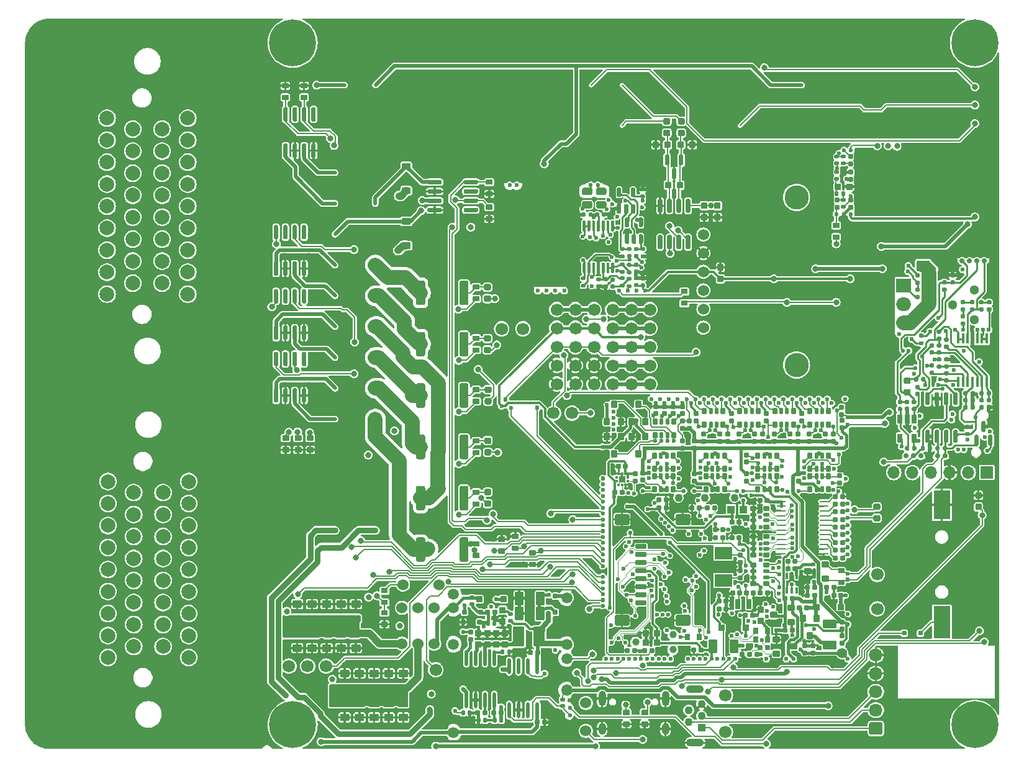
<source format=gbl>
G75*
G70*
%OFA0B0*%
%FSLAX25Y25*%
%IPPOS*%
%LPD*%
%AMOC8*
5,1,8,0,0,1.08239X$1,22.5*
%
%AMM11*
21,1,0.023620,0.018900,0.000000,0.000000,90.000000*
21,1,0.018900,0.023620,0.000000,0.000000,90.000000*
1,1,0.004720,0.009450,0.009450*
1,1,0.004720,0.009450,-0.009450*
1,1,0.004720,-0.009450,-0.009450*
1,1,0.004720,-0.009450,0.009450*
%
%AMM119*
21,1,0.023620,0.018900,0.000000,-0.000000,90.000000*
21,1,0.018900,0.023620,0.000000,-0.000000,90.000000*
1,1,0.004720,0.009450,0.009450*
1,1,0.004720,0.009450,-0.009450*
1,1,0.004720,-0.009450,-0.009450*
1,1,0.004720,-0.009450,0.009450*
%
%AMM12*
21,1,0.019680,0.019680,0.000000,0.000000,0.000000*
21,1,0.015750,0.023620,0.000000,0.000000,0.000000*
1,1,0.003940,0.007870,-0.009840*
1,1,0.003940,-0.007870,-0.009840*
1,1,0.003940,-0.007870,0.009840*
1,1,0.003940,0.007870,0.009840*
%
%AMM120*
21,1,0.019680,0.019680,0.000000,-0.000000,180.000000*
21,1,0.015750,0.023620,0.000000,-0.000000,180.000000*
1,1,0.003940,-0.007870,0.009840*
1,1,0.003940,0.007870,0.009840*
1,1,0.003940,0.007870,-0.009840*
1,1,0.003940,-0.007870,-0.009840*
%
%AMM121*
21,1,0.033470,0.026770,0.000000,-0.000000,180.000000*
21,1,0.026770,0.033470,0.000000,-0.000000,180.000000*
1,1,0.006690,-0.013390,0.013390*
1,1,0.006690,0.013390,0.013390*
1,1,0.006690,0.013390,-0.013390*
1,1,0.006690,-0.013390,-0.013390*
%
%AMM122*
21,1,0.019680,0.019680,0.000000,-0.000000,270.000000*
21,1,0.015750,0.023620,0.000000,-0.000000,270.000000*
1,1,0.003940,-0.009840,-0.007870*
1,1,0.003940,-0.009840,0.007870*
1,1,0.003940,0.009840,0.007870*
1,1,0.003940,0.009840,-0.007870*
%
%AMM13*
21,1,0.019680,0.019680,0.000000,0.000000,270.000000*
21,1,0.015750,0.023620,0.000000,0.000000,270.000000*
1,1,0.003940,-0.009840,-0.007870*
1,1,0.003940,-0.009840,0.007870*
1,1,0.003940,0.009840,0.007870*
1,1,0.003940,0.009840,-0.007870*
%
%AMM185*
21,1,0.025590,0.026380,-0.000000,-0.000000,90.000000*
21,1,0.020470,0.031500,-0.000000,-0.000000,90.000000*
1,1,0.005120,0.013190,0.010240*
1,1,0.005120,0.013190,-0.010240*
1,1,0.005120,-0.013190,-0.010240*
1,1,0.005120,-0.013190,0.010240*
%
%AMM186*
21,1,0.017720,0.027950,-0.000000,-0.000000,90.000000*
21,1,0.014170,0.031500,-0.000000,-0.000000,90.000000*
1,1,0.003540,0.013980,0.007090*
1,1,0.003540,0.013980,-0.007090*
1,1,0.003540,-0.013980,-0.007090*
1,1,0.003540,-0.013980,0.007090*
%
%AMM189*
21,1,0.027560,0.018900,-0.000000,-0.000000,270.000000*
21,1,0.022840,0.023620,-0.000000,-0.000000,270.000000*
1,1,0.004720,-0.009450,-0.011420*
1,1,0.004720,-0.009450,0.011420*
1,1,0.004720,0.009450,0.011420*
1,1,0.004720,0.009450,-0.011420*
%
%AMM191*
21,1,0.027560,0.018900,-0.000000,-0.000000,0.000000*
21,1,0.022840,0.023620,-0.000000,-0.000000,0.000000*
1,1,0.004720,0.011420,-0.009450*
1,1,0.004720,-0.011420,-0.009450*
1,1,0.004720,-0.011420,0.009450*
1,1,0.004720,0.011420,0.009450*
%
%AMM193*
21,1,0.035430,0.030320,-0.000000,-0.000000,90.000000*
21,1,0.028350,0.037400,-0.000000,-0.000000,90.000000*
1,1,0.007090,0.015160,0.014170*
1,1,0.007090,0.015160,-0.014170*
1,1,0.007090,-0.015160,-0.014170*
1,1,0.007090,-0.015160,0.014170*
%
%AMM196*
21,1,0.027560,0.030710,-0.000000,-0.000000,180.000000*
21,1,0.022050,0.036220,-0.000000,-0.000000,180.000000*
1,1,0.005510,-0.011020,0.015350*
1,1,0.005510,0.011020,0.015350*
1,1,0.005510,0.011020,-0.015350*
1,1,0.005510,-0.011020,-0.015350*
%
%AMM217*
21,1,0.033470,0.026770,-0.000000,-0.000000,270.000000*
21,1,0.026770,0.033470,-0.000000,-0.000000,270.000000*
1,1,0.006690,-0.013390,-0.013390*
1,1,0.006690,-0.013390,0.013390*
1,1,0.006690,0.013390,0.013390*
1,1,0.006690,0.013390,-0.013390*
%
%AMM218*
21,1,0.025590,0.026380,-0.000000,-0.000000,180.000000*
21,1,0.020470,0.031500,-0.000000,-0.000000,180.000000*
1,1,0.005120,-0.010240,0.013190*
1,1,0.005120,0.010240,0.013190*
1,1,0.005120,0.010240,-0.013190*
1,1,0.005120,-0.010240,-0.013190*
%
%AMM219*
21,1,0.017720,0.027950,-0.000000,-0.000000,180.000000*
21,1,0.014170,0.031500,-0.000000,-0.000000,180.000000*
1,1,0.003540,-0.007090,0.013980*
1,1,0.003540,0.007090,0.013980*
1,1,0.003540,0.007090,-0.013980*
1,1,0.003540,-0.007090,-0.013980*
%
%AMM220*
21,1,0.033470,0.026770,-0.000000,-0.000000,180.000000*
21,1,0.026770,0.033470,-0.000000,-0.000000,180.000000*
1,1,0.006690,-0.013390,0.013390*
1,1,0.006690,0.013390,0.013390*
1,1,0.006690,0.013390,-0.013390*
1,1,0.006690,-0.013390,-0.013390*
%
%AMM221*
21,1,0.078740,0.045670,-0.000000,-0.000000,0.000000*
21,1,0.067320,0.057090,-0.000000,-0.000000,0.000000*
1,1,0.011420,0.033660,-0.022840*
1,1,0.011420,-0.033660,-0.022840*
1,1,0.011420,-0.033660,0.022840*
1,1,0.011420,0.033660,0.022840*
%
%AMM222*
21,1,0.059060,0.020470,-0.000000,-0.000000,0.000000*
21,1,0.053940,0.025590,-0.000000,-0.000000,0.000000*
1,1,0.005120,0.026970,-0.010240*
1,1,0.005120,-0.026970,-0.010240*
1,1,0.005120,-0.026970,0.010240*
1,1,0.005120,0.026970,0.010240*
%
%AMM223*
21,1,0.035430,0.030320,-0.000000,-0.000000,0.000000*
21,1,0.028350,0.037400,-0.000000,-0.000000,0.000000*
1,1,0.007090,0.014170,-0.015160*
1,1,0.007090,-0.014170,-0.015160*
1,1,0.007090,-0.014170,0.015160*
1,1,0.007090,0.014170,0.015160*
%
%AMM224*
21,1,0.012600,0.028980,-0.000000,-0.000000,0.000000*
21,1,0.010080,0.031500,-0.000000,-0.000000,0.000000*
1,1,0.002520,0.005040,-0.014490*
1,1,0.002520,-0.005040,-0.014490*
1,1,0.002520,-0.005040,0.014490*
1,1,0.002520,0.005040,0.014490*
%
%AMM225*
21,1,0.070870,0.036220,-0.000000,-0.000000,180.000000*
21,1,0.061810,0.045280,-0.000000,-0.000000,180.000000*
1,1,0.009060,-0.030910,0.018110*
1,1,0.009060,0.030910,0.018110*
1,1,0.009060,0.030910,-0.018110*
1,1,0.009060,-0.030910,-0.018110*
%
%AMM226*
21,1,0.035830,0.026770,-0.000000,-0.000000,180.000000*
21,1,0.029130,0.033470,-0.000000,-0.000000,180.000000*
1,1,0.006690,-0.014570,0.013390*
1,1,0.006690,0.014570,0.013390*
1,1,0.006690,0.014570,-0.013390*
1,1,0.006690,-0.014570,-0.013390*
%
%AMM227*
21,1,0.027560,0.049610,-0.000000,-0.000000,180.000000*
21,1,0.022050,0.055120,-0.000000,-0.000000,180.000000*
1,1,0.005510,-0.011020,0.024800*
1,1,0.005510,0.011020,0.024800*
1,1,0.005510,0.011020,-0.024800*
1,1,0.005510,-0.011020,-0.024800*
%
%AMM228*
21,1,0.070870,0.036220,-0.000000,-0.000000,270.000000*
21,1,0.061810,0.045280,-0.000000,-0.000000,270.000000*
1,1,0.009060,-0.018110,-0.030910*
1,1,0.009060,-0.018110,0.030910*
1,1,0.009060,0.018110,0.030910*
1,1,0.009060,0.018110,-0.030910*
%
%AMM229*
21,1,0.027560,0.030710,-0.000000,-0.000000,270.000000*
21,1,0.022050,0.036220,-0.000000,-0.000000,270.000000*
1,1,0.005510,-0.015350,-0.011020*
1,1,0.005510,-0.015350,0.011020*
1,1,0.005510,0.015350,0.011020*
1,1,0.005510,0.015350,-0.011020*
%
%AMM27*
21,1,0.023620,0.018900,0.000000,0.000000,0.000000*
21,1,0.018900,0.023620,0.000000,0.000000,0.000000*
1,1,0.004720,0.009450,-0.009450*
1,1,0.004720,-0.009450,-0.009450*
1,1,0.004720,-0.009450,0.009450*
1,1,0.004720,0.009450,0.009450*
%
%AMM28*
21,1,0.106300,0.050390,0.000000,0.000000,90.000000*
21,1,0.093700,0.062990,0.000000,0.000000,90.000000*
1,1,0.012600,0.025200,0.046850*
1,1,0.012600,0.025200,-0.046850*
1,1,0.012600,-0.025200,-0.046850*
1,1,0.012600,-0.025200,0.046850*
%
%AMM29*
21,1,0.033470,0.026770,0.000000,0.000000,270.000000*
21,1,0.026770,0.033470,0.000000,0.000000,270.000000*
1,1,0.006690,-0.013390,-0.013390*
1,1,0.006690,-0.013390,0.013390*
1,1,0.006690,0.013390,0.013390*
1,1,0.006690,0.013390,-0.013390*
%
%AMM30*
21,1,0.122050,0.075590,0.000000,0.000000,180.000000*
21,1,0.103150,0.094490,0.000000,0.000000,180.000000*
1,1,0.018900,-0.051580,0.037800*
1,1,0.018900,0.051580,0.037800*
1,1,0.018900,0.051580,-0.037800*
1,1,0.018900,-0.051580,-0.037800*
%
%AMM31*
21,1,0.118110,0.083460,0.000000,0.000000,0.000000*
21,1,0.097240,0.104330,0.000000,0.000000,0.000000*
1,1,0.020870,0.048620,-0.041730*
1,1,0.020870,-0.048620,-0.041730*
1,1,0.020870,-0.048620,0.041730*
1,1,0.020870,0.048620,0.041730*
%
%AMM7*
21,1,0.035830,0.026770,0.000000,0.000000,0.000000*
21,1,0.029130,0.033470,0.000000,0.000000,0.000000*
1,1,0.006690,0.014570,-0.013390*
1,1,0.006690,-0.014570,-0.013390*
1,1,0.006690,-0.014570,0.013390*
1,1,0.006690,0.014570,0.013390*
%
%AMM8*
21,1,0.070870,0.036220,0.000000,0.000000,90.000000*
21,1,0.061810,0.045280,0.000000,0.000000,90.000000*
1,1,0.009060,0.018110,0.030910*
1,1,0.009060,0.018110,-0.030910*
1,1,0.009060,-0.018110,-0.030910*
1,1,0.009060,-0.018110,0.030910*
%
%ADD10C,0.00787*%
%ADD101C,0.01968*%
%ADD102C,0.01575*%
%ADD109M7*%
%ADD11C,0.06693*%
%ADD110M8*%
%ADD113M11*%
%ADD114M12*%
%ADD115M13*%
%ADD116O,0.00787X0.40158*%
%ADD12C,0.02756*%
%ADD133M27*%
%ADD134M28*%
%ADD135M29*%
%ADD136O,0.01968X0.08661*%
%ADD137M30*%
%ADD138M31*%
%ADD15R,0.04331X0.00984*%
%ADD16R,0.03858X0.00984*%
%ADD161C,0.05118*%
%ADD174C,0.03900*%
%ADD18R,0.00984X1.08661*%
%ADD20R,0.03740X0.00984*%
%ADD202C,0.00492*%
%ADD203C,0.01260*%
%ADD204C,0.05512*%
%ADD21C,0.07874*%
%ADD22C,0.03150*%
%ADD23C,0.25197*%
%ADD238R,0.01378X0.01476*%
%ADD239R,0.01968X0.01968*%
%ADD24C,0.06000*%
%ADD241O,0.04961X0.00984*%
%ADD243R,0.09449X0.06693*%
%ADD244R,0.01476X0.01378*%
%ADD246R,0.03937X0.04331*%
%ADD25O,0.07283X0.06693*%
%ADD26C,0.02362*%
%ADD27R,0.24350X0.00984*%
%ADD28R,0.04390X0.00984*%
%ADD29R,0.00984X0.56201*%
%ADD30R,0.00984X0.59449*%
%ADD301M119*%
%ADD302M120*%
%ADD303M121*%
%ADD304M122*%
%ADD31R,0.20374X0.00984*%
%ADD312R,0.07874X0.07500*%
%ADD313O,0.07874X0.07500*%
%ADD315R,0.01772X0.05709*%
%ADD316R,0.02559X0.04803*%
%ADD32R,0.04331X0.04331*%
%ADD33C,0.04331*%
%ADD34O,0.09449X0.04331*%
%ADD35O,0.04823X0.00787*%
%ADD36O,0.00787X0.36614*%
%ADD37C,0.05906*%
%ADD38O,0.00787X0.12992*%
%ADD39O,0.00787X0.40157*%
%ADD395M185*%
%ADD396M186*%
%ADD399M189*%
%ADD40O,0.00787X0.01181*%
%ADD401M191*%
%ADD403M193*%
%ADD406M196*%
%ADD41O,0.66929X0.00787*%
%ADD42O,0.60630X0.00787*%
%ADD427M217*%
%ADD428M218*%
%ADD429M219*%
%ADD43O,0.00787X0.18898*%
%ADD430M220*%
%ADD431M221*%
%ADD432M222*%
%ADD433M223*%
%ADD434M224*%
%ADD435M225*%
%ADD436M226*%
%ADD437M227*%
%ADD438M228*%
%ADD439M229*%
%ADD44O,0.00787X0.10236*%
%ADD45O,0.00787X0.03937*%
%ADD46O,0.00787X0.05906*%
%ADD56R,0.00787X0.14567*%
%ADD57R,0.00787X0.01575*%
%ADD58R,0.00787X0.06299*%
%ADD59R,0.00787X0.38189*%
%ADD60R,0.00787X0.09055*%
%ADD61R,0.05512X0.00787*%
%ADD62R,0.25197X0.00787*%
%ADD63R,0.06693X0.00787*%
%ADD64R,0.12992X0.00787*%
%ADD65R,0.00787X0.27559*%
%ADD66R,0.00787X0.12992*%
%ADD67R,0.00787X0.24803*%
%ADD69O,0.03937X0.08268*%
%ADD70O,0.03937X0.06299*%
%ADD71R,0.06693X0.06693*%
%ADD72O,0.06693X0.06693*%
%ADD73C,0.13000*%
%ADD75C,0.12992*%
%ADD76C,0.01181*%
%ADD77C,0.03937*%
%ADD78C,0.01969*%
%ADD79C,0.00591*%
%ADD87C,0.00984*%
%ADD96R,0.24803X0.00984*%
%ADD97R,0.34449X0.00984*%
%ADD98R,0.09055X0.17323*%
%ADD99R,0.09055X0.15748*%
X0000000Y0000000D02*
%LPD*%
G01*
D11*
X0458189Y0075985D03*
D12*
X0515571Y0262796D03*
X0503760Y0262796D03*
X0507697Y0262796D03*
X0511634Y0262796D03*
D15*
X0468917Y0156595D03*
D16*
X0486004Y0156595D03*
D96*
X0509468Y0156595D03*
D18*
X0467244Y0210433D03*
X0521378Y0210433D03*
D97*
X0483976Y0264272D03*
D20*
X0520000Y0264272D03*
D12*
X0477579Y0158106D03*
X0481516Y0158106D03*
X0494492Y0158106D03*
X0490492Y0158106D03*
X0473642Y0158106D03*
D11*
X0294409Y0181103D03*
X0256614Y0226378D03*
D21*
X0088110Y0339469D03*
X0088110Y0327658D03*
X0088110Y0315847D03*
X0088110Y0304036D03*
X0088110Y0292225D03*
X0088110Y0280414D03*
X0088110Y0268603D03*
X0088110Y0256792D03*
X0088110Y0244981D03*
X0074330Y0333563D03*
X0074330Y0321752D03*
X0074330Y0309941D03*
X0074330Y0298130D03*
X0074330Y0286319D03*
X0074330Y0274508D03*
X0074330Y0262697D03*
X0074330Y0250886D03*
X0058582Y0333563D03*
X0058582Y0321752D03*
X0058582Y0309941D03*
X0058582Y0298130D03*
X0058582Y0286319D03*
X0058582Y0274508D03*
X0058582Y0262697D03*
X0058582Y0250886D03*
X0044803Y0339469D03*
X0044803Y0327658D03*
X0044803Y0315847D03*
X0044803Y0304036D03*
X0044803Y0292225D03*
X0044803Y0280414D03*
X0044803Y0268603D03*
X0044803Y0256792D03*
X0044803Y0244981D03*
D11*
X0268031Y0226378D03*
X0152441Y0045276D03*
D22*
X0134960Y0379922D03*
X0137728Y0386603D03*
X0137728Y0373240D03*
X0144409Y0389370D03*
D23*
X0144409Y0379922D03*
D22*
X0144409Y0370473D03*
X0151091Y0386603D03*
X0151091Y0373240D03*
X0153858Y0379922D03*
X0501102Y0379922D03*
X0503870Y0386603D03*
X0503870Y0373240D03*
X0510551Y0389370D03*
D23*
X0510551Y0379922D03*
D22*
X0510551Y0370473D03*
X0517232Y0386603D03*
X0517232Y0373240D03*
X0520000Y0379922D03*
D24*
X0203071Y0076575D03*
X0203071Y0057284D03*
G36*
G01*
X0460059Y0008465D02*
X0454744Y0008465D01*
G75*
G02*
X0453760Y0009449I0000000J0000984D01*
G01*
X0453760Y0014174D01*
G75*
G02*
X0454744Y0015158I0000984J0000000D01*
G01*
X0460059Y0015158D01*
G75*
G02*
X0461043Y0014174I0000000J-000984D01*
G01*
X0461043Y0009449D01*
G75*
G02*
X0460059Y0008465I-000984J0000000D01*
G01*
G37*
D25*
X0457401Y0021654D03*
X0457401Y0031496D03*
X0457401Y0041339D03*
X0457401Y0051181D03*
D11*
X0376693Y0029528D03*
D22*
X0134960Y0013780D03*
X0137728Y0020461D03*
X0137728Y0007099D03*
X0144409Y0023229D03*
D23*
X0144409Y0013780D03*
D22*
X0144409Y0004331D03*
X0151091Y0020461D03*
X0151091Y0007099D03*
X0153858Y0013780D03*
D26*
X0324232Y0246752D03*
X0319508Y0246752D03*
X0328956Y0246752D03*
X0333681Y0246752D03*
D27*
X0323179Y0304430D03*
D28*
X0299360Y0304430D03*
D29*
X0334862Y0276821D03*
D30*
X0297657Y0275197D03*
D31*
X0307352Y0245965D03*
D26*
X0308248Y0303544D03*
X0304311Y0303544D03*
D11*
X0142441Y0045276D03*
D32*
X0363897Y0012205D03*
D33*
X0357008Y0015355D03*
X0363897Y0018504D03*
X0357008Y0021654D03*
X0363897Y0024804D03*
D34*
X0360453Y0004134D03*
X0360453Y0032874D03*
D24*
X0211732Y0076575D03*
X0211732Y0057284D03*
D26*
X0443917Y0287894D03*
D35*
X0436142Y0322933D03*
D36*
X0446279Y0305020D03*
X0434075Y0305020D03*
D26*
X0440177Y0287894D03*
X0436437Y0287894D03*
X0440374Y0322146D03*
X0443917Y0322146D03*
D11*
X0221181Y0043307D03*
D21*
X0088602Y0144390D03*
X0088602Y0132579D03*
X0088602Y0120768D03*
X0088602Y0108957D03*
X0088602Y0097146D03*
X0088602Y0085335D03*
X0088602Y0073524D03*
X0088602Y0061713D03*
X0088602Y0049902D03*
X0074823Y0138485D03*
X0074823Y0126674D03*
X0074823Y0114863D03*
X0074823Y0103052D03*
X0074823Y0091241D03*
X0074823Y0079430D03*
X0074823Y0067618D03*
X0074823Y0055807D03*
X0059075Y0138485D03*
X0059075Y0126674D03*
X0059075Y0114863D03*
X0059075Y0103052D03*
X0059075Y0091241D03*
X0059075Y0079430D03*
X0059075Y0067618D03*
X0059075Y0055807D03*
X0045295Y0144390D03*
X0045295Y0132579D03*
X0045295Y0120768D03*
X0045295Y0108957D03*
X0045295Y0097146D03*
X0045295Y0085335D03*
X0045295Y0073524D03*
X0045295Y0061713D03*
X0045295Y0049902D03*
D37*
X0291555Y0081989D03*
X0291555Y0056792D03*
X0291555Y0049311D03*
X0291555Y0032382D03*
D26*
X0293327Y0022933D03*
X0293327Y0018996D03*
D38*
X0227972Y0066831D03*
D39*
X0227972Y0033367D03*
D40*
X0227972Y0005414D03*
D41*
X0261043Y0005217D03*
D42*
X0264193Y0086319D03*
D37*
X0291555Y0007776D03*
D40*
X0294114Y0086122D03*
D43*
X0294114Y0069587D03*
D44*
X0294114Y0040650D03*
D45*
X0294114Y0026870D03*
D46*
X0294114Y0013878D03*
D37*
X0230531Y0083760D03*
X0230531Y0076477D03*
X0230531Y0056989D03*
X0230531Y0009548D03*
D11*
X0284409Y0181103D03*
D26*
X0256614Y0184941D03*
X0258681Y0188386D03*
X0261634Y0183760D03*
X0275610Y0184055D03*
D24*
X0220393Y0076575D03*
X0220393Y0057284D03*
D11*
X0286142Y0196693D03*
X0286142Y0206693D03*
X0286142Y0216693D03*
X0286142Y0226693D03*
X0286142Y0236693D03*
X0296142Y0196693D03*
X0296142Y0206693D03*
X0296142Y0216693D03*
X0296142Y0226693D03*
X0296142Y0236693D03*
X0306142Y0196693D03*
X0306142Y0206693D03*
X0306142Y0216693D03*
X0306142Y0226693D03*
X0306142Y0236693D03*
X0376693Y0009843D03*
D24*
X0301790Y0025491D03*
X0301790Y0010491D03*
D11*
X0458189Y0094489D03*
D26*
X0310945Y0162992D03*
X0310945Y0146063D03*
X0310945Y0142914D03*
X0310945Y0139764D03*
X0310945Y0136615D03*
X0310945Y0133465D03*
X0310945Y0130315D03*
X0310945Y0127166D03*
X0310945Y0124016D03*
X0310945Y0120867D03*
X0310945Y0117717D03*
X0310945Y0114567D03*
X0310945Y0111418D03*
X0310945Y0108268D03*
X0310945Y0105118D03*
X0310945Y0101969D03*
X0310945Y0098819D03*
X0310945Y0093307D03*
X0310945Y0090158D03*
X0310945Y0087008D03*
X0310945Y0083859D03*
X0310945Y0080709D03*
X0310945Y0077559D03*
D56*
X0443228Y0058465D03*
D57*
X0443228Y0070473D03*
D56*
X0443228Y0082481D03*
D58*
X0443228Y0100000D03*
D59*
X0443228Y0153741D03*
D60*
X0443228Y0185237D03*
D61*
X0436142Y0189370D03*
D62*
X0427874Y0048426D03*
D63*
X0404055Y0048426D03*
D64*
X0390275Y0048426D03*
D61*
X0351890Y0048426D03*
D62*
X0322362Y0189370D03*
D65*
X0310157Y0061811D03*
D57*
X0310157Y0096063D03*
D66*
X0310157Y0154528D03*
D67*
X0310157Y0177363D03*
D26*
X0312519Y0049213D03*
X0315669Y0049213D03*
X0318819Y0049213D03*
X0321968Y0049213D03*
X0325118Y0049213D03*
X0328268Y0049213D03*
X0331417Y0049213D03*
X0334567Y0049213D03*
X0337716Y0049213D03*
X0340866Y0049213D03*
X0344016Y0049213D03*
X0347165Y0049213D03*
X0356614Y0049213D03*
X0359764Y0049213D03*
X0362913Y0049213D03*
X0366063Y0049213D03*
X0369212Y0049213D03*
X0372362Y0049213D03*
X0375512Y0049213D03*
X0378661Y0049213D03*
X0381811Y0049213D03*
X0398740Y0049213D03*
X0409370Y0049213D03*
X0413307Y0049213D03*
X0442441Y0049213D03*
X0336929Y0188583D03*
X0341653Y0188583D03*
X0346378Y0188583D03*
X0351102Y0188583D03*
X0355827Y0188583D03*
X0360551Y0188583D03*
X0365275Y0188583D03*
X0370000Y0188583D03*
X0374724Y0188583D03*
X0379449Y0188583D03*
X0384173Y0188583D03*
X0388897Y0188583D03*
X0393622Y0188583D03*
X0398346Y0188583D03*
X0403071Y0188583D03*
X0407795Y0188583D03*
X0412519Y0188583D03*
X0417244Y0188583D03*
X0421968Y0188583D03*
X0426693Y0188583D03*
X0431417Y0188583D03*
X0440866Y0188583D03*
X0442441Y0178741D03*
X0442441Y0174804D03*
X0442441Y0132678D03*
X0442441Y0128741D03*
X0442441Y0124804D03*
X0442441Y0120867D03*
X0442441Y0116930D03*
X0442441Y0112993D03*
X0442441Y0109056D03*
X0442441Y0105119D03*
X0442441Y0094882D03*
X0442441Y0091733D03*
X0442441Y0073229D03*
X0442441Y0067717D03*
D69*
X0310472Y0027973D03*
D70*
X0310472Y0011516D03*
D69*
X0344488Y0027973D03*
D70*
X0344488Y0011516D03*
D22*
X0501102Y0013780D03*
X0503870Y0020461D03*
X0503870Y0007099D03*
X0510551Y0023229D03*
D23*
X0510551Y0013780D03*
D22*
X0510551Y0004331D03*
X0517232Y0020461D03*
X0517232Y0007099D03*
X0520000Y0013780D03*
D26*
X0280728Y0246752D03*
X0276004Y0246752D03*
X0285453Y0246752D03*
X0290177Y0246752D03*
D27*
X0279675Y0304430D03*
D28*
X0255856Y0304430D03*
D29*
X0291358Y0276821D03*
D30*
X0254153Y0275197D03*
D31*
X0263848Y0245965D03*
D26*
X0264744Y0303544D03*
X0260807Y0303544D03*
D24*
X0203661Y0088977D03*
X0222953Y0088977D03*
D71*
X0517047Y0149213D03*
D72*
X0507047Y0149213D03*
X0497047Y0149213D03*
X0487047Y0149213D03*
X0477047Y0149213D03*
X0467047Y0149213D03*
D73*
X0414894Y0296969D03*
X0414894Y0206969D03*
D24*
X0364894Y0276969D03*
X0364894Y0266969D03*
X0364894Y0256969D03*
X0364894Y0246969D03*
X0364894Y0236969D03*
X0364894Y0226969D03*
D11*
X0162441Y0045276D03*
X0316142Y0196693D03*
X0316142Y0206693D03*
X0316142Y0216693D03*
X0316142Y0226693D03*
X0316142Y0236693D03*
X0326142Y0196693D03*
X0326142Y0206693D03*
X0326142Y0216693D03*
X0326142Y0226693D03*
X0326142Y0236693D03*
X0336142Y0196693D03*
X0336142Y0206693D03*
X0336142Y0216693D03*
X0336142Y0226693D03*
X0336142Y0236693D03*
G36*
G01*
X0344803Y0319910D02*
X0345984Y0319910D01*
G75*
G02*
X0346575Y0319319I0000000J-000591D01*
G01*
X0346575Y0314693D01*
G75*
G02*
X0345984Y0314103I-000591J0000000D01*
G01*
X0344803Y0314103D01*
G75*
G02*
X0344212Y0314693I0000000J0000591D01*
G01*
X0344212Y0319319D01*
G75*
G02*
X0344803Y0319910I0000591J0000000D01*
G01*
G37*
G36*
G01*
X0352283Y0319910D02*
X0353464Y0319910D01*
G75*
G02*
X0354055Y0319319I0000000J-000591D01*
G01*
X0354055Y0314693D01*
G75*
G02*
X0353464Y0314103I-000591J0000000D01*
G01*
X0352283Y0314103D01*
G75*
G02*
X0351693Y0314693I0000000J0000591D01*
G01*
X0351693Y0319319D01*
G75*
G02*
X0352283Y0319910I0000591J0000000D01*
G01*
G37*
G36*
G01*
X0348543Y0312528D02*
X0349724Y0312528D01*
G75*
G02*
X0350315Y0311937I0000000J-000591D01*
G01*
X0350315Y0307311D01*
G75*
G02*
X0349724Y0306721I-000591J0000000D01*
G01*
X0348543Y0306721D01*
G75*
G02*
X0347953Y0307311I0000000J0000591D01*
G01*
X0347953Y0311937D01*
G75*
G02*
X0348543Y0312528I0000591J0000000D01*
G01*
G37*
G36*
G01*
X0180433Y0052992D02*
X0176299Y0052992D01*
G75*
G02*
X0175905Y0053386I0000000J0000394D01*
G01*
X0175905Y0056536D01*
G75*
G02*
X0176299Y0056930I0000394J0000000D01*
G01*
X0180433Y0056930D01*
G75*
G02*
X0180827Y0056536I0000000J-000394D01*
G01*
X0180827Y0053386D01*
G75*
G02*
X0180433Y0052992I-000394J0000000D01*
G01*
G37*
G36*
G01*
X0180433Y0060867D02*
X0176299Y0060867D01*
G75*
G02*
X0175905Y0061260I0000000J0000394D01*
G01*
X0175905Y0064410D01*
G75*
G02*
X0176299Y0064804I0000394J0000000D01*
G01*
X0180433Y0064804D01*
G75*
G02*
X0180827Y0064410I0000000J-000394D01*
G01*
X0180827Y0061260D01*
G75*
G02*
X0180433Y0060867I-000394J0000000D01*
G01*
G37*
G36*
G01*
X0372598Y0261083D02*
X0375275Y0261083D01*
G75*
G02*
X0375610Y0260748I0000000J-000335D01*
G01*
X0375610Y0258071D01*
G75*
G02*
X0375275Y0257737I-000335J0000000D01*
G01*
X0372598Y0257737D01*
G75*
G02*
X0372264Y0258071I0000000J0000335D01*
G01*
X0372264Y0260748D01*
G75*
G02*
X0372598Y0261083I0000335J0000000D01*
G01*
G37*
G36*
G01*
X0372598Y0254863D02*
X0375275Y0254863D01*
G75*
G02*
X0375610Y0254528I0000000J-000335D01*
G01*
X0375610Y0251851D01*
G75*
G02*
X0375275Y0251516I-000335J0000000D01*
G01*
X0372598Y0251516D01*
G75*
G02*
X0372264Y0251851I0000000J0000335D01*
G01*
X0372264Y0254528D01*
G75*
G02*
X0372598Y0254863I0000335J0000000D01*
G01*
G37*
G36*
G01*
X0207441Y0298819D02*
X0203425Y0298819D01*
G75*
G02*
X0203071Y0299174I0000000J0000354D01*
G01*
X0203071Y0302008D01*
G75*
G02*
X0203425Y0302363I0000354J0000000D01*
G01*
X0207441Y0302363D01*
G75*
G02*
X0207795Y0302008I0000000J-000354D01*
G01*
X0207795Y0299174D01*
G75*
G02*
X0207441Y0298819I-000354J0000000D01*
G01*
G37*
G36*
G01*
X0207441Y0311811D02*
X0203425Y0311811D01*
G75*
G02*
X0203071Y0312166I0000000J0000354D01*
G01*
X0203071Y0315000D01*
G75*
G02*
X0203425Y0315355I0000354J0000000D01*
G01*
X0207441Y0315355D01*
G75*
G02*
X0207795Y0315000I0000000J-000354D01*
G01*
X0207795Y0312166D01*
G75*
G02*
X0207441Y0311811I-000354J0000000D01*
G01*
G37*
D98*
X0492834Y0068898D03*
D99*
X0492834Y0131890D03*
G36*
G01*
X0134941Y0247638D02*
X0136122Y0247638D01*
G75*
G02*
X0136712Y0247048I0000000J-000591D01*
G01*
X0136712Y0240552D01*
G75*
G02*
X0136122Y0239961I-000591J0000000D01*
G01*
X0134941Y0239961D01*
G75*
G02*
X0134350Y0240552I0000000J0000591D01*
G01*
X0134350Y0247048D01*
G75*
G02*
X0134941Y0247638I0000591J0000000D01*
G01*
G37*
G36*
G01*
X0139941Y0247638D02*
X0141122Y0247638D01*
G75*
G02*
X0141712Y0247048I0000000J-000591D01*
G01*
X0141712Y0240552D01*
G75*
G02*
X0141122Y0239961I-000591J0000000D01*
G01*
X0139941Y0239961D01*
G75*
G02*
X0139350Y0240552I0000000J0000591D01*
G01*
X0139350Y0247048D01*
G75*
G02*
X0139941Y0247638I0000591J0000000D01*
G01*
G37*
G36*
G01*
X0144941Y0247638D02*
X0146122Y0247638D01*
G75*
G02*
X0146712Y0247048I0000000J-000591D01*
G01*
X0146712Y0240552D01*
G75*
G02*
X0146122Y0239961I-000591J0000000D01*
G01*
X0144941Y0239961D01*
G75*
G02*
X0144350Y0240552I0000000J0000591D01*
G01*
X0144350Y0247048D01*
G75*
G02*
X0144941Y0247638I0000591J0000000D01*
G01*
G37*
G36*
G01*
X0149941Y0247638D02*
X0151122Y0247638D01*
G75*
G02*
X0151712Y0247048I0000000J-000591D01*
G01*
X0151712Y0240552D01*
G75*
G02*
X0151122Y0239961I-000591J0000000D01*
G01*
X0149941Y0239961D01*
G75*
G02*
X0149350Y0240552I0000000J0000591D01*
G01*
X0149350Y0247048D01*
G75*
G02*
X0149941Y0247638I0000591J0000000D01*
G01*
G37*
G36*
G01*
X0149941Y0228150D02*
X0151122Y0228150D01*
G75*
G02*
X0151712Y0227559I0000000J-000591D01*
G01*
X0151712Y0221063D01*
G75*
G02*
X0151122Y0220473I-000591J0000000D01*
G01*
X0149941Y0220473D01*
G75*
G02*
X0149350Y0221063I0000000J0000591D01*
G01*
X0149350Y0227559D01*
G75*
G02*
X0149941Y0228150I0000591J0000000D01*
G01*
G37*
G36*
G01*
X0144941Y0228150D02*
X0146122Y0228150D01*
G75*
G02*
X0146712Y0227559I0000000J-000591D01*
G01*
X0146712Y0221063D01*
G75*
G02*
X0146122Y0220473I-000591J0000000D01*
G01*
X0144941Y0220473D01*
G75*
G02*
X0144350Y0221063I0000000J0000591D01*
G01*
X0144350Y0227559D01*
G75*
G02*
X0144941Y0228150I0000591J0000000D01*
G01*
G37*
G36*
G01*
X0139941Y0228150D02*
X0141122Y0228150D01*
G75*
G02*
X0141712Y0227559I0000000J-000591D01*
G01*
X0141712Y0221063D01*
G75*
G02*
X0141122Y0220473I-000591J0000000D01*
G01*
X0139941Y0220473D01*
G75*
G02*
X0139350Y0221063I0000000J0000591D01*
G01*
X0139350Y0227559D01*
G75*
G02*
X0139941Y0228150I0000591J0000000D01*
G01*
G37*
G36*
G01*
X0134941Y0228150D02*
X0136122Y0228150D01*
G75*
G02*
X0136712Y0227559I0000000J-000591D01*
G01*
X0136712Y0221063D01*
G75*
G02*
X0136122Y0220473I-000591J0000000D01*
G01*
X0134941Y0220473D01*
G75*
G02*
X0134350Y0221063I0000000J0000591D01*
G01*
X0134350Y0227559D01*
G75*
G02*
X0134941Y0228150I0000591J0000000D01*
G01*
G37*
G36*
G01*
X0142205Y0160040D02*
X0139134Y0160040D01*
G75*
G02*
X0138858Y0160315I0000000J0000276D01*
G01*
X0138858Y0162520D01*
G75*
G02*
X0139134Y0162796I0000276J0000000D01*
G01*
X0142205Y0162796D01*
G75*
G02*
X0142480Y0162520I0000000J-000276D01*
G01*
X0142480Y0160315D01*
G75*
G02*
X0142205Y0160040I-000276J0000000D01*
G01*
G37*
G36*
G01*
X0142205Y0166339D02*
X0139134Y0166339D01*
G75*
G02*
X0138858Y0166615I0000000J0000276D01*
G01*
X0138858Y0168819D01*
G75*
G02*
X0139134Y0169095I0000276J0000000D01*
G01*
X0142205Y0169095D01*
G75*
G02*
X0142480Y0168819I0000000J-000276D01*
G01*
X0142480Y0166615D01*
G75*
G02*
X0142205Y0166339I-000276J0000000D01*
G01*
G37*
G36*
G01*
X0360571Y0326536D02*
X0360571Y0323859D01*
G75*
G02*
X0360236Y0323524I-000335J0000000D01*
G01*
X0357559Y0323524D01*
G75*
G02*
X0357224Y0323859I0000000J0000335D01*
G01*
X0357224Y0326536D01*
G75*
G02*
X0357559Y0326870I0000335J0000000D01*
G01*
X0360236Y0326870D01*
G75*
G02*
X0360571Y0326536I0000000J-000335D01*
G01*
G37*
G36*
G01*
X0354350Y0326536D02*
X0354350Y0323859D01*
G75*
G02*
X0354016Y0323524I-000335J0000000D01*
G01*
X0351338Y0323524D01*
G75*
G02*
X0351004Y0323859I0000000J0000335D01*
G01*
X0351004Y0326536D01*
G75*
G02*
X0351338Y0326870I0000335J0000000D01*
G01*
X0354016Y0326870D01*
G75*
G02*
X0354350Y0326536I0000000J-000335D01*
G01*
G37*
G36*
G01*
X0156811Y0052992D02*
X0152677Y0052992D01*
G75*
G02*
X0152283Y0053386I0000000J0000394D01*
G01*
X0152283Y0056536D01*
G75*
G02*
X0152677Y0056930I0000394J0000000D01*
G01*
X0156811Y0056930D01*
G75*
G02*
X0157205Y0056536I0000000J-000394D01*
G01*
X0157205Y0053386D01*
G75*
G02*
X0156811Y0052992I-000394J0000000D01*
G01*
G37*
G36*
G01*
X0156811Y0060867D02*
X0152677Y0060867D01*
G75*
G02*
X0152283Y0061260I0000000J0000394D01*
G01*
X0152283Y0064410D01*
G75*
G02*
X0152677Y0064804I0000394J0000000D01*
G01*
X0156811Y0064804D01*
G75*
G02*
X0157205Y0064410I0000000J-000394D01*
G01*
X0157205Y0061260D01*
G75*
G02*
X0156811Y0060867I-000394J0000000D01*
G01*
G37*
G36*
G01*
X0511181Y0138642D02*
X0513858Y0138642D01*
G75*
G02*
X0514193Y0138307I0000000J-000335D01*
G01*
X0514193Y0135630D01*
G75*
G02*
X0513858Y0135296I-000335J0000000D01*
G01*
X0511181Y0135296D01*
G75*
G02*
X0510846Y0135630I0000000J0000335D01*
G01*
X0510846Y0138307D01*
G75*
G02*
X0511181Y0138642I0000335J0000000D01*
G01*
G37*
G36*
G01*
X0511181Y0132422D02*
X0513858Y0132422D01*
G75*
G02*
X0514193Y0132087I0000000J-000335D01*
G01*
X0514193Y0129410D01*
G75*
G02*
X0513858Y0129075I-000335J0000000D01*
G01*
X0511181Y0129075D01*
G75*
G02*
X0510846Y0129410I0000000J0000335D01*
G01*
X0510846Y0132087D01*
G75*
G02*
X0511181Y0132422I0000335J0000000D01*
G01*
G37*
G36*
G01*
X0344350Y0302134D02*
X0344350Y0304811D01*
G75*
G02*
X0344685Y0305146I0000335J0000000D01*
G01*
X0347362Y0305146D01*
G75*
G02*
X0347697Y0304811I0000000J-000335D01*
G01*
X0347697Y0302134D01*
G75*
G02*
X0347362Y0301800I-000335J0000000D01*
G01*
X0344685Y0301800D01*
G75*
G02*
X0344350Y0302134I0000000J0000335D01*
G01*
G37*
G36*
G01*
X0350571Y0302134D02*
X0350571Y0304811D01*
G75*
G02*
X0350905Y0305146I0000335J0000000D01*
G01*
X0353582Y0305146D01*
G75*
G02*
X0353917Y0304811I0000000J-000335D01*
G01*
X0353917Y0302134D01*
G75*
G02*
X0353582Y0301800I-000335J0000000D01*
G01*
X0350905Y0301800D01*
G75*
G02*
X0350571Y0302134I0000000J0000335D01*
G01*
G37*
G36*
G01*
X0155393Y0160040D02*
X0152323Y0160040D01*
G75*
G02*
X0152047Y0160315I0000000J0000276D01*
G01*
X0152047Y0162520D01*
G75*
G02*
X0152323Y0162796I0000276J0000000D01*
G01*
X0155393Y0162796D01*
G75*
G02*
X0155669Y0162520I0000000J-000276D01*
G01*
X0155669Y0160315D01*
G75*
G02*
X0155393Y0160040I-000276J0000000D01*
G01*
G37*
G36*
G01*
X0155393Y0166339D02*
X0152323Y0166339D01*
G75*
G02*
X0152047Y0166615I0000000J0000276D01*
G01*
X0152047Y0168819D01*
G75*
G02*
X0152323Y0169095I0000276J0000000D01*
G01*
X0155393Y0169095D01*
G75*
G02*
X0155669Y0168819I0000000J-000276D01*
G01*
X0155669Y0166615D01*
G75*
G02*
X0155393Y0166339I-000276J0000000D01*
G01*
G37*
G36*
G01*
X0193917Y0043307D02*
X0198051Y0043307D01*
G75*
G02*
X0198445Y0042914I0000000J-000394D01*
G01*
X0198445Y0039764D01*
G75*
G02*
X0198051Y0039370I-000394J0000000D01*
G01*
X0193917Y0039370D01*
G75*
G02*
X0193523Y0039764I0000000J0000394D01*
G01*
X0193523Y0042914D01*
G75*
G02*
X0193917Y0043307I0000394J0000000D01*
G01*
G37*
G36*
G01*
X0193917Y0035433D02*
X0198051Y0035433D01*
G75*
G02*
X0198445Y0035040I0000000J-000394D01*
G01*
X0198445Y0031890D01*
G75*
G02*
X0198051Y0031496I-000394J0000000D01*
G01*
X0193917Y0031496D01*
G75*
G02*
X0193523Y0031890I0000000J0000394D01*
G01*
X0193523Y0035040D01*
G75*
G02*
X0193917Y0035433I0000394J0000000D01*
G01*
G37*
G36*
G01*
X0238799Y0251280D02*
X0238799Y0240059D01*
G75*
G02*
X0237815Y0239075I-000984J0000000D01*
G01*
X0234960Y0239075D01*
G75*
G02*
X0233976Y0240059I0000000J0000984D01*
G01*
X0233976Y0251280D01*
G75*
G02*
X0234960Y0252264I0000984J0000000D01*
G01*
X0237815Y0252264D01*
G75*
G02*
X0238799Y0251280I0000000J-000984D01*
G01*
G37*
G36*
G01*
X0215472Y0251280D02*
X0215472Y0240059D01*
G75*
G02*
X0214488Y0239075I-000984J0000000D01*
G01*
X0211634Y0239075D01*
G75*
G02*
X0210649Y0240059I0000000J0000984D01*
G01*
X0210649Y0251280D01*
G75*
G02*
X0211634Y0252264I0000984J0000000D01*
G01*
X0214488Y0252264D01*
G75*
G02*
X0215472Y0251280I0000000J-000984D01*
G01*
G37*
G36*
G01*
X0160551Y0080552D02*
X0164685Y0080552D01*
G75*
G02*
X0165079Y0080158I0000000J-000394D01*
G01*
X0165079Y0077008D01*
G75*
G02*
X0164685Y0076615I-000394J0000000D01*
G01*
X0160551Y0076615D01*
G75*
G02*
X0160157Y0077008I0000000J0000394D01*
G01*
X0160157Y0080158D01*
G75*
G02*
X0160551Y0080552I0000394J0000000D01*
G01*
G37*
G36*
G01*
X0160551Y0072678D02*
X0164685Y0072678D01*
G75*
G02*
X0165079Y0072284I0000000J-000394D01*
G01*
X0165079Y0069134D01*
G75*
G02*
X0164685Y0068741I-000394J0000000D01*
G01*
X0160551Y0068741D01*
G75*
G02*
X0160157Y0069134I0000000J0000394D01*
G01*
X0160157Y0072284D01*
G75*
G02*
X0160551Y0072678I0000394J0000000D01*
G01*
G37*
G36*
G01*
X0205925Y0015748D02*
X0201791Y0015748D01*
G75*
G02*
X0201397Y0016142I0000000J0000394D01*
G01*
X0201397Y0019292D01*
G75*
G02*
X0201791Y0019685I0000394J0000000D01*
G01*
X0205925Y0019685D01*
G75*
G02*
X0206319Y0019292I0000000J-000394D01*
G01*
X0206319Y0016142D01*
G75*
G02*
X0205925Y0015748I-000394J0000000D01*
G01*
G37*
G36*
G01*
X0205925Y0023622D02*
X0201791Y0023622D01*
G75*
G02*
X0201397Y0024016I0000000J0000394D01*
G01*
X0201397Y0027166D01*
G75*
G02*
X0201791Y0027559I0000394J0000000D01*
G01*
X0205925Y0027559D01*
G75*
G02*
X0206319Y0027166I0000000J-000394D01*
G01*
X0206319Y0024016D01*
G75*
G02*
X0205925Y0023622I-000394J0000000D01*
G01*
G37*
G36*
G01*
X0341043Y0296260D02*
X0342224Y0296260D01*
G75*
G02*
X0342815Y0295670I0000000J-000591D01*
G01*
X0342815Y0289174D01*
G75*
G02*
X0342224Y0288583I-000591J0000000D01*
G01*
X0341043Y0288583D01*
G75*
G02*
X0340453Y0289174I0000000J0000591D01*
G01*
X0340453Y0295670D01*
G75*
G02*
X0341043Y0296260I0000591J0000000D01*
G01*
G37*
G36*
G01*
X0346043Y0296260D02*
X0347224Y0296260D01*
G75*
G02*
X0347815Y0295670I0000000J-000591D01*
G01*
X0347815Y0289174D01*
G75*
G02*
X0347224Y0288583I-000591J0000000D01*
G01*
X0346043Y0288583D01*
G75*
G02*
X0345453Y0289174I0000000J0000591D01*
G01*
X0345453Y0295670D01*
G75*
G02*
X0346043Y0296260I0000591J0000000D01*
G01*
G37*
G36*
G01*
X0351043Y0296260D02*
X0352224Y0296260D01*
G75*
G02*
X0352815Y0295670I0000000J-000591D01*
G01*
X0352815Y0289174D01*
G75*
G02*
X0352224Y0288583I-000591J0000000D01*
G01*
X0351043Y0288583D01*
G75*
G02*
X0350453Y0289174I0000000J0000591D01*
G01*
X0350453Y0295670D01*
G75*
G02*
X0351043Y0296260I0000591J0000000D01*
G01*
G37*
G36*
G01*
X0356043Y0296260D02*
X0357224Y0296260D01*
G75*
G02*
X0357815Y0295670I0000000J-000591D01*
G01*
X0357815Y0289174D01*
G75*
G02*
X0357224Y0288583I-000591J0000000D01*
G01*
X0356043Y0288583D01*
G75*
G02*
X0355453Y0289174I0000000J0000591D01*
G01*
X0355453Y0295670D01*
G75*
G02*
X0356043Y0296260I0000591J0000000D01*
G01*
G37*
G36*
G01*
X0356043Y0276772D02*
X0357224Y0276772D01*
G75*
G02*
X0357815Y0276181I0000000J-000591D01*
G01*
X0357815Y0269685D01*
G75*
G02*
X0357224Y0269095I-000591J0000000D01*
G01*
X0356043Y0269095D01*
G75*
G02*
X0355453Y0269685I0000000J0000591D01*
G01*
X0355453Y0276181D01*
G75*
G02*
X0356043Y0276772I0000591J0000000D01*
G01*
G37*
G36*
G01*
X0351043Y0276772D02*
X0352224Y0276772D01*
G75*
G02*
X0352815Y0276181I0000000J-000591D01*
G01*
X0352815Y0269685D01*
G75*
G02*
X0352224Y0269095I-000591J0000000D01*
G01*
X0351043Y0269095D01*
G75*
G02*
X0350453Y0269685I0000000J0000591D01*
G01*
X0350453Y0276181D01*
G75*
G02*
X0351043Y0276772I0000591J0000000D01*
G01*
G37*
G36*
G01*
X0346043Y0276772D02*
X0347224Y0276772D01*
G75*
G02*
X0347815Y0276181I0000000J-000591D01*
G01*
X0347815Y0269685D01*
G75*
G02*
X0347224Y0269095I-000591J0000000D01*
G01*
X0346043Y0269095D01*
G75*
G02*
X0345453Y0269685I0000000J0000591D01*
G01*
X0345453Y0276181D01*
G75*
G02*
X0346043Y0276772I0000591J0000000D01*
G01*
G37*
G36*
G01*
X0341043Y0276772D02*
X0342224Y0276772D01*
G75*
G02*
X0342815Y0276181I0000000J-000591D01*
G01*
X0342815Y0269685D01*
G75*
G02*
X0342224Y0269095I-000591J0000000D01*
G01*
X0341043Y0269095D01*
G75*
G02*
X0340453Y0269685I0000000J0000591D01*
G01*
X0340453Y0276181D01*
G75*
G02*
X0341043Y0276772I0000591J0000000D01*
G01*
G37*
G36*
G01*
X0144803Y0080552D02*
X0148937Y0080552D01*
G75*
G02*
X0149330Y0080158I0000000J-000394D01*
G01*
X0149330Y0077008D01*
G75*
G02*
X0148937Y0076615I-000394J0000000D01*
G01*
X0144803Y0076615D01*
G75*
G02*
X0144409Y0077008I0000000J0000394D01*
G01*
X0144409Y0080158D01*
G75*
G02*
X0144803Y0080552I0000394J0000000D01*
G01*
G37*
G36*
G01*
X0144803Y0072678D02*
X0148937Y0072678D01*
G75*
G02*
X0149330Y0072284I0000000J-000394D01*
G01*
X0149330Y0069134D01*
G75*
G02*
X0148937Y0068741I-000394J0000000D01*
G01*
X0144803Y0068741D01*
G75*
G02*
X0144409Y0069134I0000000J0000394D01*
G01*
X0144409Y0072284D01*
G75*
G02*
X0144803Y0072678I0000394J0000000D01*
G01*
G37*
G36*
G01*
X0238799Y0168603D02*
X0238799Y0157382D01*
G75*
G02*
X0237815Y0156398I-000984J0000000D01*
G01*
X0234960Y0156398D01*
G75*
G02*
X0233976Y0157382I0000000J0000984D01*
G01*
X0233976Y0168603D01*
G75*
G02*
X0234960Y0169587I0000984J0000000D01*
G01*
X0237815Y0169587D01*
G75*
G02*
X0238799Y0168603I0000000J-000984D01*
G01*
G37*
G36*
G01*
X0215472Y0168603D02*
X0215472Y0157382D01*
G75*
G02*
X0214488Y0156398I-000984J0000000D01*
G01*
X0211634Y0156398D01*
G75*
G02*
X0210649Y0157382I0000000J0000984D01*
G01*
X0210649Y0168603D01*
G75*
G02*
X0211634Y0169587I0000984J0000000D01*
G01*
X0214488Y0169587D01*
G75*
G02*
X0215472Y0168603I0000000J-000984D01*
G01*
G37*
G36*
G01*
X0134941Y0213977D02*
X0136122Y0213977D01*
G75*
G02*
X0136712Y0213386I0000000J-000591D01*
G01*
X0136712Y0206890D01*
G75*
G02*
X0136122Y0206300I-000591J0000000D01*
G01*
X0134941Y0206300D01*
G75*
G02*
X0134350Y0206890I0000000J0000591D01*
G01*
X0134350Y0213386D01*
G75*
G02*
X0134941Y0213977I0000591J0000000D01*
G01*
G37*
G36*
G01*
X0139941Y0213977D02*
X0141122Y0213977D01*
G75*
G02*
X0141712Y0213386I0000000J-000591D01*
G01*
X0141712Y0206890D01*
G75*
G02*
X0141122Y0206300I-000591J0000000D01*
G01*
X0139941Y0206300D01*
G75*
G02*
X0139350Y0206890I0000000J0000591D01*
G01*
X0139350Y0213386D01*
G75*
G02*
X0139941Y0213977I0000591J0000000D01*
G01*
G37*
G36*
G01*
X0144941Y0213977D02*
X0146122Y0213977D01*
G75*
G02*
X0146712Y0213386I0000000J-000591D01*
G01*
X0146712Y0206890D01*
G75*
G02*
X0146122Y0206300I-000591J0000000D01*
G01*
X0144941Y0206300D01*
G75*
G02*
X0144350Y0206890I0000000J0000591D01*
G01*
X0144350Y0213386D01*
G75*
G02*
X0144941Y0213977I0000591J0000000D01*
G01*
G37*
G36*
G01*
X0149941Y0213977D02*
X0151122Y0213977D01*
G75*
G02*
X0151712Y0213386I0000000J-000591D01*
G01*
X0151712Y0206890D01*
G75*
G02*
X0151122Y0206300I-000591J0000000D01*
G01*
X0149941Y0206300D01*
G75*
G02*
X0149350Y0206890I0000000J0000591D01*
G01*
X0149350Y0213386D01*
G75*
G02*
X0149941Y0213977I0000591J0000000D01*
G01*
G37*
G36*
G01*
X0149941Y0194489D02*
X0151122Y0194489D01*
G75*
G02*
X0151712Y0193898I0000000J-000591D01*
G01*
X0151712Y0187402D01*
G75*
G02*
X0151122Y0186811I-000591J0000000D01*
G01*
X0149941Y0186811D01*
G75*
G02*
X0149350Y0187402I0000000J0000591D01*
G01*
X0149350Y0193898D01*
G75*
G02*
X0149941Y0194489I0000591J0000000D01*
G01*
G37*
G36*
G01*
X0144941Y0194489D02*
X0146122Y0194489D01*
G75*
G02*
X0146712Y0193898I0000000J-000591D01*
G01*
X0146712Y0187402D01*
G75*
G02*
X0146122Y0186811I-000591J0000000D01*
G01*
X0144941Y0186811D01*
G75*
G02*
X0144350Y0187402I0000000J0000591D01*
G01*
X0144350Y0193898D01*
G75*
G02*
X0144941Y0194489I0000591J0000000D01*
G01*
G37*
G36*
G01*
X0139941Y0194489D02*
X0141122Y0194489D01*
G75*
G02*
X0141712Y0193898I0000000J-000591D01*
G01*
X0141712Y0187402D01*
G75*
G02*
X0141122Y0186811I-000591J0000000D01*
G01*
X0139941Y0186811D01*
G75*
G02*
X0139350Y0187402I0000000J0000591D01*
G01*
X0139350Y0193898D01*
G75*
G02*
X0139941Y0194489I0000591J0000000D01*
G01*
G37*
G36*
G01*
X0134941Y0194489D02*
X0136122Y0194489D01*
G75*
G02*
X0136712Y0193898I0000000J-000591D01*
G01*
X0136712Y0187402D01*
G75*
G02*
X0136122Y0186811I-000591J0000000D01*
G01*
X0134941Y0186811D01*
G75*
G02*
X0134350Y0187402I0000000J0000591D01*
G01*
X0134350Y0193898D01*
G75*
G02*
X0134941Y0194489I0000591J0000000D01*
G01*
G37*
G36*
G01*
X0366614Y0284587D02*
X0363937Y0284587D01*
G75*
G02*
X0363602Y0284922I0000000J0000335D01*
G01*
X0363602Y0287599D01*
G75*
G02*
X0363937Y0287933I0000335J0000000D01*
G01*
X0366614Y0287933D01*
G75*
G02*
X0366949Y0287599I0000000J-000335D01*
G01*
X0366949Y0284922D01*
G75*
G02*
X0366614Y0284587I-000335J0000000D01*
G01*
G37*
G36*
G01*
X0366614Y0290807D02*
X0363937Y0290807D01*
G75*
G02*
X0363602Y0291142I0000000J0000335D01*
G01*
X0363602Y0293819D01*
G75*
G02*
X0363937Y0294154I0000335J0000000D01*
G01*
X0366614Y0294154D01*
G75*
G02*
X0366949Y0293819I0000000J-000335D01*
G01*
X0366949Y0291142D01*
G75*
G02*
X0366614Y0290807I-000335J0000000D01*
G01*
G37*
G36*
G01*
X0248125Y0140453D02*
X0250143Y0140453D01*
G75*
G02*
X0251004Y0139592I0000000J-000861D01*
G01*
X0251004Y0137869D01*
G75*
G02*
X0250143Y0137008I-000861J0000000D01*
G01*
X0248125Y0137008D01*
G75*
G02*
X0247264Y0137869I0000000J0000861D01*
G01*
X0247264Y0139592D01*
G75*
G02*
X0248125Y0140453I0000861J0000000D01*
G01*
G37*
G36*
G01*
X0248125Y0134252D02*
X0250143Y0134252D01*
G75*
G02*
X0251004Y0133391I0000000J-000861D01*
G01*
X0251004Y0131669D01*
G75*
G02*
X0250143Y0130807I-000861J0000000D01*
G01*
X0248125Y0130807D01*
G75*
G02*
X0247264Y0131669I0000000J0000861D01*
G01*
X0247264Y0133391D01*
G75*
G02*
X0248125Y0134252I0000861J0000000D01*
G01*
G37*
G36*
G01*
X0170295Y0043307D02*
X0174429Y0043307D01*
G75*
G02*
X0174823Y0042914I0000000J-000394D01*
G01*
X0174823Y0039764D01*
G75*
G02*
X0174429Y0039370I-000394J0000000D01*
G01*
X0170295Y0039370D01*
G75*
G02*
X0169901Y0039764I0000000J0000394D01*
G01*
X0169901Y0042914D01*
G75*
G02*
X0170295Y0043307I0000394J0000000D01*
G01*
G37*
G36*
G01*
X0170295Y0035433D02*
X0174429Y0035433D01*
G75*
G02*
X0174823Y0035040I0000000J-000394D01*
G01*
X0174823Y0031890D01*
G75*
G02*
X0174429Y0031496I-000394J0000000D01*
G01*
X0170295Y0031496D01*
G75*
G02*
X0169901Y0031890I0000000J0000394D01*
G01*
X0169901Y0035040D01*
G75*
G02*
X0170295Y0035433I0000394J0000000D01*
G01*
G37*
G36*
G01*
X0174429Y0015748D02*
X0170295Y0015748D01*
G75*
G02*
X0169901Y0016142I0000000J0000394D01*
G01*
X0169901Y0019292D01*
G75*
G02*
X0170295Y0019685I0000394J0000000D01*
G01*
X0174429Y0019685D01*
G75*
G02*
X0174823Y0019292I0000000J-000394D01*
G01*
X0174823Y0016142D01*
G75*
G02*
X0174429Y0015748I-000394J0000000D01*
G01*
G37*
G36*
G01*
X0174429Y0023622D02*
X0170295Y0023622D01*
G75*
G02*
X0169901Y0024016I0000000J0000394D01*
G01*
X0169901Y0027166D01*
G75*
G02*
X0170295Y0027559I0000394J0000000D01*
G01*
X0174429Y0027559D01*
G75*
G02*
X0174823Y0027166I0000000J-000394D01*
G01*
X0174823Y0024016D01*
G75*
G02*
X0174429Y0023622I-000394J0000000D01*
G01*
G37*
G36*
G01*
X0247928Y0250492D02*
X0249946Y0250492D01*
G75*
G02*
X0250807Y0249631I0000000J-000861D01*
G01*
X0250807Y0247909D01*
G75*
G02*
X0249946Y0247048I-000861J0000000D01*
G01*
X0247928Y0247048D01*
G75*
G02*
X0247067Y0247909I0000000J0000861D01*
G01*
X0247067Y0249631D01*
G75*
G02*
X0247928Y0250492I0000861J0000000D01*
G01*
G37*
G36*
G01*
X0247928Y0244292D02*
X0249946Y0244292D01*
G75*
G02*
X0250807Y0243430I0000000J-000861D01*
G01*
X0250807Y0241708D01*
G75*
G02*
X0249946Y0240847I-000861J0000000D01*
G01*
X0247928Y0240847D01*
G75*
G02*
X0247067Y0241708I0000000J0000861D01*
G01*
X0247067Y0243430D01*
G75*
G02*
X0247928Y0244292I0000861J0000000D01*
G01*
G37*
G36*
G01*
X0238799Y0141044D02*
X0238799Y0129823D01*
G75*
G02*
X0237815Y0128839I-000984J0000000D01*
G01*
X0234960Y0128839D01*
G75*
G02*
X0233976Y0129823I0000000J0000984D01*
G01*
X0233976Y0141044D01*
G75*
G02*
X0234960Y0142028I0000984J0000000D01*
G01*
X0237815Y0142028D01*
G75*
G02*
X0238799Y0141044I0000000J-000984D01*
G01*
G37*
G36*
G01*
X0215472Y0141044D02*
X0215472Y0129823D01*
G75*
G02*
X0214488Y0128839I-000984J0000000D01*
G01*
X0211634Y0128839D01*
G75*
G02*
X0210649Y0129823I0000000J0000984D01*
G01*
X0210649Y0141044D01*
G75*
G02*
X0211634Y0142028I0000984J0000000D01*
G01*
X0214488Y0142028D01*
G75*
G02*
X0215472Y0141044I0000000J-000984D01*
G01*
G37*
G36*
G01*
X0238799Y0223721D02*
X0238799Y0212500D01*
G75*
G02*
X0237815Y0211516I-000984J0000000D01*
G01*
X0234960Y0211516D01*
G75*
G02*
X0233976Y0212500I0000000J0000984D01*
G01*
X0233976Y0223721D01*
G75*
G02*
X0234960Y0224705I0000984J0000000D01*
G01*
X0237815Y0224705D01*
G75*
G02*
X0238799Y0223721I0000000J-000984D01*
G01*
G37*
G36*
G01*
X0215472Y0223721D02*
X0215472Y0212500D01*
G75*
G02*
X0214488Y0211516I-000984J0000000D01*
G01*
X0211634Y0211516D01*
G75*
G02*
X0210649Y0212500I0000000J0000984D01*
G01*
X0210649Y0223721D01*
G75*
G02*
X0211634Y0224705I0000984J0000000D01*
G01*
X0214488Y0224705D01*
G75*
G02*
X0215472Y0223721I0000000J-000984D01*
G01*
G37*
G36*
G01*
X0168425Y0080552D02*
X0172559Y0080552D01*
G75*
G02*
X0172953Y0080158I0000000J-000394D01*
G01*
X0172953Y0077008D01*
G75*
G02*
X0172559Y0076615I-000394J0000000D01*
G01*
X0168425Y0076615D01*
G75*
G02*
X0168031Y0077008I0000000J0000394D01*
G01*
X0168031Y0080158D01*
G75*
G02*
X0168425Y0080552I0000394J0000000D01*
G01*
G37*
G36*
G01*
X0168425Y0072678D02*
X0172559Y0072678D01*
G75*
G02*
X0172953Y0072284I0000000J-000394D01*
G01*
X0172953Y0069134D01*
G75*
G02*
X0172559Y0068741I-000394J0000000D01*
G01*
X0168425Y0068741D01*
G75*
G02*
X0168031Y0069134I0000000J0000394D01*
G01*
X0168031Y0072284D01*
G75*
G02*
X0168425Y0072678I0000394J0000000D01*
G01*
G37*
G36*
G01*
X0456983Y0132579D02*
X0459001Y0132579D01*
G75*
G02*
X0459862Y0131718I0000000J-000861D01*
G01*
X0459862Y0129995D01*
G75*
G02*
X0459001Y0129134I-000861J0000000D01*
G01*
X0456983Y0129134D01*
G75*
G02*
X0456122Y0129995I0000000J0000861D01*
G01*
X0456122Y0131718D01*
G75*
G02*
X0456983Y0132579I0000861J0000000D01*
G01*
G37*
G36*
G01*
X0456983Y0126378D02*
X0459001Y0126378D01*
G75*
G02*
X0459862Y0125517I0000000J-000861D01*
G01*
X0459862Y0123795D01*
G75*
G02*
X0459001Y0122933I-000861J0000000D01*
G01*
X0456983Y0122933D01*
G75*
G02*
X0456122Y0123795I0000000J0000861D01*
G01*
X0456122Y0125517D01*
G75*
G02*
X0456983Y0126378I0000861J0000000D01*
G01*
G37*
G36*
G01*
X0207441Y0269292D02*
X0203425Y0269292D01*
G75*
G02*
X0203071Y0269646I0000000J0000354D01*
G01*
X0203071Y0272481D01*
G75*
G02*
X0203425Y0272835I0000354J0000000D01*
G01*
X0207441Y0272835D01*
G75*
G02*
X0207795Y0272481I0000000J-000354D01*
G01*
X0207795Y0269646D01*
G75*
G02*
X0207441Y0269292I-000354J0000000D01*
G01*
G37*
G36*
G01*
X0207441Y0282284D02*
X0203425Y0282284D01*
G75*
G02*
X0203071Y0282638I0000000J0000354D01*
G01*
X0203071Y0285473D01*
G75*
G02*
X0203425Y0285827I0000354J0000000D01*
G01*
X0207441Y0285827D01*
G75*
G02*
X0207795Y0285473I0000000J-000354D01*
G01*
X0207795Y0282638D01*
G75*
G02*
X0207441Y0282284I-000354J0000000D01*
G01*
G37*
G36*
G01*
X0473701Y0061811D02*
X0471811Y0061811D01*
G75*
G02*
X0471575Y0062048I0000000J0000236D01*
G01*
X0471575Y0063937D01*
G75*
G02*
X0471811Y0064174I0000236J0000000D01*
G01*
X0473701Y0064174D01*
G75*
G02*
X0473937Y0063937I0000000J-000236D01*
G01*
X0473937Y0062048D01*
G75*
G02*
X0473701Y0061811I-000236J0000000D01*
G01*
G37*
G36*
G01*
X0482362Y0061811D02*
X0480472Y0061811D01*
G75*
G02*
X0480236Y0062048I0000000J0000236D01*
G01*
X0480236Y0063937D01*
G75*
G02*
X0480472Y0064174I0000236J0000000D01*
G01*
X0482362Y0064174D01*
G75*
G02*
X0482598Y0063937I0000000J-000236D01*
G01*
X0482598Y0062048D01*
G75*
G02*
X0482362Y0061811I-000236J0000000D01*
G01*
G37*
G36*
G01*
X0244419Y0186024D02*
X0241348Y0186024D01*
G75*
G02*
X0241073Y0186300I0000000J0000276D01*
G01*
X0241073Y0188504D01*
G75*
G02*
X0241348Y0188780I0000276J0000000D01*
G01*
X0244419Y0188780D01*
G75*
G02*
X0244695Y0188504I0000000J-000276D01*
G01*
X0244695Y0186300D01*
G75*
G02*
X0244419Y0186024I-000276J0000000D01*
G01*
G37*
G36*
G01*
X0244419Y0192323D02*
X0241348Y0192323D01*
G75*
G02*
X0241073Y0192599I0000000J0000276D01*
G01*
X0241073Y0194804D01*
G75*
G02*
X0241348Y0195079I0000276J0000000D01*
G01*
X0244419Y0195079D01*
G75*
G02*
X0244695Y0194804I0000000J-000276D01*
G01*
X0244695Y0192599D01*
G75*
G02*
X0244419Y0192323I-000276J0000000D01*
G01*
G37*
G36*
G01*
X0255079Y0114764D02*
X0258149Y0114764D01*
G75*
G02*
X0258425Y0114489I0000000J-000276D01*
G01*
X0258425Y0112284D01*
G75*
G02*
X0258149Y0112008I-000276J0000000D01*
G01*
X0255079Y0112008D01*
G75*
G02*
X0254803Y0112284I0000000J0000276D01*
G01*
X0254803Y0114489D01*
G75*
G02*
X0255079Y0114764I0000276J0000000D01*
G01*
G37*
G36*
G01*
X0255079Y0108465D02*
X0258149Y0108465D01*
G75*
G02*
X0258425Y0108189I0000000J-000276D01*
G01*
X0258425Y0105985D01*
G75*
G02*
X0258149Y0105709I-000276J0000000D01*
G01*
X0255079Y0105709D01*
G75*
G02*
X0254803Y0105985I0000000J0000276D01*
G01*
X0254803Y0108189D01*
G75*
G02*
X0255079Y0108465I0000276J0000000D01*
G01*
G37*
G36*
G01*
X0190177Y0015748D02*
X0186043Y0015748D01*
G75*
G02*
X0185649Y0016142I0000000J0000394D01*
G01*
X0185649Y0019292D01*
G75*
G02*
X0186043Y0019685I0000394J0000000D01*
G01*
X0190177Y0019685D01*
G75*
G02*
X0190571Y0019292I0000000J-000394D01*
G01*
X0190571Y0016142D01*
G75*
G02*
X0190177Y0015748I-000394J0000000D01*
G01*
G37*
G36*
G01*
X0190177Y0023622D02*
X0186043Y0023622D01*
G75*
G02*
X0185649Y0024016I0000000J0000394D01*
G01*
X0185649Y0027166D01*
G75*
G02*
X0186043Y0027559I0000394J0000000D01*
G01*
X0190177Y0027559D01*
G75*
G02*
X0190571Y0027166I0000000J-000394D01*
G01*
X0190571Y0024016D01*
G75*
G02*
X0190177Y0023622I-000394J0000000D01*
G01*
G37*
G36*
G01*
X0248125Y0168012D02*
X0250143Y0168012D01*
G75*
G02*
X0251004Y0167151I0000000J-000861D01*
G01*
X0251004Y0165429D01*
G75*
G02*
X0250143Y0164567I-000861J0000000D01*
G01*
X0248125Y0164567D01*
G75*
G02*
X0247264Y0165429I0000000J0000861D01*
G01*
X0247264Y0167151D01*
G75*
G02*
X0248125Y0168012I0000861J0000000D01*
G01*
G37*
G36*
G01*
X0248125Y0161811D02*
X0250143Y0161811D01*
G75*
G02*
X0251004Y0160950I0000000J-000861D01*
G01*
X0251004Y0159228D01*
G75*
G02*
X0250143Y0158367I-000861J0000000D01*
G01*
X0248125Y0158367D01*
G75*
G02*
X0247264Y0159228I0000000J0000861D01*
G01*
X0247264Y0160950D01*
G75*
G02*
X0248125Y0161811I0000861J0000000D01*
G01*
G37*
G36*
G01*
X0244419Y0158465D02*
X0241348Y0158465D01*
G75*
G02*
X0241073Y0158741I0000000J0000276D01*
G01*
X0241073Y0160945D01*
G75*
G02*
X0241348Y0161221I0000276J0000000D01*
G01*
X0244419Y0161221D01*
G75*
G02*
X0244695Y0160945I0000000J-000276D01*
G01*
X0244695Y0158741D01*
G75*
G02*
X0244419Y0158465I-000276J0000000D01*
G01*
G37*
G36*
G01*
X0244419Y0164764D02*
X0241348Y0164764D01*
G75*
G02*
X0241073Y0165040I0000000J0000276D01*
G01*
X0241073Y0167244D01*
G75*
G02*
X0241348Y0167520I0000276J0000000D01*
G01*
X0244419Y0167520D01*
G75*
G02*
X0244695Y0167244I0000000J-000276D01*
G01*
X0244695Y0165040D01*
G75*
G02*
X0244419Y0164764I-000276J0000000D01*
G01*
G37*
G36*
G01*
X0325079Y0012710D02*
X0322008Y0012710D01*
G75*
G02*
X0321732Y0012986I0000000J0000276D01*
G01*
X0321732Y0015191D01*
G75*
G02*
X0322008Y0015466I0000276J0000000D01*
G01*
X0325079Y0015466D01*
G75*
G02*
X0325354Y0015191I0000000J-000276D01*
G01*
X0325354Y0012986D01*
G75*
G02*
X0325079Y0012710I-000276J0000000D01*
G01*
G37*
G36*
G01*
X0325079Y0019009D02*
X0322008Y0019009D01*
G75*
G02*
X0321732Y0019285I0000000J0000276D01*
G01*
X0321732Y0021490D01*
G75*
G02*
X0322008Y0021765I0000276J0000000D01*
G01*
X0325079Y0021765D01*
G75*
G02*
X0325354Y0021490I0000000J-000276D01*
G01*
X0325354Y0019285D01*
G75*
G02*
X0325079Y0019009I-000276J0000000D01*
G01*
G37*
G36*
G01*
X0244419Y0130906D02*
X0241348Y0130906D01*
G75*
G02*
X0241073Y0131181I0000000J0000276D01*
G01*
X0241073Y0133386D01*
G75*
G02*
X0241348Y0133662I0000276J0000000D01*
G01*
X0244419Y0133662D01*
G75*
G02*
X0244695Y0133386I0000000J-000276D01*
G01*
X0244695Y0131181D01*
G75*
G02*
X0244419Y0130906I-000276J0000000D01*
G01*
G37*
G36*
G01*
X0244419Y0137205D02*
X0241348Y0137205D01*
G75*
G02*
X0241073Y0137481I0000000J0000276D01*
G01*
X0241073Y0139685D01*
G75*
G02*
X0241348Y0139961I0000276J0000000D01*
G01*
X0244419Y0139961D01*
G75*
G02*
X0244695Y0139685I0000000J-000276D01*
G01*
X0244695Y0137481D01*
G75*
G02*
X0244419Y0137205I-000276J0000000D01*
G01*
G37*
G36*
G01*
X0248322Y0195374D02*
X0250339Y0195374D01*
G75*
G02*
X0251201Y0194513I0000000J-000861D01*
G01*
X0251201Y0192791D01*
G75*
G02*
X0250339Y0191930I-000861J0000000D01*
G01*
X0248322Y0191930D01*
G75*
G02*
X0247460Y0192791I0000000J0000861D01*
G01*
X0247460Y0194513D01*
G75*
G02*
X0248322Y0195374I0000861J0000000D01*
G01*
G37*
G36*
G01*
X0248322Y0189174D02*
X0250339Y0189174D01*
G75*
G02*
X0251201Y0188312I0000000J-000861D01*
G01*
X0251201Y0186590D01*
G75*
G02*
X0250339Y0185729I-000861J0000000D01*
G01*
X0248322Y0185729D01*
G75*
G02*
X0247460Y0186590I0000000J0000861D01*
G01*
X0247460Y0188312D01*
G75*
G02*
X0248322Y0189174I0000861J0000000D01*
G01*
G37*
G36*
G01*
X0373701Y0284587D02*
X0371023Y0284587D01*
G75*
G02*
X0370689Y0284922I0000000J0000335D01*
G01*
X0370689Y0287599D01*
G75*
G02*
X0371023Y0287933I0000335J0000000D01*
G01*
X0373701Y0287933D01*
G75*
G02*
X0374035Y0287599I0000000J-000335D01*
G01*
X0374035Y0284922D01*
G75*
G02*
X0373701Y0284587I-000335J0000000D01*
G01*
G37*
G36*
G01*
X0373701Y0290807D02*
X0371023Y0290807D01*
G75*
G02*
X0370689Y0291142I0000000J0000335D01*
G01*
X0370689Y0293819D01*
G75*
G02*
X0371023Y0294154I0000335J0000000D01*
G01*
X0373701Y0294154D01*
G75*
G02*
X0374035Y0293819I0000000J-000335D01*
G01*
X0374035Y0291142D01*
G75*
G02*
X0373701Y0290807I-000335J0000000D01*
G01*
G37*
G36*
G01*
X0152047Y0349213D02*
X0148976Y0349213D01*
G75*
G02*
X0148701Y0349489I0000000J0000276D01*
G01*
X0148701Y0351693D01*
G75*
G02*
X0148976Y0351969I0000276J0000000D01*
G01*
X0152047Y0351969D01*
G75*
G02*
X0152323Y0351693I0000000J-000276D01*
G01*
X0152323Y0349489D01*
G75*
G02*
X0152047Y0349213I-000276J0000000D01*
G01*
G37*
G36*
G01*
X0152047Y0355512D02*
X0148976Y0355512D01*
G75*
G02*
X0148701Y0355788I0000000J0000276D01*
G01*
X0148701Y0357992D01*
G75*
G02*
X0148976Y0358268I0000276J0000000D01*
G01*
X0152047Y0358268D01*
G75*
G02*
X0152323Y0357992I0000000J-000276D01*
G01*
X0152323Y0355788D01*
G75*
G02*
X0152047Y0355512I-000276J0000000D01*
G01*
G37*
G36*
G01*
X0134941Y0282087D02*
X0136122Y0282087D01*
G75*
G02*
X0136712Y0281496I0000000J-000591D01*
G01*
X0136712Y0275000D01*
G75*
G02*
X0136122Y0274410I-000591J0000000D01*
G01*
X0134941Y0274410D01*
G75*
G02*
X0134350Y0275000I0000000J0000591D01*
G01*
X0134350Y0281496D01*
G75*
G02*
X0134941Y0282087I0000591J0000000D01*
G01*
G37*
G36*
G01*
X0139941Y0282087D02*
X0141122Y0282087D01*
G75*
G02*
X0141712Y0281496I0000000J-000591D01*
G01*
X0141712Y0275000D01*
G75*
G02*
X0141122Y0274410I-000591J0000000D01*
G01*
X0139941Y0274410D01*
G75*
G02*
X0139350Y0275000I0000000J0000591D01*
G01*
X0139350Y0281496D01*
G75*
G02*
X0139941Y0282087I0000591J0000000D01*
G01*
G37*
G36*
G01*
X0144941Y0282087D02*
X0146122Y0282087D01*
G75*
G02*
X0146712Y0281496I0000000J-000591D01*
G01*
X0146712Y0275000D01*
G75*
G02*
X0146122Y0274410I-000591J0000000D01*
G01*
X0144941Y0274410D01*
G75*
G02*
X0144350Y0275000I0000000J0000591D01*
G01*
X0144350Y0281496D01*
G75*
G02*
X0144941Y0282087I0000591J0000000D01*
G01*
G37*
G36*
G01*
X0149941Y0282087D02*
X0151122Y0282087D01*
G75*
G02*
X0151712Y0281496I0000000J-000591D01*
G01*
X0151712Y0275000D01*
G75*
G02*
X0151122Y0274410I-000591J0000000D01*
G01*
X0149941Y0274410D01*
G75*
G02*
X0149350Y0275000I0000000J0000591D01*
G01*
X0149350Y0281496D01*
G75*
G02*
X0149941Y0282087I0000591J0000000D01*
G01*
G37*
G36*
G01*
X0149941Y0262599D02*
X0151122Y0262599D01*
G75*
G02*
X0151712Y0262008I0000000J-000591D01*
G01*
X0151712Y0255512D01*
G75*
G02*
X0151122Y0254922I-000591J0000000D01*
G01*
X0149941Y0254922D01*
G75*
G02*
X0149350Y0255512I0000000J0000591D01*
G01*
X0149350Y0262008D01*
G75*
G02*
X0149941Y0262599I0000591J0000000D01*
G01*
G37*
G36*
G01*
X0144941Y0262599D02*
X0146122Y0262599D01*
G75*
G02*
X0146712Y0262008I0000000J-000591D01*
G01*
X0146712Y0255512D01*
G75*
G02*
X0146122Y0254922I-000591J0000000D01*
G01*
X0144941Y0254922D01*
G75*
G02*
X0144350Y0255512I0000000J0000591D01*
G01*
X0144350Y0262008D01*
G75*
G02*
X0144941Y0262599I0000591J0000000D01*
G01*
G37*
G36*
G01*
X0139941Y0262599D02*
X0141122Y0262599D01*
G75*
G02*
X0141712Y0262008I0000000J-000591D01*
G01*
X0141712Y0255512D01*
G75*
G02*
X0141122Y0254922I-000591J0000000D01*
G01*
X0139941Y0254922D01*
G75*
G02*
X0139350Y0255512I0000000J0000591D01*
G01*
X0139350Y0262008D01*
G75*
G02*
X0139941Y0262599I0000591J0000000D01*
G01*
G37*
G36*
G01*
X0134941Y0262599D02*
X0136122Y0262599D01*
G75*
G02*
X0136712Y0262008I0000000J-000591D01*
G01*
X0136712Y0255512D01*
G75*
G02*
X0136122Y0254922I-000591J0000000D01*
G01*
X0134941Y0254922D01*
G75*
G02*
X0134350Y0255512I0000000J0000591D01*
G01*
X0134350Y0262008D01*
G75*
G02*
X0134941Y0262599I0000591J0000000D01*
G01*
G37*
G36*
G01*
X0274685Y0098426D02*
X0271614Y0098426D01*
G75*
G02*
X0271338Y0098701I0000000J0000276D01*
G01*
X0271338Y0100906D01*
G75*
G02*
X0271614Y0101181I0000276J0000000D01*
G01*
X0274685Y0101181D01*
G75*
G02*
X0274960Y0100906I0000000J-000276D01*
G01*
X0274960Y0098701D01*
G75*
G02*
X0274685Y0098426I-000276J0000000D01*
G01*
G37*
G36*
G01*
X0274685Y0104725D02*
X0271614Y0104725D01*
G75*
G02*
X0271338Y0105000I0000000J0000276D01*
G01*
X0271338Y0107205D01*
G75*
G02*
X0271614Y0107481I0000276J0000000D01*
G01*
X0274685Y0107481D01*
G75*
G02*
X0274960Y0107205I0000000J-000276D01*
G01*
X0274960Y0105000D01*
G75*
G02*
X0274685Y0104725I-000276J0000000D01*
G01*
G37*
G36*
G01*
X0238799Y0196162D02*
X0238799Y0184941D01*
G75*
G02*
X0237815Y0183957I-000984J0000000D01*
G01*
X0234960Y0183957D01*
G75*
G02*
X0233976Y0184941I0000000J0000984D01*
G01*
X0233976Y0196162D01*
G75*
G02*
X0234960Y0197146I0000984J0000000D01*
G01*
X0237815Y0197146D01*
G75*
G02*
X0238799Y0196162I0000000J-000984D01*
G01*
G37*
G36*
G01*
X0215472Y0196162D02*
X0215472Y0184941D01*
G75*
G02*
X0214488Y0183957I-000984J0000000D01*
G01*
X0211634Y0183957D01*
G75*
G02*
X0210649Y0184941I0000000J0000984D01*
G01*
X0210649Y0196162D01*
G75*
G02*
X0211634Y0197146I0000984J0000000D01*
G01*
X0214488Y0197146D01*
G75*
G02*
X0215472Y0196162I0000000J-000984D01*
G01*
G37*
G36*
G01*
X0244419Y0103347D02*
X0241348Y0103347D01*
G75*
G02*
X0241073Y0103622I0000000J0000276D01*
G01*
X0241073Y0105827D01*
G75*
G02*
X0241348Y0106103I0000276J0000000D01*
G01*
X0244419Y0106103D01*
G75*
G02*
X0244695Y0105827I0000000J-000276D01*
G01*
X0244695Y0103622D01*
G75*
G02*
X0244419Y0103347I-000276J0000000D01*
G01*
G37*
G36*
G01*
X0244419Y0109646D02*
X0241348Y0109646D01*
G75*
G02*
X0241073Y0109922I0000000J0000276D01*
G01*
X0241073Y0112126D01*
G75*
G02*
X0241348Y0112402I0000276J0000000D01*
G01*
X0244419Y0112402D01*
G75*
G02*
X0244695Y0112126I0000000J-000276D01*
G01*
X0244695Y0109922D01*
G75*
G02*
X0244419Y0109646I-000276J0000000D01*
G01*
G37*
G36*
G01*
X0344188Y0339469D02*
X0346206Y0339469D01*
G75*
G02*
X0347067Y0338608I0000000J-000861D01*
G01*
X0347067Y0336885D01*
G75*
G02*
X0346206Y0336024I-000861J0000000D01*
G01*
X0344188Y0336024D01*
G75*
G02*
X0343327Y0336885I0000000J0000861D01*
G01*
X0343327Y0338608D01*
G75*
G02*
X0344188Y0339469I0000861J0000000D01*
G01*
G37*
G36*
G01*
X0344188Y0333268D02*
X0346206Y0333268D01*
G75*
G02*
X0347067Y0332407I0000000J-000861D01*
G01*
X0347067Y0330684D01*
G75*
G02*
X0346206Y0329823I-000861J0000000D01*
G01*
X0344188Y0329823D01*
G75*
G02*
X0343327Y0330684I0000000J0000861D01*
G01*
X0343327Y0332407D01*
G75*
G02*
X0344188Y0333268I0000861J0000000D01*
G01*
G37*
G36*
G01*
X0186043Y0043307D02*
X0190177Y0043307D01*
G75*
G02*
X0190571Y0042914I0000000J-000394D01*
G01*
X0190571Y0039764D01*
G75*
G02*
X0190177Y0039370I-000394J0000000D01*
G01*
X0186043Y0039370D01*
G75*
G02*
X0185649Y0039764I0000000J0000394D01*
G01*
X0185649Y0042914D01*
G75*
G02*
X0186043Y0043307I0000394J0000000D01*
G01*
G37*
G36*
G01*
X0186043Y0035433D02*
X0190177Y0035433D01*
G75*
G02*
X0190571Y0035040I0000000J-000394D01*
G01*
X0190571Y0031890D01*
G75*
G02*
X0190177Y0031496I-000394J0000000D01*
G01*
X0186043Y0031496D01*
G75*
G02*
X0185649Y0031890I0000000J0000394D01*
G01*
X0185649Y0035040D01*
G75*
G02*
X0186043Y0035433I0000394J0000000D01*
G01*
G37*
G36*
G01*
X0244419Y0241142D02*
X0241348Y0241142D01*
G75*
G02*
X0241073Y0241418I0000000J0000276D01*
G01*
X0241073Y0243622D01*
G75*
G02*
X0241348Y0243898I0000276J0000000D01*
G01*
X0244419Y0243898D01*
G75*
G02*
X0244695Y0243622I0000000J-000276D01*
G01*
X0244695Y0241418D01*
G75*
G02*
X0244419Y0241142I-000276J0000000D01*
G01*
G37*
G36*
G01*
X0244419Y0247441D02*
X0241348Y0247441D01*
G75*
G02*
X0241073Y0247717I0000000J0000276D01*
G01*
X0241073Y0249922D01*
G75*
G02*
X0241348Y0250197I0000276J0000000D01*
G01*
X0244419Y0250197D01*
G75*
G02*
X0244695Y0249922I0000000J-000276D01*
G01*
X0244695Y0247717D01*
G75*
G02*
X0244419Y0247441I-000276J0000000D01*
G01*
G37*
G36*
G01*
X0198051Y0015748D02*
X0193917Y0015748D01*
G75*
G02*
X0193523Y0016142I0000000J0000394D01*
G01*
X0193523Y0019292D01*
G75*
G02*
X0193917Y0019685I0000394J0000000D01*
G01*
X0198051Y0019685D01*
G75*
G02*
X0198445Y0019292I0000000J-000394D01*
G01*
X0198445Y0016142D01*
G75*
G02*
X0198051Y0015748I-000394J0000000D01*
G01*
G37*
G36*
G01*
X0198051Y0023622D02*
X0193917Y0023622D01*
G75*
G02*
X0193523Y0024016I0000000J0000394D01*
G01*
X0193523Y0027166D01*
G75*
G02*
X0193917Y0027559I0000394J0000000D01*
G01*
X0198051Y0027559D01*
G75*
G02*
X0198445Y0027166I0000000J-000394D01*
G01*
X0198445Y0024016D01*
G75*
G02*
X0198051Y0023622I-000394J0000000D01*
G01*
G37*
G36*
G01*
X0334921Y0012710D02*
X0331850Y0012710D01*
G75*
G02*
X0331575Y0012986I0000000J0000276D01*
G01*
X0331575Y0015191D01*
G75*
G02*
X0331850Y0015466I0000276J0000000D01*
G01*
X0334921Y0015466D01*
G75*
G02*
X0335197Y0015191I0000000J-000276D01*
G01*
X0335197Y0012986D01*
G75*
G02*
X0334921Y0012710I-000276J0000000D01*
G01*
G37*
G36*
G01*
X0334921Y0019009D02*
X0331850Y0019009D01*
G75*
G02*
X0331575Y0019285I0000000J0000276D01*
G01*
X0331575Y0021490D01*
G75*
G02*
X0331850Y0021765I0000276J0000000D01*
G01*
X0334921Y0021765D01*
G75*
G02*
X0335197Y0021490I0000000J-000276D01*
G01*
X0335197Y0019285D01*
G75*
G02*
X0334921Y0019009I-000276J0000000D01*
G01*
G37*
G36*
G01*
X0195157Y0066339D02*
X0192086Y0066339D01*
G75*
G02*
X0191811Y0066615I0000000J0000276D01*
G01*
X0191811Y0068819D01*
G75*
G02*
X0192086Y0069095I0000276J0000000D01*
G01*
X0195157Y0069095D01*
G75*
G02*
X0195433Y0068819I0000000J-000276D01*
G01*
X0195433Y0066615D01*
G75*
G02*
X0195157Y0066339I-000276J0000000D01*
G01*
G37*
G36*
G01*
X0195157Y0072638D02*
X0192086Y0072638D01*
G75*
G02*
X0191811Y0072914I0000000J0000276D01*
G01*
X0191811Y0075118D01*
G75*
G02*
X0192086Y0075394I0000276J0000000D01*
G01*
X0195157Y0075394D01*
G75*
G02*
X0195433Y0075118I0000000J-000276D01*
G01*
X0195433Y0072914D01*
G75*
G02*
X0195157Y0072638I-000276J0000000D01*
G01*
G37*
G36*
G01*
X0142008Y0349213D02*
X0138937Y0349213D01*
G75*
G02*
X0138661Y0349489I0000000J0000276D01*
G01*
X0138661Y0351693D01*
G75*
G02*
X0138937Y0351969I0000276J0000000D01*
G01*
X0142008Y0351969D01*
G75*
G02*
X0142283Y0351693I0000000J-000276D01*
G01*
X0142283Y0349489D01*
G75*
G02*
X0142008Y0349213I-000276J0000000D01*
G01*
G37*
G36*
G01*
X0142008Y0355512D02*
X0138937Y0355512D01*
G75*
G02*
X0138661Y0355788I0000000J0000276D01*
G01*
X0138661Y0357992D01*
G75*
G02*
X0138937Y0358268I0000276J0000000D01*
G01*
X0142008Y0358268D01*
G75*
G02*
X0142283Y0357992I0000000J-000276D01*
G01*
X0142283Y0355788D01*
G75*
G02*
X0142008Y0355512I-000276J0000000D01*
G01*
G37*
G36*
G01*
X0251456Y0284055D02*
X0248386Y0284055D01*
G75*
G02*
X0248110Y0284331I0000000J0000276D01*
G01*
X0248110Y0286536D01*
G75*
G02*
X0248386Y0286811I0000276J0000000D01*
G01*
X0251456Y0286811D01*
G75*
G02*
X0251732Y0286536I0000000J-000276D01*
G01*
X0251732Y0284331D01*
G75*
G02*
X0251456Y0284055I-000276J0000000D01*
G01*
G37*
G36*
G01*
X0251456Y0290355D02*
X0248386Y0290355D01*
G75*
G02*
X0248110Y0290630I0000000J0000276D01*
G01*
X0248110Y0292835D01*
G75*
G02*
X0248386Y0293111I0000276J0000000D01*
G01*
X0251456Y0293111D01*
G75*
G02*
X0251732Y0292835I0000000J-000276D01*
G01*
X0251732Y0290630D01*
G75*
G02*
X0251456Y0290355I-000276J0000000D01*
G01*
G37*
G36*
G01*
X0176299Y0080552D02*
X0180433Y0080552D01*
G75*
G02*
X0180827Y0080158I0000000J-000394D01*
G01*
X0180827Y0077008D01*
G75*
G02*
X0180433Y0076615I-000394J0000000D01*
G01*
X0176299Y0076615D01*
G75*
G02*
X0175905Y0077008I0000000J0000394D01*
G01*
X0175905Y0080158D01*
G75*
G02*
X0176299Y0080552I0000394J0000000D01*
G01*
G37*
G36*
G01*
X0176299Y0072678D02*
X0180433Y0072678D01*
G75*
G02*
X0180827Y0072284I0000000J-000394D01*
G01*
X0180827Y0069134D01*
G75*
G02*
X0180433Y0068741I-000394J0000000D01*
G01*
X0176299Y0068741D01*
G75*
G02*
X0175905Y0069134I0000000J0000394D01*
G01*
X0175905Y0072284D01*
G75*
G02*
X0176299Y0072678I0000394J0000000D01*
G01*
G37*
G36*
G01*
X0247928Y0222933D02*
X0249946Y0222933D01*
G75*
G02*
X0250807Y0222072I0000000J-000861D01*
G01*
X0250807Y0220350D01*
G75*
G02*
X0249946Y0219489I-000861J0000000D01*
G01*
X0247928Y0219489D01*
G75*
G02*
X0247067Y0220350I0000000J0000861D01*
G01*
X0247067Y0222072D01*
G75*
G02*
X0247928Y0222933I0000861J0000000D01*
G01*
G37*
G36*
G01*
X0247928Y0216733D02*
X0249946Y0216733D01*
G75*
G02*
X0250807Y0215871I0000000J-000861D01*
G01*
X0250807Y0214149D01*
G75*
G02*
X0249946Y0213288I-000861J0000000D01*
G01*
X0247928Y0213288D01*
G75*
G02*
X0247067Y0214149I0000000J0000861D01*
G01*
X0247067Y0215871D01*
G75*
G02*
X0247928Y0216733I0000861J0000000D01*
G01*
G37*
G36*
G01*
X0262362Y0116339D02*
X0265433Y0116339D01*
G75*
G02*
X0265708Y0116063I0000000J-000276D01*
G01*
X0265708Y0113859D01*
G75*
G02*
X0265433Y0113583I-000276J0000000D01*
G01*
X0262362Y0113583D01*
G75*
G02*
X0262086Y0113859I0000000J0000276D01*
G01*
X0262086Y0116063D01*
G75*
G02*
X0262362Y0116339I0000276J0000000D01*
G01*
G37*
G36*
G01*
X0262362Y0110040D02*
X0265433Y0110040D01*
G75*
G02*
X0265708Y0109764I0000000J-000276D01*
G01*
X0265708Y0107559D01*
G75*
G02*
X0265433Y0107284I-000276J0000000D01*
G01*
X0262362Y0107284D01*
G75*
G02*
X0262086Y0107559I0000000J0000276D01*
G01*
X0262086Y0109764D01*
G75*
G02*
X0262362Y0110040I0000276J0000000D01*
G01*
G37*
G36*
G01*
X0337657Y0323859D02*
X0337657Y0326536D01*
G75*
G02*
X0337992Y0326870I0000335J0000000D01*
G01*
X0340669Y0326870D01*
G75*
G02*
X0341004Y0326536I0000000J-000335D01*
G01*
X0341004Y0323859D01*
G75*
G02*
X0340669Y0323524I-000335J0000000D01*
G01*
X0337992Y0323524D01*
G75*
G02*
X0337657Y0323859I0000000J0000335D01*
G01*
G37*
G36*
G01*
X0343878Y0323859D02*
X0343878Y0326536D01*
G75*
G02*
X0344212Y0326870I0000335J0000000D01*
G01*
X0346890Y0326870D01*
G75*
G02*
X0347224Y0326536I0000000J-000335D01*
G01*
X0347224Y0323859D01*
G75*
G02*
X0346890Y0323524I-000335J0000000D01*
G01*
X0344212Y0323524D01*
G75*
G02*
X0343878Y0323859I0000000J0000335D01*
G01*
G37*
G36*
G01*
X0140000Y0345374D02*
X0141181Y0345374D01*
G75*
G02*
X0141771Y0344784I0000000J-000591D01*
G01*
X0141771Y0338288D01*
G75*
G02*
X0141181Y0337697I-000591J0000000D01*
G01*
X0140000Y0337697D01*
G75*
G02*
X0139409Y0338288I0000000J0000591D01*
G01*
X0139409Y0344784D01*
G75*
G02*
X0140000Y0345374I0000591J0000000D01*
G01*
G37*
G36*
G01*
X0145000Y0345374D02*
X0146181Y0345374D01*
G75*
G02*
X0146771Y0344784I0000000J-000591D01*
G01*
X0146771Y0338288D01*
G75*
G02*
X0146181Y0337697I-000591J0000000D01*
G01*
X0145000Y0337697D01*
G75*
G02*
X0144409Y0338288I0000000J0000591D01*
G01*
X0144409Y0344784D01*
G75*
G02*
X0145000Y0345374I0000591J0000000D01*
G01*
G37*
G36*
G01*
X0150000Y0345374D02*
X0151181Y0345374D01*
G75*
G02*
X0151771Y0344784I0000000J-000591D01*
G01*
X0151771Y0338288D01*
G75*
G02*
X0151181Y0337697I-000591J0000000D01*
G01*
X0150000Y0337697D01*
G75*
G02*
X0149409Y0338288I0000000J0000591D01*
G01*
X0149409Y0344784D01*
G75*
G02*
X0150000Y0345374I0000591J0000000D01*
G01*
G37*
G36*
G01*
X0155000Y0345374D02*
X0156181Y0345374D01*
G75*
G02*
X0156771Y0344784I0000000J-000591D01*
G01*
X0156771Y0338288D01*
G75*
G02*
X0156181Y0337697I-000591J0000000D01*
G01*
X0155000Y0337697D01*
G75*
G02*
X0154409Y0338288I0000000J0000591D01*
G01*
X0154409Y0344784D01*
G75*
G02*
X0155000Y0345374I0000591J0000000D01*
G01*
G37*
G36*
G01*
X0155000Y0325886D02*
X0156181Y0325886D01*
G75*
G02*
X0156771Y0325296I0000000J-000591D01*
G01*
X0156771Y0318800D01*
G75*
G02*
X0156181Y0318209I-000591J0000000D01*
G01*
X0155000Y0318209D01*
G75*
G02*
X0154409Y0318800I0000000J0000591D01*
G01*
X0154409Y0325296D01*
G75*
G02*
X0155000Y0325886I0000591J0000000D01*
G01*
G37*
G36*
G01*
X0150000Y0325886D02*
X0151181Y0325886D01*
G75*
G02*
X0151771Y0325296I0000000J-000591D01*
G01*
X0151771Y0318800D01*
G75*
G02*
X0151181Y0318209I-000591J0000000D01*
G01*
X0150000Y0318209D01*
G75*
G02*
X0149409Y0318800I0000000J0000591D01*
G01*
X0149409Y0325296D01*
G75*
G02*
X0150000Y0325886I0000591J0000000D01*
G01*
G37*
G36*
G01*
X0145000Y0325886D02*
X0146181Y0325886D01*
G75*
G02*
X0146771Y0325296I0000000J-000591D01*
G01*
X0146771Y0318800D01*
G75*
G02*
X0146181Y0318209I-000591J0000000D01*
G01*
X0145000Y0318209D01*
G75*
G02*
X0144409Y0318800I0000000J0000591D01*
G01*
X0144409Y0325296D01*
G75*
G02*
X0145000Y0325886I0000591J0000000D01*
G01*
G37*
G36*
G01*
X0140000Y0325886D02*
X0141181Y0325886D01*
G75*
G02*
X0141771Y0325296I0000000J-000591D01*
G01*
X0141771Y0318800D01*
G75*
G02*
X0141181Y0318209I-000591J0000000D01*
G01*
X0140000Y0318209D01*
G75*
G02*
X0139409Y0318800I0000000J0000591D01*
G01*
X0139409Y0325296D01*
G75*
G02*
X0140000Y0325886I0000591J0000000D01*
G01*
G37*
G36*
G01*
X0148897Y0160040D02*
X0145827Y0160040D01*
G75*
G02*
X0145551Y0160315I0000000J0000276D01*
G01*
X0145551Y0162520D01*
G75*
G02*
X0145827Y0162796I0000276J0000000D01*
G01*
X0148897Y0162796D01*
G75*
G02*
X0149173Y0162520I0000000J-000276D01*
G01*
X0149173Y0160315D01*
G75*
G02*
X0148897Y0160040I-000276J0000000D01*
G01*
G37*
G36*
G01*
X0148897Y0166339D02*
X0145827Y0166339D01*
G75*
G02*
X0145551Y0166615I0000000J0000276D01*
G01*
X0145551Y0168819D01*
G75*
G02*
X0145827Y0169095I0000276J0000000D01*
G01*
X0148897Y0169095D01*
G75*
G02*
X0149173Y0168819I0000000J-000276D01*
G01*
X0149173Y0166615D01*
G75*
G02*
X0148897Y0166339I-000276J0000000D01*
G01*
G37*
G36*
G01*
X0244419Y0213583D02*
X0241348Y0213583D01*
G75*
G02*
X0241073Y0213859I0000000J0000276D01*
G01*
X0241073Y0216063D01*
G75*
G02*
X0241348Y0216339I0000276J0000000D01*
G01*
X0244419Y0216339D01*
G75*
G02*
X0244695Y0216063I0000000J-000276D01*
G01*
X0244695Y0213859D01*
G75*
G02*
X0244419Y0213583I-000276J0000000D01*
G01*
G37*
G36*
G01*
X0244419Y0219882D02*
X0241348Y0219882D01*
G75*
G02*
X0241073Y0220158I0000000J0000276D01*
G01*
X0241073Y0222363D01*
G75*
G02*
X0241348Y0222638I0000276J0000000D01*
G01*
X0244419Y0222638D01*
G75*
G02*
X0244695Y0222363I0000000J-000276D01*
G01*
X0244695Y0220158D01*
G75*
G02*
X0244419Y0219882I-000276J0000000D01*
G01*
G37*
G36*
G01*
X0352062Y0339469D02*
X0354080Y0339469D01*
G75*
G02*
X0354941Y0338608I0000000J-000861D01*
G01*
X0354941Y0336885D01*
G75*
G02*
X0354080Y0336024I-000861J0000000D01*
G01*
X0352062Y0336024D01*
G75*
G02*
X0351201Y0336885I0000000J0000861D01*
G01*
X0351201Y0338608D01*
G75*
G02*
X0352062Y0339469I0000861J0000000D01*
G01*
G37*
G36*
G01*
X0352062Y0333268D02*
X0354080Y0333268D01*
G75*
G02*
X0354941Y0332407I0000000J-000861D01*
G01*
X0354941Y0330684D01*
G75*
G02*
X0354080Y0329823I-000861J0000000D01*
G01*
X0352062Y0329823D01*
G75*
G02*
X0351201Y0330684I0000000J0000861D01*
G01*
X0351201Y0332407D01*
G75*
G02*
X0352062Y0333268I0000861J0000000D01*
G01*
G37*
G36*
G01*
X0178169Y0043307D02*
X0182303Y0043307D01*
G75*
G02*
X0182697Y0042914I0000000J-000394D01*
G01*
X0182697Y0039764D01*
G75*
G02*
X0182303Y0039370I-000394J0000000D01*
G01*
X0178169Y0039370D01*
G75*
G02*
X0177775Y0039764I0000000J0000394D01*
G01*
X0177775Y0042914D01*
G75*
G02*
X0178169Y0043307I0000394J0000000D01*
G01*
G37*
G36*
G01*
X0178169Y0035433D02*
X0182303Y0035433D01*
G75*
G02*
X0182697Y0035040I0000000J-000394D01*
G01*
X0182697Y0031890D01*
G75*
G02*
X0182303Y0031496I-000394J0000000D01*
G01*
X0178169Y0031496D01*
G75*
G02*
X0177775Y0031890I0000000J0000394D01*
G01*
X0177775Y0035040D01*
G75*
G02*
X0178169Y0035433I0000394J0000000D01*
G01*
G37*
G36*
G01*
X0238799Y0113485D02*
X0238799Y0102264D01*
G75*
G02*
X0237815Y0101280I-000984J0000000D01*
G01*
X0234960Y0101280D01*
G75*
G02*
X0233976Y0102264I0000000J0000984D01*
G01*
X0233976Y0113485D01*
G75*
G02*
X0234960Y0114469I0000984J0000000D01*
G01*
X0237815Y0114469D01*
G75*
G02*
X0238799Y0113485I0000000J-000984D01*
G01*
G37*
G36*
G01*
X0215472Y0113485D02*
X0215472Y0102264D01*
G75*
G02*
X0214488Y0101280I-000984J0000000D01*
G01*
X0211634Y0101280D01*
G75*
G02*
X0210649Y0102264I0000000J0000984D01*
G01*
X0210649Y0113485D01*
G75*
G02*
X0211634Y0114469I0000984J0000000D01*
G01*
X0214488Y0114469D01*
G75*
G02*
X0215472Y0113485I0000000J-000984D01*
G01*
G37*
G36*
G01*
X0164685Y0052992D02*
X0160551Y0052992D01*
G75*
G02*
X0160157Y0053386I0000000J0000394D01*
G01*
X0160157Y0056536D01*
G75*
G02*
X0160551Y0056930I0000394J0000000D01*
G01*
X0164685Y0056930D01*
G75*
G02*
X0165079Y0056536I0000000J-000394D01*
G01*
X0165079Y0053386D01*
G75*
G02*
X0164685Y0052992I-000394J0000000D01*
G01*
G37*
G36*
G01*
X0164685Y0060867D02*
X0160551Y0060867D01*
G75*
G02*
X0160157Y0061260I0000000J0000394D01*
G01*
X0160157Y0064410D01*
G75*
G02*
X0160551Y0064804I0000394J0000000D01*
G01*
X0164685Y0064804D01*
G75*
G02*
X0165079Y0064410I0000000J-000394D01*
G01*
X0165079Y0061260D01*
G75*
G02*
X0164685Y0060867I-000394J0000000D01*
G01*
G37*
G36*
G01*
X0172559Y0052992D02*
X0168425Y0052992D01*
G75*
G02*
X0168031Y0053386I0000000J0000394D01*
G01*
X0168031Y0056536D01*
G75*
G02*
X0168425Y0056930I0000394J0000000D01*
G01*
X0172559Y0056930D01*
G75*
G02*
X0172953Y0056536I0000000J-000394D01*
G01*
X0172953Y0053386D01*
G75*
G02*
X0172559Y0052992I-000394J0000000D01*
G01*
G37*
G36*
G01*
X0172559Y0060867D02*
X0168425Y0060867D01*
G75*
G02*
X0168031Y0061260I0000000J0000394D01*
G01*
X0168031Y0064410D01*
G75*
G02*
X0168425Y0064804I0000394J0000000D01*
G01*
X0172559Y0064804D01*
G75*
G02*
X0172953Y0064410I0000000J-000394D01*
G01*
X0172953Y0061260D01*
G75*
G02*
X0172559Y0060867I-000394J0000000D01*
G01*
G37*
G36*
G01*
X0148937Y0052992D02*
X0144803Y0052992D01*
G75*
G02*
X0144409Y0053386I0000000J0000394D01*
G01*
X0144409Y0056536D01*
G75*
G02*
X0144803Y0056930I0000394J0000000D01*
G01*
X0148937Y0056930D01*
G75*
G02*
X0149330Y0056536I0000000J-000394D01*
G01*
X0149330Y0053386D01*
G75*
G02*
X0148937Y0052992I-000394J0000000D01*
G01*
G37*
G36*
G01*
X0148937Y0060867D02*
X0144803Y0060867D01*
G75*
G02*
X0144409Y0061260I0000000J0000394D01*
G01*
X0144409Y0064410D01*
G75*
G02*
X0144803Y0064804I0000394J0000000D01*
G01*
X0148937Y0064804D01*
G75*
G02*
X0149330Y0064410I0000000J-000394D01*
G01*
X0149330Y0061260D01*
G75*
G02*
X0148937Y0060867I-000394J0000000D01*
G01*
G37*
G36*
G01*
X0152677Y0080552D02*
X0156811Y0080552D01*
G75*
G02*
X0157205Y0080158I0000000J-000394D01*
G01*
X0157205Y0077008D01*
G75*
G02*
X0156811Y0076615I-000394J0000000D01*
G01*
X0152677Y0076615D01*
G75*
G02*
X0152283Y0077008I0000000J0000394D01*
G01*
X0152283Y0080158D01*
G75*
G02*
X0152677Y0080552I0000394J0000000D01*
G01*
G37*
G36*
G01*
X0152677Y0072678D02*
X0156811Y0072678D01*
G75*
G02*
X0157205Y0072284I0000000J-000394D01*
G01*
X0157205Y0069134D01*
G75*
G02*
X0156811Y0068741I-000394J0000000D01*
G01*
X0152677Y0068741D01*
G75*
G02*
X0152283Y0069134I0000000J0000394D01*
G01*
X0152283Y0072284D01*
G75*
G02*
X0152677Y0072678I0000394J0000000D01*
G01*
G37*
G36*
G01*
X0201791Y0043307D02*
X0205925Y0043307D01*
G75*
G02*
X0206319Y0042914I0000000J-000394D01*
G01*
X0206319Y0039764D01*
G75*
G02*
X0205925Y0039370I-000394J0000000D01*
G01*
X0201791Y0039370D01*
G75*
G02*
X0201397Y0039764I0000000J0000394D01*
G01*
X0201397Y0042914D01*
G75*
G02*
X0201791Y0043307I0000394J0000000D01*
G01*
G37*
G36*
G01*
X0201791Y0035433D02*
X0205925Y0035433D01*
G75*
G02*
X0206319Y0035040I0000000J-000394D01*
G01*
X0206319Y0031890D01*
G75*
G02*
X0205925Y0031496I-000394J0000000D01*
G01*
X0201791Y0031496D01*
G75*
G02*
X0201397Y0031890I0000000J0000394D01*
G01*
X0201397Y0035040D01*
G75*
G02*
X0201791Y0035433I0000394J0000000D01*
G01*
G37*
G36*
G01*
X0251456Y0297441D02*
X0248386Y0297441D01*
G75*
G02*
X0248110Y0297717I0000000J0000276D01*
G01*
X0248110Y0299922D01*
G75*
G02*
X0248386Y0300197I0000276J0000000D01*
G01*
X0251456Y0300197D01*
G75*
G02*
X0251732Y0299922I0000000J-000276D01*
G01*
X0251732Y0297717D01*
G75*
G02*
X0251456Y0297441I-000276J0000000D01*
G01*
G37*
G36*
G01*
X0251456Y0303741D02*
X0248386Y0303741D01*
G75*
G02*
X0248110Y0304016I0000000J0000276D01*
G01*
X0248110Y0306221D01*
G75*
G02*
X0248386Y0306496I0000276J0000000D01*
G01*
X0251456Y0306496D01*
G75*
G02*
X0251732Y0306221I0000000J-000276D01*
G01*
X0251732Y0304016D01*
G75*
G02*
X0251456Y0303741I-000276J0000000D01*
G01*
G37*
G36*
G01*
X0182303Y0015748D02*
X0178169Y0015748D01*
G75*
G02*
X0177775Y0016142I0000000J0000394D01*
G01*
X0177775Y0019292D01*
G75*
G02*
X0178169Y0019685I0000394J0000000D01*
G01*
X0182303Y0019685D01*
G75*
G02*
X0182697Y0019292I0000000J-000394D01*
G01*
X0182697Y0016142D01*
G75*
G02*
X0182303Y0015748I-000394J0000000D01*
G01*
G37*
G36*
G01*
X0182303Y0023622D02*
X0178169Y0023622D01*
G75*
G02*
X0177775Y0024016I0000000J0000394D01*
G01*
X0177775Y0027166D01*
G75*
G02*
X0178169Y0027559I0000394J0000000D01*
G01*
X0182303Y0027559D01*
G75*
G02*
X0182697Y0027166I0000000J-000394D01*
G01*
X0182697Y0024016D01*
G75*
G02*
X0182303Y0023622I-000394J0000000D01*
G01*
G37*
G36*
G01*
X0353110Y0247835D02*
X0356181Y0247835D01*
G75*
G02*
X0356456Y0247559I0000000J-000276D01*
G01*
X0356456Y0245355D01*
G75*
G02*
X0356181Y0245079I-000276J0000000D01*
G01*
X0353110Y0245079D01*
G75*
G02*
X0352834Y0245355I0000000J0000276D01*
G01*
X0352834Y0247559D01*
G75*
G02*
X0353110Y0247835I0000276J0000000D01*
G01*
G37*
G36*
G01*
X0353110Y0241536D02*
X0356181Y0241536D01*
G75*
G02*
X0356456Y0241260I0000000J-000276D01*
G01*
X0356456Y0239055D01*
G75*
G02*
X0356181Y0238780I-000276J0000000D01*
G01*
X0353110Y0238780D01*
G75*
G02*
X0352834Y0239055I0000000J0000276D01*
G01*
X0352834Y0241260D01*
G75*
G02*
X0353110Y0241536I0000276J0000000D01*
G01*
G37*
G36*
G01*
X0434606Y0283268D02*
X0437677Y0283268D01*
G75*
G02*
X0437953Y0282992I0000000J-000276D01*
G01*
X0437953Y0280788D01*
G75*
G02*
X0437677Y0280512I-000276J0000000D01*
G01*
X0434606Y0280512D01*
G75*
G02*
X0434331Y0280788I0000000J0000276D01*
G01*
X0434331Y0282992D01*
G75*
G02*
X0434606Y0283268I0000276J0000000D01*
G01*
G37*
G36*
G01*
X0434606Y0276969D02*
X0437677Y0276969D01*
G75*
G02*
X0437953Y0276693I0000000J-000276D01*
G01*
X0437953Y0274489D01*
G75*
G02*
X0437677Y0274213I-000276J0000000D01*
G01*
X0434606Y0274213D01*
G75*
G02*
X0434331Y0274489I0000000J0000276D01*
G01*
X0434331Y0276693D01*
G75*
G02*
X0434606Y0276969I0000276J0000000D01*
G01*
G37*
G36*
G01*
X0195157Y0078150D02*
X0192086Y0078150D01*
G75*
G02*
X0191811Y0078426I0000000J0000276D01*
G01*
X0191811Y0080630D01*
G75*
G02*
X0192086Y0080906I0000276J0000000D01*
G01*
X0195157Y0080906D01*
G75*
G02*
X0195433Y0080630I0000000J-000276D01*
G01*
X0195433Y0078426D01*
G75*
G02*
X0195157Y0078150I-000276J0000000D01*
G01*
G37*
G36*
G01*
X0195157Y0084449D02*
X0192086Y0084449D01*
G75*
G02*
X0191811Y0084725I0000000J0000276D01*
G01*
X0191811Y0086930D01*
G75*
G02*
X0192086Y0087205I0000276J0000000D01*
G01*
X0195157Y0087205D01*
G75*
G02*
X0195433Y0086930I0000000J-000276D01*
G01*
X0195433Y0084725D01*
G75*
G02*
X0195157Y0084449I-000276J0000000D01*
G01*
G37*
G36*
G01*
X0243917Y0305709D02*
X0243917Y0304528D01*
G75*
G02*
X0243327Y0303937I-000591J0000000D01*
G01*
X0236830Y0303937D01*
G75*
G02*
X0236240Y0304528I0000000J0000591D01*
G01*
X0236240Y0305709D01*
G75*
G02*
X0236830Y0306300I0000591J0000000D01*
G01*
X0243327Y0306300D01*
G75*
G02*
X0243917Y0305709I0000000J-000591D01*
G01*
G37*
G36*
G01*
X0243917Y0300709D02*
X0243917Y0299528D01*
G75*
G02*
X0243327Y0298937I-000591J0000000D01*
G01*
X0236830Y0298937D01*
G75*
G02*
X0236240Y0299528I0000000J0000591D01*
G01*
X0236240Y0300709D01*
G75*
G02*
X0236830Y0301300I0000591J0000000D01*
G01*
X0243327Y0301300D01*
G75*
G02*
X0243917Y0300709I0000000J-000591D01*
G01*
G37*
G36*
G01*
X0243917Y0295709D02*
X0243917Y0294528D01*
G75*
G02*
X0243327Y0293937I-000591J0000000D01*
G01*
X0236830Y0293937D01*
G75*
G02*
X0236240Y0294528I0000000J0000591D01*
G01*
X0236240Y0295709D01*
G75*
G02*
X0236830Y0296300I0000591J0000000D01*
G01*
X0243327Y0296300D01*
G75*
G02*
X0243917Y0295709I0000000J-000591D01*
G01*
G37*
G36*
G01*
X0243917Y0290709D02*
X0243917Y0289528D01*
G75*
G02*
X0243327Y0288937I-000591J0000000D01*
G01*
X0236830Y0288937D01*
G75*
G02*
X0236240Y0289528I0000000J0000591D01*
G01*
X0236240Y0290709D01*
G75*
G02*
X0236830Y0291300I0000591J0000000D01*
G01*
X0243327Y0291300D01*
G75*
G02*
X0243917Y0290709I0000000J-000591D01*
G01*
G37*
G36*
G01*
X0224429Y0290709D02*
X0224429Y0289528D01*
G75*
G02*
X0223838Y0288937I-000591J0000000D01*
G01*
X0217342Y0288937D01*
G75*
G02*
X0216752Y0289528I0000000J0000591D01*
G01*
X0216752Y0290709D01*
G75*
G02*
X0217342Y0291300I0000591J0000000D01*
G01*
X0223838Y0291300D01*
G75*
G02*
X0224429Y0290709I0000000J-000591D01*
G01*
G37*
G36*
G01*
X0224429Y0295709D02*
X0224429Y0294528D01*
G75*
G02*
X0223838Y0293937I-000591J0000000D01*
G01*
X0217342Y0293937D01*
G75*
G02*
X0216752Y0294528I0000000J0000591D01*
G01*
X0216752Y0295709D01*
G75*
G02*
X0217342Y0296300I0000591J0000000D01*
G01*
X0223838Y0296300D01*
G75*
G02*
X0224429Y0295709I0000000J-000591D01*
G01*
G37*
G36*
G01*
X0224429Y0300709D02*
X0224429Y0299528D01*
G75*
G02*
X0223838Y0298937I-000591J0000000D01*
G01*
X0217342Y0298937D01*
G75*
G02*
X0216752Y0299528I0000000J0000591D01*
G01*
X0216752Y0300709D01*
G75*
G02*
X0217342Y0301300I0000591J0000000D01*
G01*
X0223838Y0301300D01*
G75*
G02*
X0224429Y0300709I0000000J-000591D01*
G01*
G37*
G36*
G01*
X0224429Y0305709D02*
X0224429Y0304528D01*
G75*
G02*
X0223838Y0303937I-000591J0000000D01*
G01*
X0217342Y0303937D01*
G75*
G02*
X0216752Y0304528I0000000J0000591D01*
G01*
X0216752Y0305709D01*
G75*
G02*
X0217342Y0306300I0000591J0000000D01*
G01*
X0223838Y0306300D01*
G75*
G02*
X0224429Y0305709I0000000J-000591D01*
G01*
G37*
D22*
X0220787Y0321654D03*
X0383386Y0320867D03*
X0270787Y0217717D03*
X0433386Y0224016D03*
X0227283Y0300197D03*
X0286535Y0095276D03*
X0192047Y0046063D03*
X0166456Y0082678D03*
X0273937Y0308662D03*
X0224724Y0013386D03*
X0293425Y0349804D03*
X0166063Y0020473D03*
X0143228Y0329725D03*
X0179055Y0046457D03*
X0521968Y0267717D03*
X0446771Y0205118D03*
X0137662Y0132040D03*
X0160096Y0058744D03*
X0158189Y0049607D03*
X0388897Y0046063D03*
X0445590Y0100000D03*
X0140039Y0265477D03*
X0192047Y0021654D03*
X0274774Y0142591D03*
X0260945Y0242914D03*
X0494803Y0003937D03*
X0216456Y0283071D03*
X0155433Y0002756D03*
X0332205Y0308268D03*
X0140447Y0196122D03*
X0337716Y0013386D03*
X0184960Y0045670D03*
X0298740Y0308662D03*
X0441653Y0238189D03*
X0390273Y0349449D03*
X0255039Y0142914D03*
X0520000Y0362205D03*
X0157401Y0315945D03*
X0339291Y0003937D03*
X0239291Y0232284D03*
X0156853Y0306933D03*
X0158976Y0082678D03*
X0245984Y0227559D03*
X0440866Y0003937D03*
D75*
X0383071Y0223622D03*
D22*
X0229842Y0387402D03*
X0184173Y0021654D03*
X0307401Y0177166D03*
X0517244Y0294095D03*
X0435785Y0200788D03*
X0320787Y0002756D03*
X0294803Y0158268D03*
X0296771Y0037796D03*
X0325118Y0321260D03*
X0394803Y0298032D03*
X0459595Y0346626D03*
X0244775Y0199577D03*
X0250118Y0280709D03*
X0152874Y0265552D03*
X0136929Y0361418D03*
X0153160Y0219184D03*
X0313701Y0021260D03*
X0361732Y0288977D03*
X0140236Y0216930D03*
X0254252Y0167717D03*
X0521968Y0154331D03*
X0446378Y0063386D03*
X0153071Y0252756D03*
X0232598Y0117717D03*
X0197288Y0289410D03*
X0184173Y0012992D03*
X0476693Y0267323D03*
X0232992Y0227559D03*
X0166456Y0058662D03*
X0226299Y0066930D03*
X0249921Y0295670D03*
X0469606Y0004331D03*
X0436142Y0191536D03*
X0508976Y0094882D03*
X0255827Y0309843D03*
X0199921Y0021654D03*
X0308027Y0096695D03*
X0212519Y0270473D03*
X0445984Y0033465D03*
X0268228Y0099804D03*
X0355433Y0354331D03*
X0402283Y0387402D03*
X0217638Y0025985D03*
X0213307Y0300000D03*
X0200708Y0318898D03*
X0376299Y0286221D03*
X0228268Y0313780D03*
X0181417Y0084646D03*
X0246616Y0115712D03*
X0163307Y0008268D03*
X0317638Y0013386D03*
X0140507Y0078504D03*
X0296378Y0014567D03*
X0173858Y0083109D03*
X0282205Y0135040D03*
X0294409Y0272048D03*
X0133272Y0031383D03*
X0320787Y0202756D03*
X0419212Y0319685D03*
X0286929Y0133071D03*
X0156086Y0140920D03*
X0262519Y0349449D03*
X0331023Y0203150D03*
X0234960Y0261615D03*
X0153071Y0196260D03*
X0153169Y0184252D03*
X0397559Y0259843D03*
X0349921Y0046457D03*
X0192047Y0012992D03*
X0349134Y0315748D03*
X0280422Y0188821D03*
X0172428Y0045998D03*
X0276102Y0125985D03*
X0294803Y0247244D03*
X0141653Y0055118D03*
X0445590Y0138189D03*
X0188976Y0269370D03*
X0239291Y0149213D03*
X0237716Y0177443D03*
X0370000Y0212205D03*
X0464882Y0388583D03*
X0511338Y0153544D03*
X0215472Y0315158D03*
X0185354Y0053937D03*
X0372756Y0246063D03*
X0397493Y0276378D03*
X0152874Y0230512D03*
X0445197Y0184252D03*
X0201102Y0346851D03*
X0134718Y0164957D03*
X0232795Y0199567D03*
X0512126Y0140945D03*
X0157202Y0161694D03*
X0349527Y0024016D03*
X0462519Y0107481D03*
X0307795Y0061811D03*
X0484960Y0081890D03*
X0232992Y0177559D03*
X0232992Y0172048D03*
X0148189Y0176105D03*
X0336929Y0321260D03*
X0445197Y0170079D03*
X0245590Y0144489D03*
X0501102Y0131890D03*
X0134960Y0321260D03*
X0467638Y0266930D03*
X0338110Y0255118D03*
X0463701Y0262992D03*
X0153464Y0083071D03*
X0350315Y0002756D03*
X0140039Y0250985D03*
X0464094Y0170079D03*
X0249527Y0263386D03*
X0487323Y0267323D03*
X0284960Y0166536D03*
X0163110Y0143111D03*
X0316850Y0308662D03*
X0479252Y0154528D03*
X0239685Y0121654D03*
X0184361Y0373395D03*
X0376299Y0229922D03*
X0225118Y0005906D03*
X0178268Y0252363D03*
X0482205Y0267323D03*
X0263344Y0167515D03*
X0463701Y0128347D03*
X0205433Y0046851D03*
X0501102Y0268111D03*
X0140039Y0230512D03*
X0345984Y0386615D03*
X0285748Y0308268D03*
X0486142Y0132284D03*
X0336929Y0292520D03*
X0173937Y0058662D03*
X0290472Y0319292D03*
X0302658Y0386176D03*
X0445984Y0087402D03*
X0464882Y0216536D03*
X0168350Y0051238D03*
X0199527Y0012992D03*
X0517795Y0341373D03*
X0360551Y0321260D03*
X0458976Y0085827D03*
X0232992Y0255315D03*
X0437716Y0216142D03*
X0294803Y0139764D03*
X0294409Y0295276D03*
X0176693Y0301969D03*
X0239685Y0204331D03*
X0434173Y0045670D03*
D75*
X0384567Y0282678D03*
D22*
X0296521Y0026830D03*
X0220393Y0050788D03*
X0481417Y0115748D03*
X0155433Y0328347D03*
X0378661Y0259449D03*
X0414882Y0222441D03*
X0233779Y0144882D03*
X0192244Y0063583D03*
X0155827Y0038583D03*
X0372756Y0314567D03*
X0445984Y0077953D03*
X0295984Y0068111D03*
X0417244Y0275197D03*
X0307008Y0151181D03*
X0331023Y0352756D03*
X0187716Y0386615D03*
X0448211Y0303605D03*
X0446378Y0070473D03*
X0210157Y0016930D03*
X0174724Y0012992D03*
X0520393Y0133859D03*
X0162399Y0161979D03*
X0251890Y0113583D03*
X0132992Y0298426D03*
X0295963Y0174174D03*
X0214531Y0003870D03*
X0259764Y0217717D03*
X0219803Y0275985D03*
X0403858Y0045670D03*
X0259960Y0117126D03*
X0164722Y0165843D03*
X0246378Y0255315D03*
X0459764Y0003544D03*
X0141260Y0066930D03*
X0153760Y0066772D03*
X0179842Y0029528D03*
X0166063Y0029922D03*
X0140472Y0029528D03*
X0218031Y0021878D03*
X0331312Y0222066D03*
X0510551Y0286418D03*
X0402677Y0253150D03*
X0461732Y0154857D03*
X0462179Y0175623D03*
X0443622Y0253150D03*
X0306019Y0042965D03*
X0360945Y0213780D03*
X0368819Y0292481D03*
X0381023Y0044489D03*
X0514488Y0126378D03*
X0296968Y0041733D03*
X0374690Y0037992D03*
X0201102Y0268504D03*
X0201496Y0297638D03*
X0213307Y0289764D03*
X0213955Y0295270D03*
X0159764Y0004725D03*
X0279449Y0314961D03*
X0157205Y0357185D03*
X0460354Y0270670D03*
X0460945Y0258662D03*
X0425118Y0258662D03*
X0506614Y0282481D03*
X0464588Y0181496D03*
X0510551Y0346457D03*
X0397559Y0366536D03*
X0510551Y0356300D03*
X0510551Y0336615D03*
X0217083Y0108193D03*
X0209018Y0108310D03*
X0222756Y0140552D03*
X0217638Y0135433D03*
X0208582Y0171260D03*
X0208582Y0164567D03*
X0208582Y0190552D03*
X0205029Y0196555D03*
X0204449Y0226181D03*
X0208779Y0221851D03*
X0208976Y0250000D03*
X0205039Y0253937D03*
X0323149Y0024410D03*
X0334937Y0025928D03*
X0305236Y0051693D03*
X0431811Y0024016D03*
X0398740Y0003544D03*
X0311181Y0231693D03*
X0303661Y0075985D03*
X0301890Y0231496D03*
X0227845Y0090643D03*
X0302874Y0037205D03*
X0294281Y0090353D03*
X0294803Y0094489D03*
X0294803Y0124016D03*
X0282992Y0127166D03*
X0282671Y0098663D03*
X0196378Y0096063D03*
X0251890Y0126772D03*
X0240079Y0280906D03*
X0230039Y0280906D03*
X0181023Y0112599D03*
X0153487Y0170437D03*
X0146771Y0204134D03*
X0252677Y0107087D03*
X0177333Y0202259D03*
X0177677Y0219292D03*
X0268529Y0109542D03*
X0176015Y0109121D03*
X0142441Y0170867D03*
X0133189Y0238189D03*
X0177283Y0268898D03*
X0277710Y0107140D03*
X0147109Y0171063D03*
X0178268Y0103544D03*
X0135748Y0271851D03*
X0248740Y0123622D03*
X0250315Y0100000D03*
X0231771Y0295652D03*
X0246378Y0097244D03*
X0185157Y0082284D03*
X0187716Y0094097D03*
X0147165Y0083859D03*
X0346771Y0281496D03*
X0351238Y0279074D03*
X0346997Y0266904D03*
X0307008Y0002363D03*
X0221181Y0002363D03*
X0409675Y0042208D03*
X0201890Y0066930D03*
X0141284Y0074692D03*
X0310352Y0038209D03*
X0165669Y0038189D03*
X0218819Y0030315D03*
X0189685Y0083071D03*
X0199096Y0171527D03*
X0184960Y0158662D03*
X0291653Y0190552D03*
X0436142Y0272048D03*
X0409764Y0240552D03*
X0436142Y0240552D03*
X0245787Y0135433D03*
X0254449Y0160040D03*
X0244016Y0204528D03*
X0254055Y0217717D03*
X0252874Y0242520D03*
X0233386Y0237008D03*
X0233582Y0209422D03*
X0233582Y0181852D03*
X0233582Y0153916D03*
X0233582Y0126734D03*
X0242047Y0107483D03*
X0353419Y0034647D03*
X0513110Y0064174D03*
X0367244Y0031496D03*
X0515669Y0058268D03*
X0458182Y0324666D03*
X0332205Y0005906D03*
X0332205Y0045670D03*
X0240079Y0111024D03*
X0445984Y0129134D03*
X0164724Y0328679D03*
X0464094Y0324666D03*
X0166653Y0324802D03*
X0468819Y0324410D03*
X0318128Y0041712D03*
X0304252Y0181103D03*
X0290079Y0212205D03*
X0306022Y0039224D03*
D10*
X0487323Y0068898D02*
X0492834Y0068898D01*
X0481417Y0062992D02*
X0487323Y0068898D01*
D77*
X0203071Y0057284D02*
X0191122Y0057284D01*
X0191122Y0057284D02*
X0185571Y0062835D01*
X0185571Y0062835D02*
X0178366Y0062835D01*
X0205827Y0033465D02*
X0203858Y0033465D01*
X0211732Y0039370D02*
X0205827Y0033465D01*
X0211732Y0057284D02*
X0211732Y0039370D01*
D22*
X0132992Y0037008D02*
X0140472Y0029528D01*
X0156712Y0118111D02*
X0153956Y0115355D01*
X0167145Y0118111D02*
X0156712Y0118111D01*
X0153956Y0103034D02*
X0132992Y0082070D01*
X0153956Y0115355D02*
X0153956Y0103034D01*
X0132992Y0082070D02*
X0132992Y0037008D01*
X0150525Y0028544D02*
X0159173Y0019895D01*
X0179716Y0118111D02*
X0170661Y0109055D01*
X0218031Y0019514D02*
X0218031Y0021878D01*
X0168819Y0008859D02*
X0207376Y0008859D01*
X0157697Y0107238D02*
X0157697Y0101254D01*
X0147362Y0028544D02*
X0150525Y0028544D01*
X0159514Y0109055D02*
X0157697Y0107238D01*
X0188799Y0118111D02*
X0179716Y0118111D01*
X0159173Y0018504D02*
X0168819Y0008859D01*
X0170661Y0109055D02*
X0159514Y0109055D01*
X0207376Y0008859D02*
X0218031Y0019514D01*
X0136732Y0039174D02*
X0147362Y0028544D01*
X0136732Y0080290D02*
X0136732Y0039174D01*
X0157697Y0101254D02*
X0136732Y0080290D01*
X0159173Y0019895D02*
X0159173Y0018504D01*
D10*
X0461360Y0174804D02*
X0462179Y0175623D01*
D76*
X0364894Y0256969D02*
X0370157Y0256969D01*
X0443917Y0286224D02*
X0444707Y0285433D01*
X0256614Y0184941D02*
X0255433Y0186122D01*
X0255433Y0186122D02*
X0255433Y0195985D01*
X0402638Y0253189D02*
X0402677Y0253150D01*
X0279882Y0183426D02*
X0279882Y0179227D01*
X0448543Y0285433D02*
X0509567Y0285433D01*
X0258577Y0184941D02*
X0260053Y0186418D01*
X0306142Y0226693D02*
X0310769Y0222066D01*
X0345964Y0256969D02*
X0364894Y0256969D01*
X0444707Y0285433D02*
X0448543Y0285433D01*
X0509567Y0285433D02*
X0510551Y0286418D01*
D10*
X0477579Y0158106D02*
X0474329Y0154857D01*
D76*
X0256614Y0184941D02*
X0258577Y0184941D01*
X0296117Y0162992D02*
X0310945Y0162992D01*
X0279882Y0179227D02*
X0296117Y0162992D01*
X0443917Y0287894D02*
X0443917Y0286224D01*
D10*
X0442441Y0174804D02*
X0461360Y0174804D01*
D76*
X0276890Y0186418D02*
X0279882Y0183426D01*
X0373937Y0253189D02*
X0402638Y0253189D01*
X0333681Y0246752D02*
X0335748Y0246752D01*
X0286142Y0226693D02*
X0306142Y0226693D01*
X0255433Y0195985D02*
X0286142Y0226693D01*
X0370157Y0256969D02*
X0373937Y0253189D01*
X0310769Y0222066D02*
X0331312Y0222066D01*
X0260053Y0186418D02*
X0276890Y0186418D01*
X0402677Y0253150D02*
X0443622Y0253150D01*
D10*
X0474329Y0154857D02*
X0461732Y0154857D01*
D76*
X0335748Y0246752D02*
X0345964Y0256969D01*
D10*
X0346023Y0316376D02*
X0345393Y0317006D01*
X0345393Y0317006D02*
X0345551Y0317164D01*
X0345551Y0325197D02*
X0345551Y0331191D01*
X0346634Y0302863D02*
X0346023Y0303473D01*
X0345551Y0331191D02*
X0345197Y0331546D01*
X0346634Y0292422D02*
X0346634Y0302863D01*
X0345551Y0317164D02*
X0345551Y0325197D01*
X0346023Y0303473D02*
X0346023Y0316376D01*
X0352874Y0325000D02*
X0352677Y0325197D01*
X0351634Y0302863D02*
X0352244Y0303473D01*
X0351634Y0292422D02*
X0351634Y0302863D01*
X0352677Y0331152D02*
X0353071Y0331546D01*
X0352677Y0325197D02*
X0352677Y0331152D01*
X0352874Y0317006D02*
X0352874Y0325000D01*
X0352244Y0303473D02*
X0352244Y0316376D01*
X0352244Y0316376D02*
X0352874Y0317006D01*
X0352950Y0045867D02*
X0350981Y0043898D01*
X0258681Y0189233D02*
X0258681Y0188386D01*
X0356693Y0292481D02*
X0356634Y0292422D01*
X0333658Y0043111D02*
X0331145Y0043111D01*
X0440669Y0043111D02*
X0448642Y0051083D01*
X0286142Y0216693D02*
X0258681Y0189233D01*
X0404918Y0043111D02*
X0406574Y0044767D01*
X0369212Y0049213D02*
X0365866Y0045867D01*
X0310472Y0212363D02*
X0359527Y0212363D01*
X0433113Y0043111D02*
X0440669Y0043111D01*
X0334446Y0043898D02*
X0333658Y0043111D01*
X0306142Y0216693D02*
X0286142Y0216693D01*
X0514488Y0126378D02*
X0514488Y0128780D01*
X0382401Y0043111D02*
X0404918Y0043111D01*
X0306142Y0216693D02*
X0310472Y0212363D01*
X0448642Y0055020D02*
X0514488Y0120867D01*
X0365866Y0045867D02*
X0352950Y0045867D01*
X0431457Y0044767D02*
X0433113Y0043111D01*
X0381023Y0044489D02*
X0382401Y0043111D01*
X0359527Y0212363D02*
X0360945Y0213780D01*
X0406574Y0044767D02*
X0431457Y0044767D01*
X0331145Y0043111D02*
X0329963Y0044292D01*
X0350981Y0043898D02*
X0334446Y0043898D01*
X0514488Y0120867D02*
X0514488Y0126378D01*
X0514488Y0128780D02*
X0512519Y0130748D01*
X0372362Y0292481D02*
X0356693Y0292481D01*
X0329963Y0044292D02*
X0307346Y0044292D01*
X0307346Y0044292D02*
X0306019Y0042965D01*
X0448642Y0051083D02*
X0448642Y0055020D01*
X0304938Y0035650D02*
X0303934Y0034646D01*
X0458895Y0062992D02*
X0450019Y0054117D01*
X0374887Y0038189D02*
X0374690Y0037992D01*
X0299724Y0038977D02*
X0296968Y0041733D01*
X0450019Y0050119D02*
X0438090Y0038189D01*
X0299724Y0035630D02*
X0299724Y0038977D01*
X0351223Y0037205D02*
X0349668Y0035650D01*
X0438090Y0038189D02*
X0374887Y0038189D01*
X0450019Y0054117D02*
X0450019Y0050119D01*
X0353753Y0037205D02*
X0351223Y0037205D01*
X0374690Y0037992D02*
X0354541Y0037992D01*
X0314153Y0034252D02*
X0312755Y0035650D01*
X0340807Y0034252D02*
X0314153Y0034252D01*
X0349668Y0035650D02*
X0342205Y0035650D01*
X0472756Y0062992D02*
X0458895Y0062992D01*
X0354541Y0037992D02*
X0353753Y0037205D01*
X0300708Y0034646D02*
X0299724Y0035630D01*
X0342205Y0035650D02*
X0340807Y0034252D01*
X0303934Y0034646D02*
X0300708Y0034646D01*
X0312755Y0035650D02*
X0304938Y0035650D01*
D77*
X0202519Y0297678D02*
X0201496Y0297678D01*
X0205433Y0271063D02*
X0203661Y0271063D01*
X0205433Y0300591D02*
X0202519Y0297678D01*
X0203661Y0271063D02*
X0201102Y0268504D01*
D78*
X0306142Y0236693D02*
X0286142Y0236693D01*
X0174035Y0284055D02*
X0167145Y0277166D01*
X0207598Y0284055D02*
X0213307Y0289764D01*
X0205433Y0284055D02*
X0174035Y0284055D01*
X0205433Y0284055D02*
X0207598Y0284055D01*
X0213897Y0305118D02*
X0205433Y0313583D01*
X0205433Y0313583D02*
X0188799Y0296949D01*
X0188799Y0296949D02*
X0188799Y0293701D01*
X0220590Y0305118D02*
X0213897Y0305118D01*
X0220590Y0295118D02*
X0214106Y0295118D01*
X0214106Y0295118D02*
X0213955Y0295270D01*
X0221968Y0070105D02*
X0228340Y0076477D01*
X0220393Y0057284D02*
X0221968Y0058859D01*
X0228340Y0076477D02*
X0230531Y0076477D01*
X0221968Y0058859D02*
X0221968Y0070105D01*
D10*
X0196771Y0088977D02*
X0193622Y0085827D01*
X0203661Y0088977D02*
X0196771Y0088977D01*
D78*
X0316142Y0196693D02*
X0336142Y0196693D01*
X0336142Y0206693D02*
X0316142Y0206693D01*
X0316142Y0216693D02*
X0336142Y0216693D01*
X0336142Y0226693D02*
X0316142Y0226693D01*
X0316142Y0236693D02*
X0336142Y0236693D01*
X0291372Y0325689D02*
X0296614Y0330932D01*
X0230531Y0009548D02*
X0213405Y0009548D01*
X0199134Y0367422D02*
X0188897Y0357185D01*
X0401102Y0357185D02*
X0417638Y0357185D01*
X0208582Y0004725D02*
X0159764Y0004725D01*
X0390866Y0367422D02*
X0296575Y0367422D01*
X0296614Y0367382D02*
X0296575Y0367422D01*
X0296575Y0367422D02*
X0199134Y0367422D01*
X0288484Y0325689D02*
X0291372Y0325689D01*
X0279449Y0316654D02*
X0288484Y0325689D01*
X0213405Y0009548D02*
X0208582Y0004725D01*
X0172362Y0357185D02*
X0157205Y0357185D01*
X0401102Y0357185D02*
X0390866Y0367422D01*
X0296614Y0330932D02*
X0296614Y0367382D01*
X0279449Y0314961D02*
X0279449Y0316654D01*
D10*
X0494492Y0158106D02*
X0492716Y0156330D01*
X0454252Y0098819D02*
X0447165Y0091733D01*
X0492716Y0146379D02*
X0454252Y0107914D01*
X0492716Y0156330D02*
X0492716Y0146379D01*
X0447165Y0091733D02*
X0442441Y0091733D01*
X0454252Y0107914D02*
X0454252Y0098819D01*
X0448366Y0094882D02*
X0452480Y0098996D01*
X0490492Y0156157D02*
X0490492Y0158106D01*
X0484960Y0153544D02*
X0487878Y0153544D01*
X0482598Y0151181D02*
X0484960Y0153544D01*
X0442441Y0094882D02*
X0448366Y0094882D01*
X0482598Y0138640D02*
X0482598Y0151181D01*
X0452480Y0098996D02*
X0452480Y0108521D01*
X0487878Y0153544D02*
X0490492Y0156157D01*
X0452480Y0108521D02*
X0482598Y0138640D01*
D78*
X0463598Y0181496D02*
X0460842Y0178741D01*
X0460842Y0178741D02*
X0442441Y0178741D01*
X0494803Y0270670D02*
X0506614Y0282481D01*
X0464588Y0181496D02*
X0463598Y0181496D01*
X0425118Y0258662D02*
X0460945Y0258662D01*
X0460354Y0270670D02*
X0494803Y0270670D01*
D10*
X0395098Y0346063D02*
X0448861Y0346063D01*
X0463101Y0346457D02*
X0510551Y0346457D01*
X0384567Y0335532D02*
X0395098Y0346063D01*
X0460444Y0343800D02*
X0463101Y0346457D01*
X0451124Y0343800D02*
X0460444Y0343800D01*
X0448861Y0346063D02*
X0451124Y0343800D01*
X0398642Y0365453D02*
X0397559Y0366536D01*
X0501397Y0365453D02*
X0510551Y0356300D01*
X0427627Y0365453D02*
X0398642Y0365453D01*
X0427627Y0365453D02*
X0501397Y0365453D01*
X0353071Y0337746D02*
X0350266Y0340552D01*
X0337815Y0340552D02*
X0321181Y0357185D01*
X0350266Y0340552D02*
X0337815Y0340552D01*
X0502185Y0327264D02*
X0510551Y0335630D01*
X0356023Y0345473D02*
X0336043Y0365453D01*
X0502185Y0327264D02*
X0365422Y0327264D01*
X0510551Y0335630D02*
X0510551Y0336615D01*
X0365422Y0327264D02*
X0356023Y0336663D01*
X0356023Y0336663D02*
X0356023Y0345473D01*
X0336043Y0365453D02*
X0312913Y0365453D01*
X0312913Y0365453D02*
X0304645Y0357185D01*
X0323395Y0337746D02*
X0321181Y0335532D01*
X0345197Y0337746D02*
X0323395Y0337746D01*
D21*
X0188799Y0177953D02*
X0188799Y0168461D01*
X0213061Y0107874D02*
X0209454Y0107874D01*
X0209454Y0107874D02*
X0209018Y0108310D01*
X0213061Y0107874D02*
X0216764Y0107874D01*
X0201594Y0155666D02*
X0201594Y0115734D01*
X0216764Y0107874D02*
X0217083Y0108193D01*
X0201594Y0115734D02*
X0209018Y0108310D01*
X0188799Y0168461D02*
X0201594Y0155666D01*
X0213061Y0135433D02*
X0217638Y0135433D01*
X0217638Y0135433D02*
X0222756Y0140552D01*
X0213832Y0206004D02*
X0222559Y0197278D01*
X0203612Y0211335D02*
X0208943Y0206004D01*
X0222165Y0141142D02*
X0222756Y0140552D01*
X0188799Y0227559D02*
X0189708Y0227559D01*
X0189708Y0227559D02*
X0203612Y0213655D01*
X0203612Y0213655D02*
X0203612Y0211335D01*
X0222559Y0160104D02*
X0222165Y0159710D01*
X0222165Y0159710D02*
X0222165Y0141142D01*
X0208943Y0206004D02*
X0213832Y0206004D01*
X0222559Y0197278D02*
X0222559Y0160104D01*
X0210157Y0162992D02*
X0208582Y0164567D01*
X0213061Y0162992D02*
X0210157Y0162992D01*
X0208582Y0171260D02*
X0208582Y0176674D01*
X0208582Y0164567D02*
X0208582Y0171260D01*
X0190768Y0194489D02*
X0188799Y0194489D01*
X0208582Y0176674D02*
X0190768Y0194489D01*
X0213061Y0190552D02*
X0208582Y0190552D01*
X0188799Y0211024D02*
X0190561Y0211024D01*
X0208582Y0193002D02*
X0205029Y0196555D01*
X0190561Y0211024D02*
X0205029Y0196555D01*
X0208582Y0190552D02*
X0208582Y0193002D01*
X0208779Y0221851D02*
X0204449Y0226181D01*
X0213061Y0218111D02*
X0212519Y0218111D01*
X0204449Y0230414D02*
X0204449Y0226181D01*
X0190768Y0244095D02*
X0204449Y0230414D01*
X0212519Y0218111D02*
X0208779Y0221851D01*
X0188799Y0244095D02*
X0190768Y0244095D01*
X0208976Y0249754D02*
X0208976Y0250000D01*
X0208976Y0250000D02*
X0205039Y0253937D01*
X0213061Y0245670D02*
X0208976Y0249754D01*
X0205039Y0253937D02*
X0205039Y0253937D01*
X0188799Y0260630D02*
X0195492Y0253937D01*
X0195492Y0253937D02*
X0205039Y0253937D01*
D78*
X0153799Y0177953D02*
X0167145Y0177953D01*
X0145531Y0186221D02*
X0153799Y0177953D01*
X0145531Y0190650D02*
X0145531Y0186221D01*
X0135531Y0190650D02*
X0135531Y0197618D01*
X0162224Y0199410D02*
X0167145Y0194489D01*
X0135531Y0197618D02*
X0137323Y0199410D01*
X0137323Y0199410D02*
X0162224Y0199410D01*
X0162618Y0215552D02*
X0167145Y0211024D01*
X0145531Y0218367D02*
X0148346Y0215552D01*
X0148346Y0215552D02*
X0162618Y0215552D01*
X0145531Y0224311D02*
X0145531Y0218367D01*
X0138954Y0234095D02*
X0160610Y0234095D01*
X0160610Y0234095D02*
X0167145Y0227559D01*
X0135531Y0230672D02*
X0138954Y0234095D01*
X0135531Y0224311D02*
X0135531Y0230672D01*
X0145531Y0254922D02*
X0151082Y0249370D01*
X0161870Y0249370D02*
X0167145Y0244095D01*
X0145531Y0258760D02*
X0145531Y0254922D01*
X0151082Y0249370D02*
X0161870Y0249370D01*
X0159075Y0268701D02*
X0167145Y0260630D01*
X0135531Y0258760D02*
X0135531Y0266910D01*
X0135531Y0266910D02*
X0137323Y0268701D01*
X0137323Y0268701D02*
X0159075Y0268701D01*
D10*
X0403071Y0011811D02*
X0457401Y0011811D01*
X0368206Y0012205D02*
X0374899Y0005512D01*
X0396771Y0005512D02*
X0403071Y0011811D01*
X0374899Y0005512D02*
X0396771Y0005512D01*
X0363897Y0012205D02*
X0368206Y0012205D01*
X0357008Y0015355D02*
X0443765Y0015355D01*
X0443765Y0015355D02*
X0450064Y0021654D01*
X0450064Y0021654D02*
X0457401Y0021654D01*
X0365275Y0017126D02*
X0443031Y0017126D01*
X0363897Y0018504D02*
X0365275Y0017126D01*
X0443031Y0017126D02*
X0457401Y0031496D01*
X0323149Y0024410D02*
X0323149Y0020781D01*
X0323149Y0020781D02*
X0323543Y0020387D01*
X0334937Y0021939D02*
X0333386Y0020387D01*
X0334937Y0025928D02*
X0334937Y0021939D01*
X0291555Y0049311D02*
X0302854Y0049311D01*
X0302854Y0049311D02*
X0305236Y0051693D01*
D78*
X0309005Y0033681D02*
X0311940Y0033681D01*
X0311940Y0033681D02*
X0313338Y0032284D01*
X0370270Y0024016D02*
X0431811Y0024016D01*
X0345956Y0033681D02*
X0351093Y0028544D01*
X0313338Y0032284D02*
X0341623Y0032284D01*
X0291555Y0032382D02*
X0307705Y0032382D01*
X0341623Y0032284D02*
X0343020Y0033681D01*
X0307705Y0032382D02*
X0309005Y0033681D01*
X0343020Y0033681D02*
X0345956Y0033681D01*
X0351093Y0028544D02*
X0365742Y0028544D01*
X0365742Y0028544D02*
X0370270Y0024016D01*
D10*
X0370982Y0007481D02*
X0360427Y0007481D01*
X0298235Y0018025D02*
X0293327Y0022933D01*
X0398740Y0003544D02*
X0374919Y0003544D01*
X0349883Y0018025D02*
X0298235Y0018025D01*
X0360427Y0007481D02*
X0349883Y0018025D01*
X0374919Y0003544D02*
X0370982Y0007481D01*
X0436142Y0287599D02*
X0436437Y0287894D01*
X0436142Y0281890D02*
X0436142Y0287599D01*
X0310945Y0077559D02*
X0305236Y0077559D01*
X0301890Y0231496D02*
X0310984Y0231496D01*
X0310984Y0231496D02*
X0311181Y0231693D01*
X0305236Y0077559D02*
X0303661Y0075985D01*
X0321968Y0049213D02*
X0319803Y0047048D01*
X0319803Y0047048D02*
X0304786Y0047048D01*
X0294281Y0090353D02*
X0293102Y0089174D01*
X0304786Y0047048D02*
X0302874Y0045135D01*
X0302874Y0045135D02*
X0302874Y0037205D01*
X0293102Y0089174D02*
X0229315Y0089174D01*
X0229315Y0089174D02*
X0227845Y0090643D01*
X0243605Y0090552D02*
X0241046Y0093111D01*
X0294803Y0094489D02*
X0294016Y0094489D01*
X0201028Y0049607D02*
X0172362Y0049607D01*
X0290079Y0090552D02*
X0243605Y0090552D01*
X0294016Y0094489D02*
X0290079Y0090552D01*
X0168031Y0045276D02*
X0162441Y0045276D01*
X0228563Y0093111D02*
X0227776Y0093898D01*
X0207401Y0079060D02*
X0207401Y0055980D01*
X0222239Y0093898D02*
X0207401Y0079060D01*
X0172362Y0049607D02*
X0168031Y0045276D01*
X0310945Y0124016D02*
X0294803Y0124016D01*
X0241046Y0093111D02*
X0228563Y0093111D01*
X0207401Y0055980D02*
X0201028Y0049607D01*
X0227776Y0093898D02*
X0222239Y0093898D01*
X0217451Y0095178D02*
X0217673Y0095178D01*
X0206575Y0096555D02*
X0207953Y0095178D01*
X0282992Y0127166D02*
X0284173Y0128347D01*
X0245318Y0094685D02*
X0278693Y0094685D01*
X0217673Y0095178D02*
X0220527Y0098032D01*
X0284173Y0128347D02*
X0309764Y0128347D01*
X0229488Y0098032D02*
X0230276Y0097244D01*
X0217451Y0095178D02*
X0217451Y0095178D01*
X0207953Y0095178D02*
X0217451Y0095178D01*
X0196378Y0096063D02*
X0196870Y0096555D01*
X0309764Y0128347D02*
X0310945Y0127166D01*
X0230276Y0097244D02*
X0242759Y0097244D01*
X0220527Y0098032D02*
X0229488Y0098032D01*
X0196870Y0096555D02*
X0206575Y0096555D01*
X0242759Y0097244D02*
X0245318Y0094685D01*
X0278693Y0094685D02*
X0282671Y0098663D01*
X0254549Y0122835D02*
X0251890Y0125495D01*
X0251890Y0125495D02*
X0251890Y0126772D01*
X0270656Y0120867D02*
X0268687Y0122835D01*
X0268687Y0122835D02*
X0254549Y0122835D01*
X0310945Y0120867D02*
X0270656Y0120867D01*
X0228661Y0279528D02*
X0230039Y0280906D01*
X0228661Y0122835D02*
X0228661Y0279528D01*
X0237202Y0118701D02*
X0235233Y0120670D01*
X0230827Y0120670D02*
X0228661Y0122835D01*
X0269606Y0117717D02*
X0267008Y0120315D01*
X0252651Y0120315D02*
X0251037Y0118701D01*
X0310945Y0117717D02*
X0269606Y0117717D01*
X0251037Y0118701D02*
X0237202Y0118701D01*
X0235233Y0120670D02*
X0230827Y0120670D01*
X0267008Y0120315D02*
X0252651Y0120315D01*
X0209665Y0099311D02*
X0197165Y0111811D01*
X0145531Y0210138D02*
X0145531Y0205374D01*
X0215960Y0099311D02*
X0215738Y0099311D01*
X0215738Y0099311D02*
X0215738Y0099311D01*
X0153858Y0170067D02*
X0153487Y0170437D01*
X0265765Y0112402D02*
X0261262Y0112402D01*
X0153858Y0167717D02*
X0153858Y0170067D01*
X0242956Y0115552D02*
X0234052Y0115552D01*
X0234052Y0115552D02*
X0220666Y0102166D01*
X0261262Y0112402D02*
X0259884Y0111024D01*
X0218815Y0102166D02*
X0215960Y0099311D01*
X0181811Y0111811D02*
X0181023Y0112599D01*
X0310945Y0114567D02*
X0267931Y0114567D01*
X0220666Y0102166D02*
X0218815Y0102166D01*
X0247483Y0111024D02*
X0242956Y0115552D01*
X0259884Y0111024D02*
X0247483Y0111024D01*
X0215738Y0099311D02*
X0209665Y0099311D01*
X0267931Y0114567D02*
X0265765Y0112402D01*
X0153464Y0168111D02*
X0153858Y0167717D01*
X0197165Y0111811D02*
X0181811Y0111811D01*
X0145531Y0205374D02*
X0146771Y0204134D01*
X0135531Y0210138D02*
X0135531Y0205709D01*
X0266336Y0111024D02*
X0261833Y0111024D01*
X0148045Y0201536D02*
X0148767Y0202259D01*
X0252677Y0107087D02*
X0256614Y0107087D01*
X0257896Y0107087D02*
X0256614Y0107087D01*
X0261833Y0111024D02*
X0257896Y0107087D01*
X0310945Y0111418D02*
X0309604Y0112758D01*
X0148767Y0202259D02*
X0177333Y0202259D01*
X0309604Y0112758D02*
X0268071Y0112758D01*
X0135531Y0205709D02*
X0139705Y0201536D01*
X0139705Y0201536D02*
X0148045Y0201536D01*
X0268071Y0112758D02*
X0266336Y0111024D01*
X0270103Y0111116D02*
X0268529Y0109542D01*
X0145531Y0243800D02*
X0145531Y0239961D01*
X0310945Y0108268D02*
X0308097Y0111116D01*
X0177677Y0232481D02*
X0177677Y0219292D01*
X0267649Y0108662D02*
X0268529Y0109542D01*
X0171257Y0236418D02*
X0173740Y0236418D01*
X0173740Y0236418D02*
X0177677Y0232481D01*
X0145531Y0239961D02*
X0148090Y0237402D01*
X0263897Y0108662D02*
X0267649Y0108662D01*
X0148090Y0237402D02*
X0170273Y0237402D01*
X0170273Y0237402D02*
X0171257Y0236418D01*
X0308097Y0111116D02*
X0270103Y0111116D01*
X0240079Y0101181D02*
X0238897Y0100000D01*
X0259409Y0105455D02*
X0258679Y0104725D01*
X0197579Y0109449D02*
X0176344Y0109449D01*
X0140669Y0167717D02*
X0140669Y0169095D01*
X0231417Y0100000D02*
X0230630Y0100788D01*
X0245534Y0101181D02*
X0240079Y0101181D01*
X0248290Y0103937D02*
X0245534Y0101181D01*
X0272358Y0109738D02*
X0268075Y0105455D01*
X0216309Y0097933D02*
X0216309Y0097933D01*
X0258679Y0104725D02*
X0258671Y0104725D01*
X0219385Y0100788D02*
X0216531Y0097933D01*
X0268075Y0105455D02*
X0259409Y0105455D01*
X0209094Y0097933D02*
X0197579Y0109449D01*
X0216309Y0097933D02*
X0209094Y0097933D01*
X0238897Y0100000D02*
X0231417Y0100000D01*
X0306325Y0109738D02*
X0272358Y0109738D01*
X0176344Y0109449D02*
X0176015Y0109121D01*
X0133189Y0238189D02*
X0135531Y0240532D01*
X0230630Y0100788D02*
X0219385Y0100788D01*
X0216531Y0097933D02*
X0216309Y0097933D01*
X0140669Y0169095D02*
X0142441Y0170867D01*
X0135531Y0240532D02*
X0135531Y0243800D01*
X0257884Y0103937D02*
X0248290Y0103937D01*
X0310945Y0105118D02*
X0306325Y0109738D01*
X0258671Y0104725D02*
X0257884Y0103937D01*
X0145531Y0274410D02*
X0149271Y0270670D01*
X0273149Y0106103D02*
X0276673Y0106103D01*
X0145531Y0278248D02*
X0145531Y0274410D01*
X0159960Y0270670D02*
X0161732Y0268898D01*
X0305774Y0107140D02*
X0277710Y0107140D01*
X0161732Y0268898D02*
X0177283Y0268898D01*
X0149271Y0270670D02*
X0159960Y0270670D01*
X0310945Y0101969D02*
X0305774Y0107140D01*
X0276673Y0106103D02*
X0277710Y0107140D01*
X0248861Y0102559D02*
X0246105Y0099804D01*
X0239862Y0098622D02*
X0230846Y0098622D01*
X0259643Y0103741D02*
X0258462Y0102559D01*
X0135531Y0272067D02*
X0135748Y0271851D01*
X0230846Y0098622D02*
X0230059Y0099410D01*
X0217102Y0096556D02*
X0216880Y0096556D01*
X0182598Y0107874D02*
X0178268Y0103544D01*
X0305293Y0104471D02*
X0275945Y0104471D01*
X0219956Y0099410D02*
X0217102Y0096556D01*
X0135531Y0278248D02*
X0135531Y0272067D01*
X0197205Y0107874D02*
X0182598Y0107874D01*
X0241043Y0099804D02*
X0239862Y0098622D01*
X0147362Y0167717D02*
X0147362Y0170811D01*
X0275945Y0104471D02*
X0275214Y0103741D01*
X0147362Y0170811D02*
X0147109Y0171063D01*
X0230059Y0099410D02*
X0219956Y0099410D01*
X0246105Y0099804D02*
X0241043Y0099804D01*
X0216880Y0096556D02*
X0216880Y0096555D01*
X0216880Y0096555D02*
X0208524Y0096555D01*
X0258462Y0102559D02*
X0248861Y0102559D01*
X0275214Y0103741D02*
X0259643Y0103741D01*
X0310945Y0098819D02*
X0305293Y0104471D01*
X0208524Y0096555D02*
X0197205Y0107874D01*
X0238625Y0124607D02*
X0247756Y0124607D01*
X0310945Y0093307D02*
X0307795Y0093307D01*
X0275785Y0102363D02*
X0260748Y0102363D01*
X0240079Y0305118D02*
X0236240Y0305118D01*
X0236853Y0122835D02*
X0238625Y0124607D01*
X0298149Y0102953D02*
X0276376Y0102953D01*
X0276376Y0102953D02*
X0275785Y0102363D01*
X0247756Y0124607D02*
X0248740Y0123622D01*
X0230131Y0277323D02*
X0230131Y0123727D01*
X0231023Y0122835D02*
X0236853Y0122835D01*
X0258386Y0100000D02*
X0250315Y0100000D01*
X0307795Y0093307D02*
X0298149Y0102953D01*
X0229173Y0298052D02*
X0229173Y0294576D01*
X0232638Y0279830D02*
X0230131Y0277323D01*
X0232638Y0291111D02*
X0232638Y0279830D01*
X0236240Y0305118D02*
X0229173Y0298052D01*
X0249921Y0305118D02*
X0240079Y0305118D01*
X0230131Y0123727D02*
X0231023Y0122835D01*
X0260748Y0102363D02*
X0258386Y0100000D01*
X0229173Y0294576D02*
X0232638Y0291111D01*
X0232305Y0295118D02*
X0231771Y0295652D01*
X0240079Y0295118D02*
X0232305Y0295118D01*
X0246575Y0097048D02*
X0246378Y0097244D01*
X0246535Y0295118D02*
X0240079Y0295118D01*
X0297324Y0101378D02*
X0281614Y0101378D01*
X0277283Y0097048D02*
X0246575Y0097048D01*
X0308545Y0090158D02*
X0297324Y0101378D01*
X0249921Y0291733D02*
X0246535Y0295118D01*
X0310945Y0090158D02*
X0308545Y0090158D01*
X0281614Y0101378D02*
X0277283Y0097048D01*
X0187716Y0094097D02*
X0188309Y0093504D01*
X0242188Y0095867D02*
X0244747Y0093307D01*
X0218243Y0093800D02*
X0221098Y0096654D01*
X0298328Y0098426D02*
X0309745Y0087008D01*
X0244747Y0093307D02*
X0280934Y0093307D01*
X0200610Y0095178D02*
X0206004Y0095178D01*
X0218021Y0093800D02*
X0218243Y0093800D01*
X0228917Y0096654D02*
X0229705Y0095867D01*
X0309745Y0087008D02*
X0310945Y0087008D01*
X0229705Y0095867D02*
X0242188Y0095867D01*
X0221098Y0096654D02*
X0228917Y0096654D01*
X0198937Y0093504D02*
X0200610Y0095178D01*
X0218021Y0093800D02*
X0218021Y0093800D01*
X0286052Y0098426D02*
X0298328Y0098426D01*
X0280934Y0093307D02*
X0286052Y0098426D01*
X0188309Y0093504D02*
X0198937Y0093504D01*
X0207382Y0093800D02*
X0218021Y0093800D01*
X0206004Y0095178D02*
X0207382Y0093800D01*
X0184477Y0087244D02*
X0150551Y0087244D01*
X0310945Y0083859D02*
X0297756Y0097048D01*
X0228347Y0095276D02*
X0221668Y0095276D01*
X0218814Y0092422D02*
X0206811Y0092422D01*
X0241617Y0094489D02*
X0229134Y0094489D01*
X0221668Y0095276D02*
X0218814Y0092422D01*
X0199508Y0092126D02*
X0189359Y0092126D01*
X0189359Y0092126D02*
X0184477Y0087244D01*
X0292956Y0097048D02*
X0287837Y0091929D01*
X0201181Y0093800D02*
X0199508Y0092126D01*
X0287837Y0091929D02*
X0244176Y0091930D01*
X0229134Y0094489D02*
X0228347Y0095276D01*
X0297756Y0097048D02*
X0292956Y0097048D01*
X0206811Y0092422D02*
X0205433Y0093800D01*
X0150551Y0087244D02*
X0147165Y0083859D01*
X0205433Y0093800D02*
X0201181Y0093800D01*
X0244176Y0091930D02*
X0241617Y0094489D01*
X0250292Y0087796D02*
X0250292Y0087796D01*
X0303464Y0080709D02*
X0296378Y0087796D01*
X0222682Y0083071D02*
X0218425Y0083071D01*
X0296378Y0087796D02*
X0250292Y0087796D01*
X0310945Y0080709D02*
X0303464Y0080709D01*
X0227406Y0087796D02*
X0222682Y0083071D01*
X0243605Y0087796D02*
X0227406Y0087796D01*
X0216409Y0081055D02*
X0216409Y0048079D01*
X0250292Y0087796D02*
X0243605Y0087796D01*
X0243605Y0087796D02*
X0243605Y0087796D01*
X0216409Y0048079D02*
X0221181Y0043307D01*
X0218425Y0083071D02*
X0216409Y0081055D01*
X0346771Y0279922D02*
X0346771Y0281496D01*
X0351634Y0272933D02*
X0351634Y0275059D01*
X0351634Y0275059D02*
X0346771Y0279922D01*
X0356634Y0272933D02*
X0356634Y0273999D01*
X0356634Y0273999D02*
X0351559Y0279074D01*
X0351559Y0279074D02*
X0351238Y0279074D01*
X0346634Y0267267D02*
X0346997Y0266904D01*
X0346634Y0272933D02*
X0346634Y0267267D01*
D78*
X0350408Y0039174D02*
X0348853Y0037618D01*
X0354906Y0041142D02*
X0352938Y0039174D01*
X0348853Y0037618D02*
X0341390Y0037618D01*
X0307008Y0002363D02*
X0221181Y0002363D01*
X0352938Y0039174D02*
X0350408Y0039174D01*
X0314968Y0036221D02*
X0312980Y0038209D01*
X0312980Y0038209D02*
X0310352Y0038209D01*
X0409675Y0042208D02*
X0408609Y0041142D01*
X0339992Y0036221D02*
X0314968Y0036221D01*
X0341390Y0037618D02*
X0339992Y0036221D01*
X0408609Y0041142D02*
X0354906Y0041142D01*
D10*
X0356771Y0192363D02*
X0293464Y0192363D01*
X0193228Y0079528D02*
X0189685Y0083071D01*
X0193622Y0079528D02*
X0193228Y0079528D01*
X0360551Y0188583D02*
X0356771Y0192363D01*
X0193622Y0074016D02*
X0193622Y0079528D01*
X0293464Y0192363D02*
X0291653Y0190552D01*
X0409764Y0240552D02*
X0409362Y0240953D01*
X0355441Y0240953D02*
X0354645Y0240158D01*
X0409362Y0240953D02*
X0355441Y0240953D01*
X0409764Y0240552D02*
X0436142Y0240552D01*
X0436142Y0275591D02*
X0436142Y0272048D01*
X0442441Y0124804D02*
X0457844Y0124804D01*
X0457844Y0124804D02*
X0457992Y0124656D01*
X0248691Y0132530D02*
X0245787Y0135433D01*
X0249134Y0132530D02*
X0248691Y0132530D01*
X0249134Y0160089D02*
X0254399Y0160089D01*
X0254399Y0160089D02*
X0254449Y0160040D01*
X0252185Y0190305D02*
X0252185Y0196359D01*
X0249330Y0187451D02*
X0252185Y0190305D01*
X0252185Y0196359D02*
X0244016Y0204528D01*
X0248937Y0215010D02*
X0251348Y0215010D01*
X0251348Y0215010D02*
X0254055Y0217717D01*
X0248937Y0242569D02*
X0252825Y0242569D01*
X0252825Y0242569D02*
X0252874Y0242520D01*
X0242884Y0242344D02*
X0237547Y0237008D01*
X0242884Y0242520D02*
X0242884Y0242344D01*
X0237547Y0237008D02*
X0233386Y0237008D01*
X0237520Y0209422D02*
X0233582Y0209422D01*
X0242884Y0214961D02*
X0242884Y0214785D01*
X0242884Y0214785D02*
X0237520Y0209422D01*
X0237509Y0181852D02*
X0233582Y0181852D01*
X0242884Y0187226D02*
X0237509Y0181852D01*
X0242884Y0187402D02*
X0242884Y0187226D01*
X0242884Y0159843D02*
X0242884Y0159667D01*
X0242884Y0159667D02*
X0237132Y0153916D01*
X0237132Y0153916D02*
X0233582Y0153916D01*
X0242884Y0132108D02*
X0237509Y0126734D01*
X0242884Y0132284D02*
X0242884Y0132108D01*
X0237509Y0126734D02*
X0233582Y0126734D01*
X0275610Y0168800D02*
X0310945Y0133465D01*
X0275610Y0184055D02*
X0275610Y0168800D01*
X0261634Y0183760D02*
X0261634Y0179626D01*
X0261634Y0179626D02*
X0310945Y0130315D01*
X0451397Y0053546D02*
X0456710Y0058859D01*
X0373630Y0035433D02*
X0437283Y0035433D01*
X0451397Y0049548D02*
X0451397Y0053546D01*
X0372843Y0036221D02*
X0373630Y0035433D01*
X0353419Y0034647D02*
X0354993Y0036221D01*
X0354993Y0036221D02*
X0372843Y0036221D01*
X0437283Y0035433D02*
X0451397Y0049548D01*
X0456710Y0058859D02*
X0507795Y0058859D01*
X0507795Y0058859D02*
X0513110Y0064174D01*
X0514882Y0057481D02*
X0457281Y0057481D01*
X0452775Y0048977D02*
X0437854Y0034055D01*
X0452775Y0052975D02*
X0452775Y0048977D01*
X0437854Y0034055D02*
X0369803Y0034055D01*
X0369803Y0034055D02*
X0367244Y0031496D01*
X0515669Y0058268D02*
X0514882Y0057481D01*
X0457281Y0057481D02*
X0452775Y0052975D01*
X0443917Y0322146D02*
X0443917Y0323816D01*
X0444904Y0324804D02*
X0458044Y0324804D01*
X0458044Y0324804D02*
X0458182Y0324666D01*
X0443917Y0323816D02*
X0444904Y0324804D01*
X0332205Y0005906D02*
X0306375Y0005906D01*
X0306375Y0005906D02*
X0301790Y0010491D01*
X0244212Y0221211D02*
X0244163Y0221260D01*
X0236388Y0218111D02*
X0239734Y0218111D01*
X0248937Y0221211D02*
X0244212Y0221211D01*
X0239734Y0218111D02*
X0242884Y0221260D01*
X0240300Y0246236D02*
X0242884Y0248819D01*
D79*
X0244212Y0248770D02*
X0244163Y0248819D01*
D10*
X0236388Y0245670D02*
X0239734Y0245670D01*
D79*
X0248937Y0248770D02*
X0244212Y0248770D01*
D10*
X0239734Y0245670D02*
X0240300Y0246236D01*
X0242933Y0193652D02*
X0242884Y0193701D01*
X0249330Y0193652D02*
X0242933Y0193652D01*
X0236388Y0190552D02*
X0239734Y0190552D01*
X0240300Y0191117D02*
X0242884Y0193701D01*
X0239734Y0190552D02*
X0240300Y0191117D01*
X0236388Y0162992D02*
X0239734Y0162992D01*
X0249134Y0166290D02*
X0243031Y0166290D01*
X0239734Y0162992D02*
X0240300Y0163558D01*
X0240300Y0163558D02*
X0242884Y0166142D01*
X0243031Y0166290D02*
X0242884Y0166142D01*
X0249134Y0138731D02*
X0243031Y0138731D01*
X0239263Y0135433D02*
X0240261Y0136432D01*
X0243031Y0138731D02*
X0242884Y0138583D01*
X0236388Y0135433D02*
X0239263Y0135433D01*
X0240261Y0136432D02*
X0242490Y0138661D01*
X0240079Y0111024D02*
X0242884Y0111024D01*
X0456269Y0129134D02*
X0445984Y0129134D01*
X0239537Y0111024D02*
X0240079Y0111024D01*
X0457992Y0130857D02*
X0456269Y0129134D01*
X0236388Y0107874D02*
X0239537Y0111024D01*
D78*
X0157893Y0310237D02*
X0167145Y0310237D01*
X0150590Y0322048D02*
X0150590Y0317540D01*
X0150590Y0317540D02*
X0157893Y0310237D01*
X0145925Y0313351D02*
X0145925Y0308130D01*
X0140590Y0322048D02*
X0140590Y0318686D01*
X0160354Y0293701D02*
X0167145Y0293701D01*
X0145925Y0308130D02*
X0160354Y0293701D01*
X0140590Y0318686D02*
X0145925Y0313351D01*
D10*
X0140590Y0337697D02*
X0147145Y0331142D01*
X0140590Y0341536D02*
X0140590Y0350473D01*
X0162261Y0331142D02*
X0164724Y0328679D01*
X0147145Y0331142D02*
X0162261Y0331142D01*
X0140590Y0341536D02*
X0140590Y0337697D01*
X0140590Y0350473D02*
X0140472Y0350591D01*
X0150590Y0350512D02*
X0150512Y0350591D01*
X0155587Y0332700D02*
X0164378Y0332700D01*
X0167323Y0325471D02*
X0166653Y0324802D01*
X0164378Y0332700D02*
X0167323Y0329756D01*
X0150590Y0341536D02*
X0150590Y0337697D01*
X0167323Y0329756D02*
X0167323Y0325471D01*
X0150590Y0341536D02*
X0150590Y0350512D01*
X0150590Y0337697D02*
X0155587Y0332700D01*
X0321673Y0244587D02*
X0319508Y0246752D01*
X0352775Y0244587D02*
X0321673Y0244587D01*
X0354645Y0246457D02*
X0352775Y0244587D01*
D79*
X0294409Y0181103D02*
X0304252Y0181103D01*
D10*
X0378661Y0049213D02*
X0373937Y0044489D01*
X0353520Y0044489D02*
X0351552Y0042520D01*
X0373937Y0044489D02*
X0353520Y0044489D01*
X0349022Y0042520D02*
X0348213Y0041712D01*
X0351552Y0042520D02*
X0349022Y0042520D01*
X0348213Y0041712D02*
X0318128Y0041712D01*
X0315397Y0040824D02*
X0307622Y0040824D01*
X0284409Y0186927D02*
X0284409Y0181103D01*
X0317244Y0038977D02*
X0315397Y0040824D01*
X0290079Y0212205D02*
X0290472Y0211811D01*
X0381811Y0049213D02*
X0375708Y0043111D01*
X0341253Y0040265D02*
X0339964Y0038977D01*
X0352123Y0041142D02*
X0349593Y0041142D01*
X0290472Y0211811D02*
X0290472Y0192990D01*
X0348716Y0040265D02*
X0341253Y0040265D01*
X0354091Y0043111D02*
X0352123Y0041142D01*
X0375708Y0043111D02*
X0354091Y0043111D01*
X0290472Y0192990D02*
X0284409Y0186927D01*
X0339964Y0038977D02*
X0317244Y0038977D01*
X0307622Y0040824D02*
X0306022Y0039224D01*
X0349593Y0041142D02*
X0348716Y0040265D01*
G36*
X0139061Y0392837D02*
G01*
X0139203Y0392642D01*
X0139203Y0392402D01*
X0139061Y0392207D01*
X0138996Y0392168D01*
X0138129Y0391767D01*
X0138129Y0391767D01*
X0136885Y0391019D01*
X0136885Y0391019D01*
X0135729Y0390140D01*
X0134676Y0389142D01*
X0134675Y0389142D01*
X0133736Y0388036D01*
X0133736Y0388035D01*
X0132921Y0386834D01*
X0132241Y0385551D01*
X0131704Y0384203D01*
X0131704Y0384203D01*
X0131315Y0382804D01*
X0131080Y0381371D01*
X0131002Y0379922D01*
X0131080Y0378472D01*
X0131315Y0377039D01*
X0131704Y0375641D01*
X0131704Y0375641D01*
X0132241Y0374292D01*
X0132241Y0374292D01*
X0132921Y0373009D01*
X0133736Y0371808D01*
X0133736Y0371808D01*
X0133736Y0371808D01*
X0134675Y0370701D01*
X0134676Y0370701D01*
X0135729Y0369703D01*
X0135729Y0369703D01*
X0136885Y0368824D01*
X0138129Y0368076D01*
X0139447Y0367466D01*
X0140822Y0367003D01*
X0140822Y0367003D01*
X0140822Y0367003D01*
X0142240Y0366691D01*
X0142240Y0366691D01*
X0142240Y0366691D01*
X0143683Y0366534D01*
X0145135Y0366534D01*
X0146578Y0366691D01*
X0146668Y0366711D01*
X0147554Y0366906D01*
X0147996Y0367003D01*
X0147996Y0367003D01*
X0147996Y0367003D01*
X0147996Y0367003D01*
X0149372Y0367466D01*
X0150689Y0368076D01*
X0151933Y0368824D01*
X0153089Y0369703D01*
X0154143Y0370701D01*
X0155083Y0371808D01*
X0155898Y0373009D01*
X0156578Y0374292D01*
X0157115Y0375641D01*
X0157503Y0377039D01*
X0157738Y0378472D01*
X0157817Y0379922D01*
X0157738Y0381371D01*
X0157503Y0382804D01*
X0157115Y0384203D01*
X0156578Y0385551D01*
X0155898Y0386834D01*
X0155083Y0388035D01*
X0154594Y0388611D01*
X0154143Y0389142D01*
X0154143Y0389142D01*
X0153089Y0390140D01*
X0151933Y0391019D01*
X0151933Y0391019D01*
X0151933Y0391019D01*
X0150689Y0391767D01*
X0149823Y0392168D01*
X0149646Y0392332D01*
X0149599Y0392568D01*
X0149700Y0392787D01*
X0149911Y0392904D01*
X0149986Y0392912D01*
X0504974Y0392912D01*
X0505203Y0392837D01*
X0505345Y0392642D01*
X0505345Y0392402D01*
X0505203Y0392207D01*
X0505138Y0392168D01*
X0504271Y0391767D01*
X0504271Y0391767D01*
X0503027Y0391019D01*
X0503027Y0391019D01*
X0501871Y0390140D01*
X0500817Y0389142D01*
X0500817Y0389142D01*
X0499877Y0388036D01*
X0499877Y0388035D01*
X0499063Y0386834D01*
X0498383Y0385551D01*
X0497845Y0384203D01*
X0497845Y0384203D01*
X0497457Y0382804D01*
X0497222Y0381371D01*
X0497144Y0379922D01*
X0497222Y0378472D01*
X0497457Y0377039D01*
X0497845Y0375641D01*
X0497845Y0375641D01*
X0498383Y0374292D01*
X0498383Y0374292D01*
X0499063Y0373009D01*
X0499877Y0371808D01*
X0499877Y0371808D01*
X0499877Y0371808D01*
X0500817Y0370701D01*
X0500817Y0370701D01*
X0501871Y0369703D01*
X0501871Y0369703D01*
X0503027Y0368824D01*
X0504271Y0368076D01*
X0505588Y0367466D01*
X0506964Y0367003D01*
X0506964Y0367003D01*
X0506964Y0367003D01*
X0508382Y0366691D01*
X0508382Y0366691D01*
X0508382Y0366691D01*
X0509825Y0366534D01*
X0511277Y0366534D01*
X0512720Y0366691D01*
X0512810Y0366711D01*
X0513696Y0366906D01*
X0514138Y0367003D01*
X0514138Y0367003D01*
X0514138Y0367003D01*
X0514138Y0367003D01*
X0515514Y0367466D01*
X0516831Y0368076D01*
X0518075Y0368824D01*
X0519231Y0369703D01*
X0520285Y0370701D01*
X0521225Y0371808D01*
X0522039Y0373009D01*
X0522719Y0374292D01*
X0522789Y0374468D01*
X0522943Y0374653D01*
X0523177Y0374712D01*
X0523400Y0374623D01*
X0523529Y0374420D01*
X0523541Y0374323D01*
X0523541Y0019378D01*
X0523467Y0019149D01*
X0523272Y0019007D01*
X0523031Y0019007D01*
X0522836Y0019149D01*
X0522789Y0019234D01*
X0522719Y0019410D01*
X0522039Y0020692D01*
X0521225Y0021894D01*
X0520846Y0022340D01*
X0520285Y0023000D01*
X0520285Y0023000D01*
X0519231Y0023999D01*
X0518075Y0024877D01*
X0518075Y0024877D01*
X0518075Y0024877D01*
X0516831Y0025626D01*
X0516178Y0025928D01*
X0515514Y0026235D01*
X0515514Y0026235D01*
X0515514Y0026235D01*
X0514138Y0026699D01*
X0514138Y0026699D01*
X0514138Y0026699D01*
X0512720Y0027011D01*
X0512720Y0027011D01*
X0511277Y0027168D01*
X0509825Y0027168D01*
X0508382Y0027011D01*
X0506964Y0026699D01*
X0506964Y0026699D01*
X0505588Y0026235D01*
X0504271Y0025626D01*
X0504271Y0025626D01*
X0504271Y0025626D01*
X0503027Y0024877D01*
X0503027Y0024877D01*
X0501871Y0023999D01*
X0500817Y0023000D01*
X0500817Y0023000D01*
X0499877Y0021894D01*
X0499877Y0021894D01*
X0499063Y0020692D01*
X0498383Y0019410D01*
X0497845Y0018061D01*
X0497845Y0018061D01*
X0497457Y0016662D01*
X0497222Y0015229D01*
X0497144Y0013780D01*
X0497222Y0012330D01*
X0497457Y0010898D01*
X0497845Y0009499D01*
X0497845Y0009499D01*
X0497845Y0009499D01*
X0497902Y0009358D01*
X0498383Y0008150D01*
X0498585Y0007769D01*
X0499059Y0006875D01*
X0499063Y0006868D01*
X0499296Y0006523D01*
X0499877Y0005666D01*
X0499877Y0005666D01*
X0499877Y0005666D01*
X0500817Y0004560D01*
X0500817Y0004560D01*
X0501871Y0003561D01*
X0501871Y0003561D01*
X0503027Y0002683D01*
X0504271Y0001934D01*
X0505138Y0001533D01*
X0505314Y0001369D01*
X0505361Y0001133D01*
X0505260Y0000915D01*
X0505049Y0000797D01*
X0504974Y0000790D01*
X0400183Y0000790D01*
X0399954Y0000864D01*
X0399812Y0001059D01*
X0399812Y0001300D01*
X0399945Y0001489D01*
X0400070Y0001584D01*
X0400426Y0001858D01*
X0400805Y0002351D01*
X0401043Y0002927D01*
X0401125Y0003544D01*
X0401043Y0004161D01*
X0400878Y0004560D01*
X0400805Y0004736D01*
X0400805Y0004736D01*
X0400426Y0005230D01*
X0400426Y0005230D01*
X0400426Y0005230D01*
X0400426Y0005230D01*
X0400426Y0005230D01*
X0400058Y0005512D01*
X0399932Y0005609D01*
X0399932Y0005609D01*
X0399488Y0005793D01*
X0399304Y0005949D01*
X0399248Y0006184D01*
X0399340Y0006406D01*
X0399361Y0006429D01*
X0403447Y0010514D01*
X0403661Y0010624D01*
X0403722Y0010628D01*
X0452581Y0010628D01*
X0452810Y0010554D01*
X0452951Y0010359D01*
X0452970Y0010239D01*
X0452970Y0009236D01*
X0452981Y0009116D01*
X0452982Y0009116D01*
X0453158Y0008611D01*
X0453476Y0008181D01*
X0453476Y0008181D01*
X0453476Y0008181D01*
X0453476Y0008181D01*
X0453476Y0008181D01*
X0453906Y0007863D01*
X0453906Y0007863D01*
X0453906Y0007863D01*
X0454410Y0007687D01*
X0454530Y0007676D01*
X0454530Y0007676D01*
X0454530Y0007676D01*
X0460273Y0007676D01*
X0460273Y0007676D01*
X0460392Y0007687D01*
X0460897Y0007863D01*
X0461327Y0008181D01*
X0461645Y0008611D01*
X0461821Y0009116D01*
X0461832Y0009236D01*
X0461832Y0009236D01*
X0461832Y0014387D01*
X0461832Y0014387D01*
X0461821Y0014507D01*
X0461821Y0014507D01*
X0461645Y0015012D01*
X0461550Y0015139D01*
X0461327Y0015442D01*
X0461327Y0015442D01*
X0461327Y0015442D01*
X0461327Y0015442D01*
X0461327Y0015442D01*
X0460897Y0015759D01*
X0460392Y0015936D01*
X0460392Y0015936D01*
X0460273Y0015947D01*
X0460272Y0015947D01*
X0454530Y0015947D01*
X0454530Y0015947D01*
X0454410Y0015936D01*
X0454410Y0015936D01*
X0453906Y0015759D01*
X0453476Y0015442D01*
X0453476Y0015442D01*
X0453158Y0015012D01*
X0452982Y0014507D01*
X0452981Y0014507D01*
X0452970Y0014387D01*
X0452970Y0013384D01*
X0452896Y0013155D01*
X0452701Y0013014D01*
X0452581Y0012994D01*
X0403226Y0012994D01*
X0402915Y0012994D01*
X0402731Y0012945D01*
X0402614Y0012914D01*
X0402344Y0012758D01*
X0396396Y0006809D01*
X0396181Y0006700D01*
X0396120Y0006695D01*
X0380284Y0006695D01*
X0380055Y0006770D01*
X0379913Y0006965D01*
X0379913Y0007205D01*
X0379983Y0007332D01*
X0380044Y0007407D01*
X0380148Y0007534D01*
X0380532Y0008253D01*
X0380769Y0009032D01*
X0380769Y0009032D01*
X0380849Y0009843D01*
X0380849Y0009843D01*
X0380769Y0010654D01*
X0380769Y0010654D01*
X0380657Y0011022D01*
X0380532Y0011433D01*
X0380148Y0012152D01*
X0380077Y0012239D01*
X0379631Y0012781D01*
X0379631Y0012782D01*
X0379545Y0012853D01*
X0379002Y0013298D01*
X0378841Y0013384D01*
X0378740Y0013438D01*
X0378573Y0013612D01*
X0378540Y0013850D01*
X0378654Y0014063D01*
X0378870Y0014168D01*
X0378924Y0014172D01*
X0443921Y0014172D01*
X0443921Y0014172D01*
X0444222Y0014252D01*
X0444492Y0014408D01*
X0444712Y0014628D01*
X0450440Y0020357D01*
X0450655Y0020466D01*
X0450716Y0020471D01*
X0452859Y0020471D01*
X0453088Y0020396D01*
X0453219Y0020230D01*
X0453441Y0019695D01*
X0453894Y0019017D01*
X0453894Y0019017D01*
X0454470Y0018441D01*
X0455147Y0017989D01*
X0455900Y0017677D01*
X0456699Y0017518D01*
X0456699Y0017518D01*
X0458104Y0017518D01*
X0458104Y0017518D01*
X0458903Y0017677D01*
X0459656Y0017989D01*
X0460333Y0018441D01*
X0460909Y0019017D01*
X0461362Y0019695D01*
X0461674Y0020448D01*
X0461832Y0021247D01*
X0461832Y0022061D01*
X0461674Y0022860D01*
X0461362Y0023613D01*
X0460909Y0024290D01*
X0460333Y0024866D01*
X0460333Y0024866D01*
X0459656Y0025319D01*
X0458903Y0025631D01*
X0458104Y0025790D01*
X0458104Y0025790D01*
X0456699Y0025790D01*
X0456699Y0025790D01*
X0455900Y0025631D01*
X0455147Y0025319D01*
X0454470Y0024866D01*
X0453894Y0024290D01*
X0453441Y0023613D01*
X0453219Y0023078D01*
X0453063Y0022894D01*
X0452859Y0022837D01*
X0451356Y0022837D01*
X0451127Y0022911D01*
X0450985Y0023106D01*
X0450985Y0023347D01*
X0451080Y0023502D01*
X0452080Y0024502D01*
X0455148Y0027570D01*
X0455363Y0027680D01*
X0455573Y0027655D01*
X0455672Y0027614D01*
X0455900Y0027520D01*
X0456699Y0027361D01*
X0456699Y0027361D01*
X0458104Y0027361D01*
X0458104Y0027361D01*
X0458903Y0027520D01*
X0459656Y0027831D01*
X0460333Y0028284D01*
X0460909Y0028860D01*
X0461362Y0029537D01*
X0461674Y0030290D01*
X0461832Y0031089D01*
X0461832Y0031904D01*
X0461674Y0032703D01*
X0461362Y0033455D01*
X0460909Y0034133D01*
X0460333Y0034709D01*
X0460318Y0034719D01*
X0459656Y0035162D01*
X0458903Y0035473D01*
X0458104Y0035632D01*
X0458104Y0035632D01*
X0456699Y0035632D01*
X0456699Y0035632D01*
X0455900Y0035473D01*
X0455147Y0035162D01*
X0454470Y0034709D01*
X0453894Y0034133D01*
X0453441Y0033455D01*
X0453129Y0032703D01*
X0452970Y0031904D01*
X0452970Y0031089D01*
X0453129Y0030290D01*
X0453437Y0029546D01*
X0453456Y0029306D01*
X0453353Y0029121D01*
X0442655Y0018424D01*
X0442441Y0018314D01*
X0442380Y0018309D01*
X0367241Y0018309D01*
X0367012Y0018384D01*
X0366870Y0018579D01*
X0366854Y0018656D01*
X0366796Y0019166D01*
X0366796Y0019166D01*
X0366650Y0019584D01*
X0366576Y0019794D01*
X0366537Y0019857D01*
X0366222Y0020358D01*
X0366222Y0020358D01*
X0366222Y0020358D01*
X0365751Y0020829D01*
X0365751Y0020829D01*
X0365751Y0020829D01*
X0365188Y0021183D01*
X0364891Y0021287D01*
X0364699Y0021433D01*
X0364630Y0021664D01*
X0364710Y0021891D01*
X0364891Y0022023D01*
X0365187Y0022126D01*
X0365526Y0022340D01*
X0364364Y0023502D01*
X0364429Y0023519D01*
X0364744Y0023701D01*
X0365000Y0023957D01*
X0365181Y0024272D01*
X0365199Y0024337D01*
X0366361Y0023175D01*
X0366575Y0023514D01*
X0366575Y0023514D01*
X0366802Y0024163D01*
X0366807Y0024161D01*
X0366917Y0024346D01*
X0367139Y0024441D01*
X0367374Y0024388D01*
X0367449Y0024328D01*
X0369181Y0022597D01*
X0369521Y0022401D01*
X0369585Y0022363D01*
X0370036Y0022242D01*
X0430106Y0022242D01*
X0430335Y0022168D01*
X0430344Y0022162D01*
X0430619Y0021951D01*
X0430619Y0021951D01*
X0430619Y0021951D01*
X0431088Y0021756D01*
X0431194Y0021713D01*
X0431641Y0021654D01*
X0431811Y0021632D01*
X0431811Y0021632D01*
X0431811Y0021632D01*
X0431981Y0021654D01*
X0432428Y0021713D01*
X0433003Y0021951D01*
X0433497Y0022330D01*
X0433876Y0022824D01*
X0434114Y0023399D01*
X0434195Y0024016D01*
X0434187Y0024081D01*
X0434171Y0024202D01*
X0434114Y0024633D01*
X0434072Y0024735D01*
X0433876Y0025208D01*
X0433876Y0025208D01*
X0433497Y0025702D01*
X0433497Y0025702D01*
X0433497Y0025702D01*
X0433497Y0025702D01*
X0433497Y0025702D01*
X0433003Y0026081D01*
X0432428Y0026319D01*
X0432428Y0026319D01*
X0431811Y0026401D01*
X0431811Y0026401D01*
X0431194Y0026319D01*
X0431194Y0026319D01*
X0430619Y0026081D01*
X0430468Y0025966D01*
X0430344Y0025870D01*
X0430117Y0025790D01*
X0430106Y0025790D01*
X0379746Y0025790D01*
X0379517Y0025864D01*
X0379376Y0026059D01*
X0379376Y0026300D01*
X0379499Y0026481D01*
X0379631Y0026589D01*
X0379631Y0026589D01*
X0380148Y0027219D01*
X0380532Y0027938D01*
X0380769Y0028717D01*
X0380769Y0028717D01*
X0380849Y0029528D01*
X0380849Y0029528D01*
X0380769Y0030339D01*
X0380769Y0030339D01*
X0380645Y0030747D01*
X0380532Y0031118D01*
X0380148Y0031837D01*
X0380093Y0031904D01*
X0379821Y0032235D01*
X0379733Y0032460D01*
X0379794Y0032693D01*
X0379980Y0032846D01*
X0380122Y0032872D01*
X0438010Y0032872D01*
X0438010Y0032872D01*
X0438310Y0032953D01*
X0438580Y0033109D01*
X0438801Y0033329D01*
X0447401Y0041930D01*
X0453009Y0041930D01*
X0453009Y0041930D01*
X0455827Y0041930D01*
X0455728Y0041559D01*
X0455728Y0041119D01*
X0455827Y0040748D01*
X0453009Y0040748D01*
X0453131Y0040133D01*
X0453443Y0039381D01*
X0453443Y0039381D01*
X0453895Y0038704D01*
X0454471Y0038128D01*
X0455148Y0037676D01*
X0455148Y0037676D01*
X0455900Y0037364D01*
X0456699Y0037205D01*
X0456699Y0037205D01*
X0456811Y0037205D01*
X0456811Y0037205D01*
X0456811Y0039765D01*
X0457181Y0039666D01*
X0457622Y0039666D01*
X0457992Y0039765D01*
X0457992Y0037205D01*
X0457992Y0037205D01*
X0458104Y0037205D01*
X0458104Y0037205D01*
X0458902Y0037364D01*
X0459655Y0037676D01*
X0459655Y0037676D01*
X0460332Y0038128D01*
X0460908Y0038704D01*
X0461360Y0039381D01*
X0461360Y0039381D01*
X0461672Y0040133D01*
X0461794Y0040748D01*
X0458975Y0040748D01*
X0459075Y0041119D01*
X0459075Y0041559D01*
X0458975Y0041930D01*
X0461794Y0041930D01*
X0461794Y0041930D01*
X0461672Y0042545D01*
X0461360Y0043297D01*
X0461360Y0043297D01*
X0460908Y0043974D01*
X0460332Y0044550D01*
X0459655Y0045002D01*
X0459655Y0045002D01*
X0458902Y0045314D01*
X0458104Y0045473D01*
X0457992Y0045473D01*
X0457992Y0045473D01*
X0457992Y0042913D01*
X0457622Y0043012D01*
X0457181Y0043012D01*
X0456811Y0042913D01*
X0456811Y0045473D01*
X0456811Y0045473D01*
X0456699Y0045473D01*
X0455900Y0045314D01*
X0455148Y0045002D01*
X0455148Y0045002D01*
X0454471Y0044550D01*
X0453895Y0043974D01*
X0453443Y0043297D01*
X0453443Y0043297D01*
X0453131Y0042545D01*
X0453009Y0041930D01*
X0447401Y0041930D01*
X0453681Y0048209D01*
X0453895Y0048319D01*
X0454133Y0048281D01*
X0454232Y0048209D01*
X0454471Y0047970D01*
X0455148Y0047518D01*
X0455148Y0047518D01*
X0455900Y0047206D01*
X0456699Y0047048D01*
X0456699Y0047048D01*
X0456811Y0047048D01*
X0456811Y0047048D01*
X0456811Y0049607D01*
X0457181Y0049508D01*
X0457622Y0049508D01*
X0457992Y0049607D01*
X0457992Y0047048D01*
X0457992Y0047048D01*
X0458104Y0047048D01*
X0458104Y0047048D01*
X0458902Y0047206D01*
X0459655Y0047518D01*
X0459655Y0047518D01*
X0460332Y0047970D01*
X0460908Y0048546D01*
X0461360Y0049223D01*
X0461360Y0049223D01*
X0461672Y0049976D01*
X0461794Y0050591D01*
X0458975Y0050591D01*
X0459075Y0050961D01*
X0459075Y0051402D01*
X0458975Y0051772D01*
X0461794Y0051772D01*
X0461794Y0051772D01*
X0461672Y0052387D01*
X0461360Y0053140D01*
X0461360Y0053140D01*
X0460908Y0053817D01*
X0460332Y0054392D01*
X0459655Y0054845D01*
X0459655Y0054845D01*
X0458902Y0055156D01*
X0458104Y0055315D01*
X0457992Y0055315D01*
X0457992Y0055315D01*
X0457992Y0052755D01*
X0457622Y0052855D01*
X0457181Y0052855D01*
X0456811Y0052755D01*
X0456811Y0055176D01*
X0456885Y0055405D01*
X0456925Y0055452D01*
X0457657Y0056183D01*
X0457871Y0056293D01*
X0457932Y0056298D01*
X0469019Y0056298D01*
X0469249Y0056223D01*
X0469390Y0056028D01*
X0469409Y0055908D01*
X0469409Y0028052D01*
X0469409Y0028052D01*
X0521181Y0028052D01*
X0521181Y0028052D01*
X0521181Y0056398D01*
X0521181Y0056398D01*
X0518004Y0056398D01*
X0517775Y0056472D01*
X0517634Y0056667D01*
X0517634Y0056908D01*
X0517695Y0057025D01*
X0517699Y0057029D01*
X0517734Y0057076D01*
X0517972Y0057651D01*
X0518054Y0058268D01*
X0518049Y0058306D01*
X0517992Y0058738D01*
X0517972Y0058885D01*
X0517923Y0059005D01*
X0517734Y0059460D01*
X0517734Y0059460D01*
X0517355Y0059954D01*
X0517355Y0059954D01*
X0517355Y0059954D01*
X0517355Y0059954D01*
X0517355Y0059954D01*
X0516959Y0060259D01*
X0516861Y0060333D01*
X0516861Y0060333D01*
X0516861Y0060333D01*
X0516286Y0060571D01*
X0516286Y0060571D01*
X0515669Y0060653D01*
X0515669Y0060653D01*
X0515052Y0060571D01*
X0515052Y0060571D01*
X0514477Y0060333D01*
X0514477Y0060333D01*
X0513983Y0059954D01*
X0513983Y0059954D01*
X0513604Y0059460D01*
X0513604Y0059460D01*
X0513374Y0058904D01*
X0513217Y0058721D01*
X0513014Y0058664D01*
X0510214Y0058664D01*
X0509985Y0058738D01*
X0509844Y0058933D01*
X0509844Y0059174D01*
X0509939Y0059329D01*
X0512345Y0061736D01*
X0512560Y0061845D01*
X0512672Y0061847D01*
X0512889Y0061818D01*
X0513110Y0061789D01*
X0513110Y0061789D01*
X0513110Y0061789D01*
X0513265Y0061809D01*
X0513727Y0061870D01*
X0514302Y0062108D01*
X0514796Y0062487D01*
X0515175Y0062981D01*
X0515413Y0063556D01*
X0515495Y0064174D01*
X0515490Y0064212D01*
X0515435Y0064626D01*
X0515413Y0064791D01*
X0515175Y0065366D01*
X0515175Y0065366D01*
X0514796Y0065860D01*
X0514796Y0065860D01*
X0514796Y0065860D01*
X0514796Y0065860D01*
X0514796Y0065860D01*
X0514353Y0066200D01*
X0514302Y0066239D01*
X0514302Y0066239D01*
X0514302Y0066239D01*
X0513727Y0066477D01*
X0513727Y0066477D01*
X0513110Y0066558D01*
X0513110Y0066558D01*
X0512493Y0066477D01*
X0512493Y0066477D01*
X0511918Y0066239D01*
X0511918Y0066239D01*
X0511424Y0065860D01*
X0511424Y0065860D01*
X0511045Y0065366D01*
X0511045Y0065366D01*
X0510807Y0064791D01*
X0510807Y0064791D01*
X0510725Y0064174D01*
X0510725Y0064174D01*
X0510783Y0063735D01*
X0510739Y0063499D01*
X0510672Y0063409D01*
X0507419Y0060156D01*
X0507205Y0060047D01*
X0507144Y0060042D01*
X0498541Y0060042D01*
X0498312Y0060116D01*
X0498170Y0060311D01*
X0498151Y0060431D01*
X0498151Y0077637D01*
X0498151Y0077637D01*
X0498124Y0077773D01*
X0498106Y0077868D01*
X0497931Y0078129D01*
X0497749Y0078250D01*
X0497670Y0078303D01*
X0497670Y0078303D01*
X0497670Y0078303D01*
X0497670Y0078303D01*
X0497440Y0078349D01*
X0497440Y0078349D01*
X0488229Y0078349D01*
X0488229Y0078349D01*
X0488229Y0078349D01*
X0487999Y0078303D01*
X0487999Y0078303D01*
X0487738Y0078129D01*
X0487738Y0078129D01*
X0487563Y0077868D01*
X0487563Y0077868D01*
X0487518Y0077637D01*
X0487518Y0077637D01*
X0487518Y0070469D01*
X0487443Y0070240D01*
X0487248Y0070099D01*
X0487179Y0070083D01*
X0487167Y0070081D01*
X0486866Y0070001D01*
X0486866Y0070001D01*
X0486643Y0069872D01*
X0486612Y0069854D01*
X0486596Y0069845D01*
X0481829Y0065077D01*
X0481614Y0064968D01*
X0481553Y0064963D01*
X0480371Y0064963D01*
X0480297Y0064948D01*
X0480072Y0064903D01*
X0480072Y0064903D01*
X0480072Y0064903D01*
X0480072Y0064903D01*
X0479733Y0064677D01*
X0479733Y0064677D01*
X0479506Y0064338D01*
X0479506Y0064338D01*
X0479506Y0064338D01*
X0479447Y0064038D01*
X0479447Y0061947D01*
X0479506Y0061647D01*
X0479733Y0061308D01*
X0480072Y0061082D01*
X0480371Y0061022D01*
X0480371Y0061022D01*
X0482463Y0061022D01*
X0482463Y0061022D01*
X0482762Y0061082D01*
X0483101Y0061308D01*
X0483328Y0061647D01*
X0483388Y0061947D01*
X0483388Y0063128D01*
X0483462Y0063358D01*
X0483502Y0063404D01*
X0486852Y0066754D01*
X0487067Y0066864D01*
X0487305Y0066826D01*
X0487475Y0066656D01*
X0487518Y0066479D01*
X0487518Y0060431D01*
X0487443Y0060202D01*
X0487248Y0060061D01*
X0487128Y0060042D01*
X0458558Y0060042D01*
X0458329Y0060116D01*
X0458188Y0060311D01*
X0458188Y0060552D01*
X0458283Y0060707D01*
X0459271Y0061695D01*
X0459486Y0061805D01*
X0459547Y0061809D01*
X0470528Y0061809D01*
X0470757Y0061735D01*
X0470852Y0061636D01*
X0471071Y0061308D01*
X0471411Y0061082D01*
X0471710Y0061022D01*
X0471710Y0061022D01*
X0473802Y0061022D01*
X0473802Y0061022D01*
X0474101Y0061082D01*
X0474440Y0061308D01*
X0474667Y0061647D01*
X0474726Y0061947D01*
X0474726Y0064038D01*
X0474667Y0064338D01*
X0474440Y0064677D01*
X0474194Y0064841D01*
X0474101Y0064903D01*
X0474101Y0064903D01*
X0474101Y0064903D01*
X0473802Y0064963D01*
X0471710Y0064963D01*
X0471710Y0064963D01*
X0471636Y0064948D01*
X0471411Y0064903D01*
X0471411Y0064903D01*
X0471411Y0064903D01*
X0471411Y0064903D01*
X0471071Y0064677D01*
X0471071Y0064677D01*
X0470852Y0064349D01*
X0470663Y0064200D01*
X0470528Y0064176D01*
X0460411Y0064176D01*
X0460182Y0064250D01*
X0460040Y0064445D01*
X0460040Y0064686D01*
X0460136Y0064841D01*
X0473956Y0078662D01*
X0480688Y0085393D01*
X0489250Y0085393D01*
X0489250Y0084687D01*
X0489294Y0084463D01*
X0489387Y0083995D01*
X0489388Y0083995D01*
X0489388Y0083995D01*
X0489658Y0083342D01*
X0489658Y0083342D01*
X0490050Y0082755D01*
X0490050Y0082755D01*
X0490549Y0082256D01*
X0491136Y0081864D01*
X0491136Y0081864D01*
X0491136Y0081864D01*
X0491195Y0081839D01*
X0491789Y0081593D01*
X0492481Y0081456D01*
X0492481Y0081456D01*
X0493187Y0081456D01*
X0493188Y0081456D01*
X0493880Y0081593D01*
X0494532Y0081864D01*
X0495120Y0082256D01*
X0495619Y0082755D01*
X0496011Y0083342D01*
X0496281Y0083995D01*
X0496419Y0084687D01*
X0496419Y0085393D01*
X0496281Y0086086D01*
X0496037Y0086675D01*
X0496011Y0086738D01*
X0496011Y0086738D01*
X0495619Y0087325D01*
X0495120Y0087825D01*
X0494532Y0088217D01*
X0493880Y0088487D01*
X0493188Y0088625D01*
X0493188Y0088625D01*
X0492481Y0088625D01*
X0492481Y0088625D01*
X0491789Y0088487D01*
X0491789Y0088487D01*
X0491136Y0088217D01*
X0491136Y0088217D01*
X0490549Y0087825D01*
X0490050Y0087325D01*
X0489658Y0086738D01*
X0489658Y0086738D01*
X0489388Y0086086D01*
X0489388Y0086086D01*
X0489250Y0085393D01*
X0480688Y0085393D01*
X0515435Y0120140D01*
X0515446Y0120160D01*
X0515590Y0120410D01*
X0515671Y0120711D01*
X0515671Y0124114D01*
X0515745Y0124343D01*
X0515824Y0124423D01*
X0516097Y0124633D01*
X0516174Y0124692D01*
X0516553Y0125186D01*
X0516791Y0125761D01*
X0516873Y0126378D01*
X0516791Y0126995D01*
X0516676Y0127274D01*
X0516553Y0127571D01*
X0516553Y0127571D01*
X0516174Y0128064D01*
X0516174Y0128064D01*
X0516174Y0128064D01*
X0516174Y0128064D01*
X0516174Y0128064D01*
X0515824Y0128333D01*
X0515687Y0128532D01*
X0515671Y0128643D01*
X0515671Y0128936D01*
X0515671Y0128936D01*
X0515590Y0129237D01*
X0515590Y0129237D01*
X0515590Y0129237D01*
X0515435Y0129506D01*
X0515435Y0129506D01*
X0515096Y0129845D01*
X0514987Y0130059D01*
X0514982Y0130120D01*
X0514982Y0132255D01*
X0514982Y0132255D01*
X0514971Y0132349D01*
X0514801Y0132733D01*
X0514504Y0133030D01*
X0514487Y0133038D01*
X0514120Y0133200D01*
X0514026Y0133211D01*
X0511013Y0133211D01*
X0511013Y0133211D01*
X0510919Y0133200D01*
X0510535Y0133030D01*
X0510238Y0132733D01*
X0510068Y0132349D01*
X0510068Y0132349D01*
X0510057Y0132255D01*
X0510057Y0132255D01*
X0510057Y0132255D01*
X0510057Y0129242D01*
X0510064Y0129179D01*
X0510068Y0129148D01*
X0510225Y0128791D01*
X0510238Y0128764D01*
X0510535Y0128466D01*
X0510671Y0128406D01*
X0510919Y0128297D01*
X0510936Y0128295D01*
X0511013Y0128286D01*
X0512181Y0128286D01*
X0512410Y0128211D01*
X0512552Y0128016D01*
X0512552Y0127776D01*
X0512491Y0127659D01*
X0512423Y0127571D01*
X0512185Y0126996D01*
X0512185Y0126995D01*
X0512103Y0126378D01*
X0512103Y0126378D01*
X0512185Y0125761D01*
X0512185Y0125761D01*
X0512423Y0125186D01*
X0512423Y0125186D01*
X0512671Y0124862D01*
X0512802Y0124692D01*
X0512802Y0124692D01*
X0512802Y0124692D01*
X0513152Y0124423D01*
X0513289Y0124225D01*
X0513305Y0124114D01*
X0513305Y0121518D01*
X0513230Y0121289D01*
X0513191Y0121242D01*
X0447915Y0055967D01*
X0447915Y0055967D01*
X0447695Y0055746D01*
X0447539Y0055477D01*
X0447539Y0055477D01*
X0447458Y0055176D01*
X0447458Y0051735D01*
X0447384Y0051505D01*
X0447344Y0051459D01*
X0445066Y0049181D01*
X0444851Y0049071D01*
X0444613Y0049109D01*
X0444443Y0049279D01*
X0444405Y0049401D01*
X0444351Y0049774D01*
X0444292Y0049902D01*
X0444115Y0050289D01*
X0443744Y0050718D01*
X0443407Y0050934D01*
X0443255Y0051121D01*
X0443228Y0051262D01*
X0443228Y0065668D01*
X0443303Y0065897D01*
X0443407Y0065996D01*
X0443744Y0066212D01*
X0444115Y0066641D01*
X0444351Y0067156D01*
X0444432Y0067717D01*
X0444403Y0067912D01*
X0444351Y0068278D01*
X0444115Y0068793D01*
X0444115Y0068793D01*
X0443744Y0069221D01*
X0443407Y0069438D01*
X0443255Y0069625D01*
X0443228Y0069766D01*
X0443228Y0071180D01*
X0443303Y0071409D01*
X0443407Y0071508D01*
X0443744Y0071724D01*
X0444115Y0072152D01*
X0444351Y0072668D01*
X0444405Y0073046D01*
X0444432Y0073229D01*
X0444432Y0073229D01*
X0444351Y0073790D01*
X0444264Y0073980D01*
X0444115Y0074305D01*
X0443744Y0074733D01*
X0443407Y0074950D01*
X0443255Y0075136D01*
X0443228Y0075278D01*
X0443228Y0075985D01*
X0454033Y0075985D01*
X0454033Y0075985D01*
X0454113Y0075174D01*
X0454113Y0075174D01*
X0454349Y0074394D01*
X0454733Y0073676D01*
X0455100Y0073229D01*
X0455250Y0073046D01*
X0455365Y0072951D01*
X0455880Y0072529D01*
X0455880Y0072529D01*
X0455880Y0072529D01*
X0456598Y0072145D01*
X0457142Y0071980D01*
X0457378Y0071909D01*
X0457378Y0071909D01*
X0458189Y0071829D01*
X0458189Y0071829D01*
X0458189Y0071829D01*
X0459000Y0071909D01*
X0459000Y0071909D01*
X0459006Y0071911D01*
X0459779Y0072145D01*
X0460498Y0072529D01*
X0461127Y0073046D01*
X0461644Y0073676D01*
X0462028Y0074394D01*
X0462265Y0075174D01*
X0462265Y0075174D01*
X0462345Y0075985D01*
X0462345Y0075985D01*
X0462265Y0076795D01*
X0462265Y0076795D01*
X0462175Y0077091D01*
X0462028Y0077575D01*
X0461644Y0078293D01*
X0461636Y0078303D01*
X0461127Y0078923D01*
X0461127Y0078923D01*
X0460956Y0079064D01*
X0460498Y0079440D01*
X0459779Y0079824D01*
X0459000Y0080061D01*
X0459000Y0080061D01*
X0458189Y0080140D01*
X0458189Y0080140D01*
X0457378Y0080061D01*
X0457378Y0080061D01*
X0456598Y0079824D01*
X0455880Y0079440D01*
X0455250Y0078923D01*
X0455250Y0078923D01*
X0454733Y0078293D01*
X0454349Y0077575D01*
X0454113Y0076795D01*
X0454113Y0076795D01*
X0454033Y0075985D01*
X0443228Y0075985D01*
X0443228Y0089684D01*
X0443303Y0089913D01*
X0443407Y0090011D01*
X0443744Y0090228D01*
X0443906Y0090415D01*
X0444113Y0090539D01*
X0444201Y0090550D01*
X0447321Y0090550D01*
X0447321Y0090550D01*
X0447622Y0090630D01*
X0447892Y0090786D01*
X0448112Y0091006D01*
X0453829Y0096723D01*
X0454043Y0096832D01*
X0454281Y0096795D01*
X0454452Y0096624D01*
X0454489Y0096387D01*
X0454448Y0096264D01*
X0454349Y0096079D01*
X0454113Y0095299D01*
X0454113Y0095299D01*
X0454033Y0094489D01*
X0454033Y0094489D01*
X0454113Y0093678D01*
X0454113Y0093678D01*
X0454349Y0092898D01*
X0454733Y0092180D01*
X0455074Y0091764D01*
X0455250Y0091550D01*
X0455250Y0091550D01*
X0455880Y0091033D01*
X0455880Y0091033D01*
X0455880Y0091033D01*
X0456598Y0090649D01*
X0456960Y0090539D01*
X0457378Y0090413D01*
X0457378Y0090413D01*
X0458189Y0090333D01*
X0458189Y0090333D01*
X0458189Y0090333D01*
X0459000Y0090413D01*
X0459000Y0090413D01*
X0459078Y0090436D01*
X0459779Y0090649D01*
X0460498Y0091033D01*
X0461127Y0091550D01*
X0461644Y0092180D01*
X0462028Y0092898D01*
X0462265Y0093678D01*
X0462265Y0093678D01*
X0462345Y0094489D01*
X0462345Y0094489D01*
X0462265Y0095299D01*
X0462265Y0095299D01*
X0462118Y0095783D01*
X0462028Y0096079D01*
X0461644Y0096797D01*
X0461471Y0097008D01*
X0461127Y0097427D01*
X0461127Y0097427D01*
X0460743Y0097743D01*
X0460498Y0097944D01*
X0459779Y0098328D01*
X0459000Y0098565D01*
X0459000Y0098565D01*
X0458189Y0098644D01*
X0458189Y0098644D01*
X0457378Y0098565D01*
X0457378Y0098565D01*
X0456598Y0098328D01*
X0456598Y0098328D01*
X0455928Y0097970D01*
X0455691Y0097928D01*
X0455474Y0098033D01*
X0455361Y0098245D01*
X0455368Y0098415D01*
X0455372Y0098428D01*
X0455435Y0098664D01*
X0455435Y0107263D01*
X0455509Y0107492D01*
X0455549Y0107538D01*
X0462931Y0114920D01*
X0489250Y0114920D01*
X0489250Y0114214D01*
X0489336Y0113781D01*
X0489387Y0113522D01*
X0489388Y0113522D01*
X0489388Y0113522D01*
X0489658Y0112869D01*
X0489658Y0112869D01*
X0490006Y0112348D01*
X0490050Y0112282D01*
X0490549Y0111783D01*
X0491136Y0111391D01*
X0491789Y0111120D01*
X0492481Y0110983D01*
X0492481Y0110983D01*
X0493187Y0110983D01*
X0493188Y0110983D01*
X0493880Y0111120D01*
X0494532Y0111391D01*
X0495120Y0111783D01*
X0495619Y0112282D01*
X0496011Y0112869D01*
X0496281Y0113522D01*
X0496419Y0114214D01*
X0496419Y0114920D01*
X0496281Y0115613D01*
X0496107Y0116034D01*
X0496011Y0116265D01*
X0496011Y0116265D01*
X0495619Y0116852D01*
X0495120Y0117352D01*
X0494532Y0117744D01*
X0493880Y0118014D01*
X0493188Y0118152D01*
X0493188Y0118152D01*
X0492481Y0118152D01*
X0492481Y0118152D01*
X0491789Y0118014D01*
X0491789Y0118014D01*
X0491136Y0117744D01*
X0491136Y0117744D01*
X0490549Y0117352D01*
X0490050Y0116852D01*
X0489658Y0116265D01*
X0489658Y0116265D01*
X0489388Y0115613D01*
X0489388Y0115613D01*
X0489250Y0114920D01*
X0462931Y0114920D01*
X0479311Y0131300D01*
X0487519Y0131300D01*
X0487519Y0123939D01*
X0487565Y0123709D01*
X0487739Y0123449D01*
X0487739Y0123449D01*
X0488000Y0123275D01*
X0488229Y0123229D01*
X0488229Y0123229D01*
X0492244Y0123229D01*
X0492244Y0123229D01*
X0492244Y0131300D01*
X0493425Y0131300D01*
X0493425Y0123229D01*
X0493425Y0123229D01*
X0497440Y0123229D01*
X0497440Y0123229D01*
X0497669Y0123275D01*
X0497930Y0123449D01*
X0497930Y0123449D01*
X0498104Y0123709D01*
X0498149Y0123939D01*
X0498149Y0123939D01*
X0498149Y0131300D01*
X0498149Y0131300D01*
X0493425Y0131300D01*
X0493425Y0131300D01*
X0492244Y0131300D01*
X0492244Y0131300D01*
X0487519Y0131300D01*
X0487519Y0131300D01*
X0479311Y0131300D01*
X0486854Y0138843D01*
X0487069Y0138953D01*
X0487307Y0138915D01*
X0487477Y0138745D01*
X0487519Y0138568D01*
X0487519Y0132481D01*
X0487519Y0132481D01*
X0492244Y0132481D01*
X0492244Y0132481D01*
X0492244Y0140552D01*
X0493425Y0140552D01*
X0493425Y0132481D01*
X0493425Y0132481D01*
X0498149Y0132481D01*
X0498149Y0132481D01*
X0498149Y0136378D01*
X0510059Y0136378D01*
X0510059Y0135463D01*
X0510070Y0135369D01*
X0510239Y0134985D01*
X0510536Y0134689D01*
X0510920Y0134519D01*
X0511013Y0134508D01*
X0511013Y0134508D01*
X0511929Y0134508D01*
X0511929Y0134508D01*
X0511929Y0136378D01*
X0513110Y0136378D01*
X0513110Y0134508D01*
X0513110Y0134508D01*
X0514026Y0134508D01*
X0514026Y0134508D01*
X0514119Y0134519D01*
X0514503Y0134689D01*
X0514800Y0134985D01*
X0514969Y0135369D01*
X0514980Y0135463D01*
X0514980Y0135463D01*
X0514980Y0136378D01*
X0514980Y0136378D01*
X0513110Y0136378D01*
X0513110Y0136378D01*
X0511929Y0136378D01*
X0511929Y0136378D01*
X0510059Y0136378D01*
X0510059Y0136378D01*
X0498149Y0136378D01*
X0498149Y0138475D01*
X0510059Y0138475D01*
X0510059Y0137559D01*
X0510059Y0137559D01*
X0511929Y0137559D01*
X0511929Y0137559D01*
X0511929Y0139430D01*
X0513110Y0139430D01*
X0513110Y0137559D01*
X0513110Y0137559D01*
X0514980Y0137559D01*
X0514980Y0137559D01*
X0514980Y0138475D01*
X0514980Y0138475D01*
X0514969Y0138569D01*
X0514800Y0138953D01*
X0514503Y0139249D01*
X0514119Y0139419D01*
X0514026Y0139430D01*
X0513110Y0139430D01*
X0513110Y0139430D01*
X0511929Y0139430D01*
X0511929Y0139430D01*
X0511013Y0139430D01*
X0510920Y0139419D01*
X0510536Y0139249D01*
X0510239Y0138953D01*
X0510070Y0138569D01*
X0510059Y0138475D01*
X0498149Y0138475D01*
X0498149Y0139842D01*
X0498149Y0139842D01*
X0498104Y0140072D01*
X0497930Y0140332D01*
X0497930Y0140332D01*
X0497669Y0140506D01*
X0497440Y0140552D01*
X0493425Y0140552D01*
X0493425Y0140552D01*
X0492244Y0140552D01*
X0492244Y0140552D01*
X0489504Y0140552D01*
X0489275Y0140626D01*
X0489133Y0140821D01*
X0489133Y0141062D01*
X0489228Y0141217D01*
X0490323Y0142312D01*
X0493663Y0145652D01*
X0493819Y0145922D01*
X0493819Y0145922D01*
X0493821Y0145926D01*
X0494000Y0146087D01*
X0494240Y0146113D01*
X0494406Y0146033D01*
X0494739Y0145759D01*
X0494739Y0145759D01*
X0495457Y0145375D01*
X0495457Y0145375D01*
X0496237Y0145139D01*
X0496456Y0145117D01*
X0496456Y0145117D01*
X0496456Y0147333D01*
X0496788Y0147244D01*
X0497306Y0147244D01*
X0497638Y0147333D01*
X0497638Y0145117D01*
X0497638Y0145117D01*
X0497857Y0145139D01*
X0498637Y0145375D01*
X0498637Y0145375D01*
X0499355Y0145759D01*
X0499355Y0145759D01*
X0499984Y0146276D01*
X0499984Y0146276D01*
X0500501Y0146905D01*
X0500501Y0146905D01*
X0500885Y0147623D01*
X0500885Y0147623D01*
X0501121Y0148403D01*
X0501143Y0148622D01*
X0501143Y0148622D01*
X0498927Y0148622D01*
X0499016Y0148954D01*
X0499016Y0149213D01*
X0502891Y0149213D01*
X0502891Y0149213D01*
X0502971Y0148402D01*
X0502971Y0148402D01*
X0503208Y0147623D01*
X0503592Y0146904D01*
X0504107Y0146276D01*
X0504108Y0146274D01*
X0504108Y0146274D01*
X0504738Y0145758D01*
X0504738Y0145758D01*
X0504738Y0145758D01*
X0505457Y0145373D01*
X0506000Y0145209D01*
X0506236Y0145137D01*
X0506236Y0145137D01*
X0507047Y0145057D01*
X0507047Y0145057D01*
X0507047Y0145057D01*
X0507858Y0145137D01*
X0507858Y0145137D01*
X0507864Y0145139D01*
X0508637Y0145373D01*
X0509356Y0145758D01*
X0509986Y0146274D01*
X0510502Y0146904D01*
X0510887Y0147623D01*
X0511123Y0148402D01*
X0511123Y0148402D01*
X0511203Y0149213D01*
X0511203Y0149213D01*
X0511123Y0150024D01*
X0511123Y0150024D01*
X0510998Y0150435D01*
X0510887Y0150803D01*
X0510502Y0151522D01*
X0510428Y0151612D01*
X0509986Y0152152D01*
X0509986Y0152152D01*
X0509858Y0152256D01*
X0509394Y0152637D01*
X0512911Y0152637D01*
X0512911Y0145789D01*
X0512911Y0145789D01*
X0512957Y0145559D01*
X0512957Y0145559D01*
X0513131Y0145297D01*
X0513131Y0145297D01*
X0513393Y0145123D01*
X0513568Y0145088D01*
X0513623Y0145077D01*
X0513623Y0145077D01*
X0513623Y0145077D01*
X0513623Y0145077D01*
X0520471Y0145077D01*
X0520471Y0145077D01*
X0520701Y0145123D01*
X0520963Y0145297D01*
X0521137Y0145559D01*
X0521183Y0145789D01*
X0521183Y0152637D01*
X0521177Y0152668D01*
X0521166Y0152723D01*
X0521137Y0152867D01*
X0520963Y0153129D01*
X0520963Y0153129D01*
X0520701Y0153303D01*
X0520701Y0153303D01*
X0520701Y0153303D01*
X0520701Y0153303D01*
X0520471Y0153349D01*
X0520471Y0153349D01*
X0513623Y0153349D01*
X0513623Y0153349D01*
X0513623Y0153349D01*
X0513393Y0153303D01*
X0513393Y0153303D01*
X0513131Y0153129D01*
X0513131Y0153129D01*
X0512957Y0152867D01*
X0512957Y0152867D01*
X0512911Y0152637D01*
X0512911Y0152637D01*
X0509394Y0152637D01*
X0509356Y0152668D01*
X0508637Y0153052D01*
X0507858Y0153289D01*
X0507858Y0153289D01*
X0507047Y0153369D01*
X0507047Y0153369D01*
X0506236Y0153289D01*
X0506236Y0153289D01*
X0505457Y0153052D01*
X0504738Y0152668D01*
X0504108Y0152152D01*
X0504108Y0152152D01*
X0503592Y0151522D01*
X0503208Y0150803D01*
X0502971Y0150024D01*
X0502971Y0150024D01*
X0502891Y0149213D01*
X0499016Y0149213D01*
X0499016Y0149472D01*
X0498927Y0149804D01*
X0501143Y0149804D01*
X0501143Y0149804D01*
X0501121Y0150023D01*
X0501121Y0150023D01*
X0500885Y0150803D01*
X0500885Y0150803D01*
X0500501Y0151521D01*
X0500501Y0151521D01*
X0499984Y0152150D01*
X0499984Y0152150D01*
X0499355Y0152667D01*
X0499355Y0152667D01*
X0498637Y0153051D01*
X0498637Y0153051D01*
X0497857Y0153287D01*
X0497857Y0153287D01*
X0497638Y0153309D01*
X0497638Y0151093D01*
X0497306Y0151181D01*
X0496788Y0151181D01*
X0496456Y0151093D01*
X0496456Y0153309D01*
X0496237Y0153287D01*
X0496237Y0153287D01*
X0495457Y0153051D01*
X0495457Y0153051D01*
X0494739Y0152667D01*
X0494739Y0152667D01*
X0494536Y0152500D01*
X0494312Y0152413D01*
X0494079Y0152473D01*
X0493926Y0152660D01*
X0493899Y0152802D01*
X0493899Y0155553D01*
X0493974Y0155783D01*
X0494169Y0155924D01*
X0494340Y0155940D01*
X0494492Y0155920D01*
X0495058Y0155994D01*
X0495585Y0156213D01*
X0495978Y0156514D01*
X0496205Y0156595D01*
X0496215Y0156595D01*
X0521279Y0156595D01*
X0521279Y0156595D01*
X0521378Y0264174D01*
X0517437Y0264174D01*
X0517208Y0264248D01*
X0517128Y0264326D01*
X0517116Y0264341D01*
X0517116Y0264341D01*
X0516664Y0264689D01*
X0516664Y0264689D01*
X0516664Y0264689D01*
X0516664Y0264689D01*
X0516664Y0264689D01*
X0516136Y0264907D01*
X0516136Y0264907D01*
X0515571Y0264982D01*
X0515005Y0264907D01*
X0515005Y0264907D01*
X0514478Y0264689D01*
X0514478Y0264689D01*
X0514025Y0264341D01*
X0514025Y0264341D01*
X0514013Y0264326D01*
X0513815Y0264190D01*
X0513704Y0264174D01*
X0513500Y0264174D01*
X0513271Y0264248D01*
X0513191Y0264326D01*
X0513179Y0264341D01*
X0513179Y0264341D01*
X0512727Y0264689D01*
X0512727Y0264689D01*
X0512727Y0264689D01*
X0512727Y0264689D01*
X0512727Y0264689D01*
X0512199Y0264907D01*
X0512199Y0264907D01*
X0511634Y0264982D01*
X0511068Y0264907D01*
X0511068Y0264907D01*
X0510541Y0264689D01*
X0510541Y0264689D01*
X0510088Y0264341D01*
X0510088Y0264341D01*
X0510076Y0264326D01*
X0509878Y0264190D01*
X0509767Y0264174D01*
X0509563Y0264174D01*
X0509334Y0264248D01*
X0509254Y0264326D01*
X0509242Y0264341D01*
X0509242Y0264341D01*
X0508790Y0264689D01*
X0508790Y0264689D01*
X0508790Y0264689D01*
X0508790Y0264689D01*
X0508790Y0264689D01*
X0508262Y0264907D01*
X0508262Y0264907D01*
X0507697Y0264982D01*
X0507131Y0264907D01*
X0507131Y0264907D01*
X0506604Y0264689D01*
X0506604Y0264689D01*
X0506151Y0264341D01*
X0506151Y0264341D01*
X0506139Y0264326D01*
X0505941Y0264190D01*
X0505830Y0264174D01*
X0505626Y0264174D01*
X0505397Y0264248D01*
X0505317Y0264326D01*
X0505305Y0264341D01*
X0505305Y0264341D01*
X0504853Y0264689D01*
X0504853Y0264689D01*
X0504853Y0264689D01*
X0504853Y0264689D01*
X0504853Y0264689D01*
X0504325Y0264907D01*
X0504325Y0264907D01*
X0503760Y0264982D01*
X0503194Y0264907D01*
X0503194Y0264907D01*
X0502667Y0264689D01*
X0502667Y0264689D01*
X0502214Y0264341D01*
X0502214Y0264341D01*
X0502202Y0264326D01*
X0502004Y0264190D01*
X0501893Y0264174D01*
X0467342Y0264174D01*
X0467342Y0264174D01*
X0467342Y0182939D01*
X0467268Y0182710D01*
X0467073Y0182569D01*
X0466832Y0182569D01*
X0466643Y0182702D01*
X0466275Y0183183D01*
X0466275Y0183183D01*
X0466275Y0183183D01*
X0466274Y0183183D01*
X0466274Y0183183D01*
X0465811Y0183538D01*
X0465781Y0183562D01*
X0465781Y0183562D01*
X0465781Y0183562D01*
X0465206Y0183800D01*
X0465206Y0183800D01*
X0464588Y0183881D01*
X0464588Y0183881D01*
X0463971Y0183800D01*
X0463971Y0183800D01*
X0463396Y0183562D01*
X0463396Y0183562D01*
X0462902Y0183183D01*
X0462902Y0183183D01*
X0462894Y0183172D01*
X0462780Y0183072D01*
X0462509Y0182916D01*
X0460222Y0180628D01*
X0460007Y0180519D01*
X0459946Y0180514D01*
X0443618Y0180514D01*
X0443389Y0180589D01*
X0443247Y0180783D01*
X0443228Y0180904D01*
X0443228Y0189370D01*
X0443228Y0189370D01*
X0443228Y0189370D01*
X0442923Y0189370D01*
X0442694Y0189445D01*
X0442569Y0189598D01*
X0442565Y0189607D01*
X0442541Y0189659D01*
X0442170Y0190088D01*
X0442170Y0190088D01*
X0442170Y0190088D01*
X0441693Y0190394D01*
X0441693Y0190394D01*
X0441693Y0190394D01*
X0441693Y0190394D01*
X0441149Y0190554D01*
X0441149Y0190554D01*
X0440583Y0190554D01*
X0440583Y0190554D01*
X0440039Y0190394D01*
X0440039Y0190394D01*
X0439562Y0190088D01*
X0439355Y0189849D01*
X0439191Y0189659D01*
X0439167Y0189607D01*
X0439163Y0189598D01*
X0439000Y0189421D01*
X0438809Y0189370D01*
X0433474Y0189370D01*
X0433245Y0189445D01*
X0433120Y0189598D01*
X0433116Y0189607D01*
X0433092Y0189659D01*
X0432721Y0190088D01*
X0432721Y0190088D01*
X0432721Y0190088D01*
X0432244Y0190394D01*
X0432244Y0190394D01*
X0432244Y0190394D01*
X0432244Y0190394D01*
X0431700Y0190554D01*
X0431700Y0190554D01*
X0431134Y0190554D01*
X0431134Y0190554D01*
X0430590Y0190394D01*
X0430590Y0190394D01*
X0430114Y0190088D01*
X0429907Y0189849D01*
X0429742Y0189659D01*
X0429719Y0189607D01*
X0429715Y0189598D01*
X0429552Y0189421D01*
X0429360Y0189370D01*
X0428750Y0189370D01*
X0428521Y0189445D01*
X0428395Y0189598D01*
X0428391Y0189607D01*
X0428367Y0189659D01*
X0427996Y0190088D01*
X0427996Y0190088D01*
X0427996Y0190088D01*
X0427520Y0190394D01*
X0427520Y0190394D01*
X0427520Y0190394D01*
X0427520Y0190394D01*
X0426976Y0190554D01*
X0426976Y0190554D01*
X0426409Y0190554D01*
X0426409Y0190554D01*
X0425866Y0190394D01*
X0425866Y0190394D01*
X0425389Y0190088D01*
X0425182Y0189849D01*
X0425018Y0189659D01*
X0424994Y0189607D01*
X0424990Y0189598D01*
X0424827Y0189421D01*
X0424636Y0189370D01*
X0424025Y0189370D01*
X0423796Y0189445D01*
X0423671Y0189598D01*
X0423667Y0189607D01*
X0423643Y0189659D01*
X0423272Y0190088D01*
X0423272Y0190088D01*
X0423272Y0190088D01*
X0422795Y0190394D01*
X0422795Y0190394D01*
X0422795Y0190394D01*
X0422795Y0190394D01*
X0422252Y0190554D01*
X0422252Y0190554D01*
X0421685Y0190554D01*
X0421685Y0190554D01*
X0421141Y0190394D01*
X0421141Y0190394D01*
X0420665Y0190088D01*
X0420458Y0189849D01*
X0420294Y0189659D01*
X0420270Y0189607D01*
X0420266Y0189598D01*
X0420103Y0189421D01*
X0419911Y0189370D01*
X0419301Y0189370D01*
X0419072Y0189445D01*
X0418947Y0189598D01*
X0418943Y0189607D01*
X0418919Y0189659D01*
X0418548Y0190088D01*
X0418548Y0190088D01*
X0418548Y0190088D01*
X0418071Y0190394D01*
X0418071Y0190394D01*
X0418071Y0190394D01*
X0418071Y0190394D01*
X0417527Y0190554D01*
X0417527Y0190554D01*
X0416961Y0190554D01*
X0416961Y0190554D01*
X0416417Y0190394D01*
X0416417Y0190394D01*
X0415940Y0190088D01*
X0415733Y0189849D01*
X0415569Y0189659D01*
X0415545Y0189607D01*
X0415541Y0189598D01*
X0415378Y0189421D01*
X0415187Y0189370D01*
X0414577Y0189370D01*
X0414348Y0189445D01*
X0414222Y0189598D01*
X0414218Y0189607D01*
X0414194Y0189659D01*
X0413823Y0190088D01*
X0413823Y0190088D01*
X0413823Y0190088D01*
X0413346Y0190394D01*
X0413346Y0190394D01*
X0413346Y0190394D01*
X0413346Y0190394D01*
X0412803Y0190554D01*
X0412803Y0190554D01*
X0412236Y0190554D01*
X0412236Y0190554D01*
X0411693Y0190394D01*
X0411692Y0190394D01*
X0411216Y0190088D01*
X0411009Y0189849D01*
X0410845Y0189659D01*
X0410821Y0189607D01*
X0410817Y0189598D01*
X0410654Y0189421D01*
X0410462Y0189370D01*
X0409852Y0189370D01*
X0409623Y0189445D01*
X0409498Y0189598D01*
X0409494Y0189607D01*
X0409470Y0189659D01*
X0409099Y0190088D01*
X0409099Y0190088D01*
X0409099Y0190088D01*
X0408622Y0190394D01*
X0408622Y0190394D01*
X0408622Y0190394D01*
X0408622Y0190394D01*
X0408078Y0190554D01*
X0408078Y0190554D01*
X0407512Y0190554D01*
X0407512Y0190554D01*
X0406968Y0190394D01*
X0406968Y0190394D01*
X0406491Y0190088D01*
X0406285Y0189849D01*
X0406120Y0189659D01*
X0406096Y0189607D01*
X0406092Y0189598D01*
X0405930Y0189421D01*
X0405738Y0189370D01*
X0405128Y0189370D01*
X0404899Y0189445D01*
X0404773Y0189598D01*
X0404769Y0189607D01*
X0404745Y0189659D01*
X0404374Y0190088D01*
X0404374Y0190088D01*
X0404374Y0190088D01*
X0403898Y0190394D01*
X0403898Y0190394D01*
X0403898Y0190394D01*
X0403898Y0190394D01*
X0403354Y0190554D01*
X0403354Y0190554D01*
X0402787Y0190554D01*
X0402787Y0190554D01*
X0402244Y0190394D01*
X0402244Y0190394D01*
X0401767Y0190088D01*
X0401560Y0189849D01*
X0401396Y0189659D01*
X0401372Y0189607D01*
X0401368Y0189598D01*
X0401205Y0189421D01*
X0401014Y0189370D01*
X0400403Y0189370D01*
X0400174Y0189445D01*
X0400049Y0189598D01*
X0400045Y0189607D01*
X0400021Y0189659D01*
X0399650Y0190088D01*
X0399650Y0190088D01*
X0399650Y0190088D01*
X0399173Y0190394D01*
X0399173Y0190394D01*
X0399173Y0190394D01*
X0399173Y0190394D01*
X0398630Y0190554D01*
X0398630Y0190554D01*
X0398063Y0190554D01*
X0398063Y0190554D01*
X0397519Y0190394D01*
X0397519Y0190394D01*
X0397043Y0190088D01*
X0396836Y0189849D01*
X0396672Y0189659D01*
X0396648Y0189607D01*
X0396644Y0189598D01*
X0396481Y0189421D01*
X0396289Y0189370D01*
X0395679Y0189370D01*
X0395450Y0189445D01*
X0395324Y0189598D01*
X0395320Y0189607D01*
X0395297Y0189659D01*
X0394925Y0190088D01*
X0394925Y0190088D01*
X0394925Y0190088D01*
X0394449Y0190394D01*
X0394449Y0190394D01*
X0394449Y0190394D01*
X0394449Y0190394D01*
X0393905Y0190554D01*
X0393905Y0190554D01*
X0393339Y0190554D01*
X0393339Y0190554D01*
X0392795Y0190394D01*
X0392795Y0190394D01*
X0392318Y0190088D01*
X0392111Y0189849D01*
X0391947Y0189659D01*
X0391923Y0189607D01*
X0391919Y0189598D01*
X0391756Y0189421D01*
X0391565Y0189370D01*
X0390955Y0189370D01*
X0390725Y0189445D01*
X0390600Y0189598D01*
X0390596Y0189607D01*
X0390572Y0189659D01*
X0390201Y0190088D01*
X0390201Y0190088D01*
X0390201Y0190088D01*
X0389724Y0190394D01*
X0389724Y0190394D01*
X0389724Y0190394D01*
X0389724Y0190394D01*
X0389181Y0190554D01*
X0389181Y0190554D01*
X0388614Y0190554D01*
X0388614Y0190554D01*
X0388070Y0190394D01*
X0388070Y0190394D01*
X0387594Y0190088D01*
X0387387Y0189849D01*
X0387223Y0189659D01*
X0387199Y0189607D01*
X0387195Y0189598D01*
X0387032Y0189421D01*
X0386840Y0189370D01*
X0386230Y0189370D01*
X0386001Y0189445D01*
X0385876Y0189598D01*
X0385872Y0189607D01*
X0385848Y0189659D01*
X0385477Y0190088D01*
X0385477Y0190088D01*
X0385477Y0190088D01*
X0385000Y0190394D01*
X0385000Y0190394D01*
X0385000Y0190394D01*
X0385000Y0190394D01*
X0384456Y0190554D01*
X0384456Y0190554D01*
X0383890Y0190554D01*
X0383890Y0190554D01*
X0383346Y0190394D01*
X0383346Y0190394D01*
X0382869Y0190088D01*
X0382662Y0189849D01*
X0382498Y0189659D01*
X0382474Y0189607D01*
X0382470Y0189598D01*
X0382308Y0189421D01*
X0382116Y0189370D01*
X0381506Y0189370D01*
X0381277Y0189445D01*
X0381151Y0189598D01*
X0381147Y0189607D01*
X0381123Y0189659D01*
X0380752Y0190088D01*
X0380752Y0190088D01*
X0380752Y0190088D01*
X0380276Y0190394D01*
X0380276Y0190394D01*
X0380276Y0190394D01*
X0380276Y0190394D01*
X0379732Y0190554D01*
X0379732Y0190554D01*
X0379165Y0190554D01*
X0379165Y0190554D01*
X0378622Y0190394D01*
X0378622Y0190394D01*
X0378145Y0190088D01*
X0377938Y0189849D01*
X0377774Y0189659D01*
X0377750Y0189607D01*
X0377746Y0189598D01*
X0377583Y0189421D01*
X0377391Y0189370D01*
X0376781Y0189370D01*
X0376552Y0189445D01*
X0376427Y0189598D01*
X0376423Y0189607D01*
X0376399Y0189659D01*
X0376028Y0190088D01*
X0376028Y0190088D01*
X0376028Y0190088D01*
X0375551Y0190394D01*
X0375551Y0190394D01*
X0375551Y0190394D01*
X0375551Y0190394D01*
X0375008Y0190554D01*
X0375008Y0190554D01*
X0374441Y0190554D01*
X0374441Y0190554D01*
X0373897Y0190394D01*
X0373897Y0190394D01*
X0373421Y0190088D01*
X0373214Y0189849D01*
X0373049Y0189659D01*
X0373026Y0189607D01*
X0373022Y0189598D01*
X0372859Y0189421D01*
X0372667Y0189370D01*
X0372057Y0189370D01*
X0371828Y0189445D01*
X0371702Y0189598D01*
X0371698Y0189607D01*
X0371675Y0189659D01*
X0371303Y0190088D01*
X0371303Y0190088D01*
X0371303Y0190088D01*
X0370827Y0190394D01*
X0370827Y0190394D01*
X0370827Y0190394D01*
X0370827Y0190394D01*
X0370283Y0190554D01*
X0370283Y0190554D01*
X0369716Y0190554D01*
X0369716Y0190554D01*
X0369173Y0190394D01*
X0369173Y0190394D01*
X0368696Y0190088D01*
X0368489Y0189849D01*
X0368325Y0189659D01*
X0368301Y0189607D01*
X0368297Y0189598D01*
X0368134Y0189421D01*
X0367943Y0189370D01*
X0367333Y0189370D01*
X0367103Y0189445D01*
X0366978Y0189598D01*
X0366974Y0189607D01*
X0366950Y0189659D01*
X0366579Y0190088D01*
X0366579Y0190088D01*
X0366579Y0190088D01*
X0366102Y0190394D01*
X0366102Y0190394D01*
X0366102Y0190394D01*
X0366102Y0190394D01*
X0365559Y0190554D01*
X0365559Y0190554D01*
X0364992Y0190554D01*
X0364992Y0190554D01*
X0364448Y0190394D01*
X0364448Y0190394D01*
X0363972Y0190088D01*
X0363765Y0189849D01*
X0363601Y0189659D01*
X0363577Y0189607D01*
X0363573Y0189598D01*
X0363410Y0189421D01*
X0363218Y0189370D01*
X0362608Y0189370D01*
X0362379Y0189445D01*
X0362254Y0189598D01*
X0362250Y0189607D01*
X0362226Y0189659D01*
X0361855Y0190088D01*
X0361855Y0190088D01*
X0361855Y0190088D01*
X0361378Y0190394D01*
X0361378Y0190394D01*
X0361378Y0190394D01*
X0361378Y0190394D01*
X0360834Y0190554D01*
X0360834Y0190554D01*
X0360415Y0190554D01*
X0360186Y0190628D01*
X0360139Y0190668D01*
X0358976Y0191831D01*
X0357498Y0193309D01*
X0357481Y0193319D01*
X0357369Y0193384D01*
X0357369Y0193384D01*
X0357228Y0193465D01*
X0357228Y0193465D01*
X0357228Y0193465D01*
X0356927Y0193546D01*
X0356927Y0193546D01*
X0339733Y0193546D01*
X0339504Y0193620D01*
X0339362Y0193815D01*
X0339362Y0194056D01*
X0339431Y0194183D01*
X0339525Y0194297D01*
X0339597Y0194384D01*
X0339981Y0195103D01*
X0340218Y0195883D01*
X0340218Y0195883D01*
X0340297Y0196693D01*
X0340297Y0196693D01*
X0340218Y0197504D01*
X0340218Y0197504D01*
X0340090Y0197924D01*
X0339981Y0198284D01*
X0339597Y0199002D01*
X0339456Y0199174D01*
X0339080Y0199632D01*
X0339080Y0199632D01*
X0338914Y0199768D01*
X0338450Y0200149D01*
X0337732Y0200533D01*
X0336952Y0200769D01*
X0336952Y0200769D01*
X0336142Y0200849D01*
X0336142Y0200849D01*
X0335331Y0200769D01*
X0335331Y0200769D01*
X0334551Y0200533D01*
X0333833Y0200149D01*
X0333203Y0199632D01*
X0333203Y0199632D01*
X0332686Y0199002D01*
X0332685Y0199001D01*
X0332510Y0198673D01*
X0332336Y0198506D01*
X0332166Y0198467D01*
X0330117Y0198467D01*
X0329888Y0198541D01*
X0329773Y0198673D01*
X0329597Y0199002D01*
X0329080Y0199632D01*
X0328914Y0199768D01*
X0328450Y0200149D01*
X0327732Y0200533D01*
X0326952Y0200769D01*
X0326952Y0200769D01*
X0326142Y0200849D01*
X0326142Y0200849D01*
X0325331Y0200769D01*
X0325331Y0200769D01*
X0324551Y0200533D01*
X0323833Y0200149D01*
X0323203Y0199632D01*
X0323203Y0199632D01*
X0322686Y0199002D01*
X0322685Y0199001D01*
X0322510Y0198673D01*
X0322336Y0198506D01*
X0322166Y0198467D01*
X0320117Y0198467D01*
X0319888Y0198541D01*
X0319773Y0198673D01*
X0319597Y0199002D01*
X0319080Y0199632D01*
X0318914Y0199768D01*
X0318450Y0200149D01*
X0317732Y0200533D01*
X0316952Y0200769D01*
X0316952Y0200769D01*
X0316142Y0200849D01*
X0316142Y0200849D01*
X0315331Y0200769D01*
X0315331Y0200769D01*
X0314551Y0200533D01*
X0313833Y0200149D01*
X0313203Y0199632D01*
X0313203Y0199632D01*
X0312686Y0199002D01*
X0312302Y0198284D01*
X0312066Y0197504D01*
X0312066Y0197504D01*
X0311986Y0196693D01*
X0311986Y0196693D01*
X0312066Y0195883D01*
X0312066Y0195883D01*
X0312302Y0195103D01*
X0312686Y0194384D01*
X0312852Y0194183D01*
X0312939Y0193958D01*
X0312879Y0193725D01*
X0312692Y0193572D01*
X0312550Y0193546D01*
X0309730Y0193546D01*
X0309501Y0193620D01*
X0309359Y0193815D01*
X0309359Y0194056D01*
X0309429Y0194183D01*
X0309595Y0194386D01*
X0309595Y0194386D01*
X0309979Y0195104D01*
X0309979Y0195104D01*
X0310216Y0195883D01*
X0310216Y0195883D01*
X0310295Y0196693D01*
X0310295Y0196693D01*
X0310216Y0197504D01*
X0310216Y0197504D01*
X0309979Y0198283D01*
X0309979Y0198283D01*
X0309595Y0199001D01*
X0309595Y0199001D01*
X0309455Y0199172D01*
X0307888Y0197605D01*
X0307717Y0197902D01*
X0307350Y0198268D01*
X0307053Y0198440D01*
X0308620Y0200007D01*
X0308449Y0200147D01*
X0308449Y0200147D01*
X0307731Y0200531D01*
X0307731Y0200531D01*
X0306952Y0200767D01*
X0306952Y0200767D01*
X0306142Y0200847D01*
X0306142Y0200847D01*
X0305331Y0200767D01*
X0305331Y0200767D01*
X0304552Y0200531D01*
X0304552Y0200531D01*
X0303834Y0200147D01*
X0303834Y0200147D01*
X0303663Y0200007D01*
X0305230Y0198440D01*
X0304933Y0198268D01*
X0304566Y0197902D01*
X0304395Y0197605D01*
X0302828Y0199172D01*
X0302688Y0199001D01*
X0302688Y0199001D01*
X0302304Y0198283D01*
X0302304Y0198283D01*
X0302067Y0197504D01*
X0302067Y0197504D01*
X0301988Y0196693D01*
X0301988Y0196693D01*
X0302067Y0195883D01*
X0302067Y0195883D01*
X0302304Y0195104D01*
X0302304Y0195104D01*
X0302688Y0194386D01*
X0302688Y0194386D01*
X0302854Y0194183D01*
X0302942Y0193958D01*
X0302881Y0193725D01*
X0302695Y0193572D01*
X0302553Y0193546D01*
X0299730Y0193546D01*
X0299501Y0193620D01*
X0299359Y0193815D01*
X0299359Y0194056D01*
X0299429Y0194183D01*
X0299595Y0194386D01*
X0299595Y0194386D01*
X0299979Y0195104D01*
X0299979Y0195104D01*
X0300216Y0195883D01*
X0300216Y0195883D01*
X0300295Y0196693D01*
X0300295Y0196693D01*
X0300216Y0197504D01*
X0300216Y0197504D01*
X0299979Y0198283D01*
X0299979Y0198283D01*
X0299595Y0199001D01*
X0299595Y0199001D01*
X0299455Y0199172D01*
X0297888Y0197605D01*
X0297717Y0197902D01*
X0297350Y0198268D01*
X0297053Y0198440D01*
X0298620Y0200007D01*
X0298449Y0200147D01*
X0298449Y0200147D01*
X0297731Y0200531D01*
X0297731Y0200531D01*
X0296952Y0200767D01*
X0296952Y0200767D01*
X0296142Y0200847D01*
X0296142Y0200847D01*
X0295331Y0200767D01*
X0295331Y0200767D01*
X0294552Y0200531D01*
X0294552Y0200531D01*
X0293834Y0200147D01*
X0293834Y0200147D01*
X0293663Y0200007D01*
X0295230Y0198440D01*
X0294933Y0198268D01*
X0294566Y0197902D01*
X0294395Y0197605D01*
X0292828Y0199172D01*
X0292688Y0199001D01*
X0292688Y0199001D01*
X0292389Y0198442D01*
X0292215Y0198275D01*
X0291977Y0198242D01*
X0291764Y0198355D01*
X0291659Y0198572D01*
X0291655Y0198626D01*
X0291655Y0204761D01*
X0291730Y0204990D01*
X0291925Y0205132D01*
X0292166Y0205132D01*
X0292360Y0204990D01*
X0292389Y0204945D01*
X0292688Y0204386D01*
X0292688Y0204386D01*
X0292828Y0204215D01*
X0294395Y0205782D01*
X0294566Y0205485D01*
X0294933Y0205118D01*
X0295230Y0204947D01*
X0293663Y0203380D01*
X0293834Y0203239D01*
X0293834Y0203239D01*
X0294552Y0202856D01*
X0294552Y0202856D01*
X0295331Y0202619D01*
X0295331Y0202619D01*
X0296142Y0202539D01*
X0296142Y0202539D01*
X0296952Y0202619D01*
X0296952Y0202619D01*
X0297731Y0202856D01*
X0297731Y0202856D01*
X0298449Y0203239D01*
X0298449Y0203239D01*
X0298620Y0203380D01*
X0297053Y0204947D01*
X0297350Y0205118D01*
X0297717Y0205485D01*
X0297888Y0205782D01*
X0299455Y0204215D01*
X0299595Y0204386D01*
X0299595Y0204386D01*
X0299979Y0205104D01*
X0299979Y0205104D01*
X0300216Y0205883D01*
X0300216Y0205883D01*
X0300295Y0206693D01*
X0300295Y0206693D01*
X0301988Y0206693D01*
X0301988Y0206693D01*
X0302067Y0205883D01*
X0302067Y0205883D01*
X0302304Y0205104D01*
X0302304Y0205104D01*
X0302688Y0204386D01*
X0302688Y0204386D01*
X0302828Y0204215D01*
X0304395Y0205782D01*
X0304566Y0205485D01*
X0304933Y0205118D01*
X0305230Y0204947D01*
X0303663Y0203380D01*
X0303834Y0203239D01*
X0303834Y0203239D01*
X0304552Y0202856D01*
X0304552Y0202856D01*
X0305331Y0202619D01*
X0305331Y0202619D01*
X0306142Y0202539D01*
X0306142Y0202539D01*
X0306952Y0202619D01*
X0306952Y0202619D01*
X0307731Y0202856D01*
X0307731Y0202856D01*
X0308449Y0203239D01*
X0308449Y0203239D01*
X0308620Y0203380D01*
X0307053Y0204947D01*
X0307350Y0205118D01*
X0307717Y0205485D01*
X0307888Y0205782D01*
X0309455Y0204215D01*
X0309595Y0204386D01*
X0309595Y0204386D01*
X0309979Y0205104D01*
X0309979Y0205104D01*
X0310216Y0205883D01*
X0310216Y0205883D01*
X0310295Y0206693D01*
X0310295Y0206693D01*
X0310216Y0207504D01*
X0310216Y0207504D01*
X0309979Y0208283D01*
X0309979Y0208283D01*
X0309595Y0209001D01*
X0309595Y0209001D01*
X0309455Y0209172D01*
X0307888Y0207605D01*
X0307717Y0207902D01*
X0307350Y0208268D01*
X0307053Y0208440D01*
X0308620Y0210007D01*
X0308449Y0210147D01*
X0308449Y0210147D01*
X0307731Y0210531D01*
X0307731Y0210531D01*
X0306952Y0210767D01*
X0306952Y0210767D01*
X0306142Y0210847D01*
X0306142Y0210847D01*
X0305331Y0210767D01*
X0305331Y0210767D01*
X0304552Y0210531D01*
X0304552Y0210531D01*
X0303834Y0210147D01*
X0303834Y0210147D01*
X0303663Y0210007D01*
X0305230Y0208440D01*
X0304933Y0208268D01*
X0304566Y0207902D01*
X0304395Y0207605D01*
X0302828Y0209172D01*
X0302688Y0209001D01*
X0302688Y0209001D01*
X0302304Y0208283D01*
X0302304Y0208283D01*
X0302067Y0207504D01*
X0302067Y0207504D01*
X0301988Y0206693D01*
X0300295Y0206693D01*
X0300216Y0207504D01*
X0300216Y0207504D01*
X0299979Y0208283D01*
X0299979Y0208283D01*
X0299595Y0209001D01*
X0299595Y0209001D01*
X0299455Y0209172D01*
X0297888Y0207605D01*
X0297717Y0207902D01*
X0297350Y0208268D01*
X0297053Y0208440D01*
X0298620Y0210007D01*
X0298449Y0210147D01*
X0298449Y0210147D01*
X0297731Y0210531D01*
X0297731Y0210531D01*
X0296952Y0210767D01*
X0296952Y0210767D01*
X0296142Y0210847D01*
X0296142Y0210847D01*
X0295331Y0210767D01*
X0295331Y0210767D01*
X0294552Y0210531D01*
X0294552Y0210531D01*
X0293834Y0210147D01*
X0293834Y0210147D01*
X0293663Y0210007D01*
X0295230Y0208440D01*
X0294933Y0208268D01*
X0294566Y0207902D01*
X0294395Y0207605D01*
X0292828Y0209172D01*
X0292688Y0209001D01*
X0292688Y0209001D01*
X0292389Y0208442D01*
X0292215Y0208275D01*
X0291977Y0208242D01*
X0291764Y0208355D01*
X0291659Y0208572D01*
X0291655Y0208626D01*
X0291655Y0210248D01*
X0291730Y0210477D01*
X0291759Y0210511D01*
X0292072Y0210920D01*
X0292144Y0211013D01*
X0292382Y0211588D01*
X0292463Y0212205D01*
X0292449Y0212315D01*
X0292416Y0212560D01*
X0292382Y0212822D01*
X0292271Y0213091D01*
X0292144Y0213397D01*
X0292144Y0213397D01*
X0291765Y0213891D01*
X0291765Y0213891D01*
X0291765Y0213891D01*
X0291765Y0213891D01*
X0291765Y0213891D01*
X0291359Y0214202D01*
X0291271Y0214270D01*
X0291271Y0214270D01*
X0291271Y0214270D01*
X0290696Y0214508D01*
X0290696Y0214508D01*
X0290288Y0214562D01*
X0290071Y0214666D01*
X0289956Y0214877D01*
X0289977Y0215084D01*
X0289975Y0215085D01*
X0289979Y0215095D01*
X0289979Y0215098D01*
X0289981Y0215103D01*
X0289981Y0215103D01*
X0290021Y0215234D01*
X0290158Y0215431D01*
X0290386Y0215510D01*
X0290394Y0215510D01*
X0291889Y0215510D01*
X0292119Y0215436D01*
X0292260Y0215241D01*
X0292262Y0215234D01*
X0292267Y0215217D01*
X0292302Y0215103D01*
X0292302Y0215103D01*
X0292686Y0214384D01*
X0293126Y0213848D01*
X0293203Y0213755D01*
X0293203Y0213755D01*
X0293833Y0213238D01*
X0293833Y0213238D01*
X0293833Y0213238D01*
X0294551Y0212854D01*
X0295080Y0212693D01*
X0295331Y0212617D01*
X0295331Y0212617D01*
X0296142Y0212537D01*
X0296142Y0212537D01*
X0296142Y0212537D01*
X0296952Y0212617D01*
X0296952Y0212617D01*
X0297157Y0212680D01*
X0297732Y0212854D01*
X0298450Y0213238D01*
X0299080Y0213755D01*
X0299597Y0214384D01*
X0299981Y0215103D01*
X0300021Y0215234D01*
X0300158Y0215431D01*
X0300386Y0215510D01*
X0300394Y0215510D01*
X0301889Y0215510D01*
X0302119Y0215436D01*
X0302260Y0215241D01*
X0302262Y0215234D01*
X0302267Y0215217D01*
X0302302Y0215103D01*
X0302302Y0215103D01*
X0302686Y0214384D01*
X0303126Y0213848D01*
X0303203Y0213755D01*
X0303203Y0213755D01*
X0303833Y0213238D01*
X0303833Y0213238D01*
X0303833Y0213238D01*
X0304551Y0212854D01*
X0305080Y0212693D01*
X0305331Y0212617D01*
X0305331Y0212617D01*
X0306142Y0212537D01*
X0306142Y0212537D01*
X0306142Y0212537D01*
X0306952Y0212617D01*
X0306952Y0212617D01*
X0307157Y0212680D01*
X0307732Y0212854D01*
X0307852Y0212918D01*
X0308089Y0212961D01*
X0308306Y0212855D01*
X0308312Y0212850D01*
X0309526Y0211636D01*
X0309526Y0211636D01*
X0309746Y0211416D01*
X0310016Y0211260D01*
X0310016Y0211260D01*
X0310316Y0211180D01*
X0310316Y0211180D01*
X0314205Y0211180D01*
X0314434Y0211105D01*
X0314576Y0210910D01*
X0314576Y0210669D01*
X0314434Y0210474D01*
X0314389Y0210446D01*
X0313833Y0210149D01*
X0313203Y0209632D01*
X0313203Y0209632D01*
X0312686Y0209002D01*
X0312302Y0208284D01*
X0312066Y0207504D01*
X0312066Y0207504D01*
X0311986Y0206693D01*
X0311986Y0206693D01*
X0312066Y0205883D01*
X0312066Y0205883D01*
X0312302Y0205103D01*
X0312686Y0204384D01*
X0313196Y0203763D01*
X0313203Y0203755D01*
X0313203Y0203755D01*
X0313833Y0203238D01*
X0313833Y0203238D01*
X0313833Y0203238D01*
X0314551Y0202854D01*
X0314996Y0202719D01*
X0315331Y0202617D01*
X0315331Y0202617D01*
X0316142Y0202537D01*
X0316142Y0202537D01*
X0316142Y0202537D01*
X0316952Y0202617D01*
X0316952Y0202617D01*
X0316959Y0202619D01*
X0317732Y0202854D01*
X0318450Y0203238D01*
X0319080Y0203755D01*
X0319597Y0204384D01*
X0319773Y0204714D01*
X0319947Y0204881D01*
X0320117Y0204920D01*
X0322166Y0204920D01*
X0322395Y0204845D01*
X0322510Y0204714D01*
X0322609Y0204528D01*
X0322686Y0204384D01*
X0323098Y0203882D01*
X0323203Y0203755D01*
X0323203Y0203755D01*
X0323833Y0203238D01*
X0323833Y0203238D01*
X0323833Y0203238D01*
X0324551Y0202854D01*
X0324996Y0202719D01*
X0325331Y0202617D01*
X0325331Y0202617D01*
X0326142Y0202537D01*
X0326142Y0202537D01*
X0326142Y0202537D01*
X0326952Y0202617D01*
X0326952Y0202617D01*
X0326959Y0202619D01*
X0327732Y0202854D01*
X0328450Y0203238D01*
X0329080Y0203755D01*
X0329597Y0204384D01*
X0329773Y0204714D01*
X0329947Y0204881D01*
X0330117Y0204920D01*
X0332166Y0204920D01*
X0332395Y0204845D01*
X0332510Y0204714D01*
X0332609Y0204528D01*
X0332686Y0204384D01*
X0333098Y0203882D01*
X0333203Y0203755D01*
X0333203Y0203755D01*
X0333833Y0203238D01*
X0333833Y0203238D01*
X0333833Y0203238D01*
X0334551Y0202854D01*
X0334996Y0202719D01*
X0335331Y0202617D01*
X0335331Y0202617D01*
X0336142Y0202537D01*
X0336142Y0202537D01*
X0336142Y0202537D01*
X0336952Y0202617D01*
X0336952Y0202617D01*
X0336959Y0202619D01*
X0337732Y0202854D01*
X0338450Y0203238D01*
X0339080Y0203755D01*
X0339597Y0204384D01*
X0339981Y0205103D01*
X0340218Y0205883D01*
X0340218Y0205883D01*
X0340297Y0206693D01*
X0340297Y0206693D01*
X0340270Y0206969D01*
X0407586Y0206969D01*
X0407661Y0205929D01*
X0407661Y0205929D01*
X0407661Y0205929D01*
X0407875Y0204945D01*
X0407883Y0204910D01*
X0408247Y0203933D01*
X0408247Y0203933D01*
X0408699Y0203105D01*
X0408747Y0203018D01*
X0409046Y0202617D01*
X0409340Y0202225D01*
X0409371Y0202183D01*
X0410109Y0201446D01*
X0410943Y0200821D01*
X0411042Y0200767D01*
X0411696Y0200410D01*
X0411859Y0200321D01*
X0412836Y0199957D01*
X0413854Y0199735D01*
X0414894Y0199661D01*
X0415935Y0199735D01*
X0416953Y0199957D01*
X0417930Y0200321D01*
X0418845Y0200821D01*
X0419680Y0201446D01*
X0420417Y0202183D01*
X0421042Y0203018D01*
X0421542Y0203933D01*
X0421906Y0204910D01*
X0422128Y0205929D01*
X0422202Y0206969D01*
X0422128Y0208009D01*
X0421906Y0209028D01*
X0421542Y0210005D01*
X0421463Y0210149D01*
X0421222Y0210590D01*
X0421042Y0210920D01*
X0420417Y0211755D01*
X0419680Y0212492D01*
X0419619Y0212537D01*
X0419283Y0212789D01*
X0418845Y0213117D01*
X0418761Y0213163D01*
X0417930Y0213616D01*
X0417930Y0213616D01*
X0416953Y0213981D01*
X0416953Y0213981D01*
X0415935Y0214202D01*
X0415934Y0214202D01*
X0415934Y0214202D01*
X0414894Y0214277D01*
X0413854Y0214202D01*
X0413854Y0214202D01*
X0413854Y0214202D01*
X0413566Y0214140D01*
X0412836Y0213981D01*
X0411859Y0213616D01*
X0411859Y0213616D01*
X0410943Y0213117D01*
X0410109Y0212492D01*
X0409371Y0211755D01*
X0408747Y0210920D01*
X0408247Y0210005D01*
X0408247Y0210005D01*
X0407883Y0209028D01*
X0407661Y0208009D01*
X0407586Y0206969D01*
X0340270Y0206969D01*
X0340218Y0207504D01*
X0340218Y0207504D01*
X0340064Y0208009D01*
X0339981Y0208284D01*
X0339597Y0209002D01*
X0339576Y0209028D01*
X0339080Y0209632D01*
X0339080Y0209632D01*
X0338925Y0209759D01*
X0338450Y0210149D01*
X0337894Y0210446D01*
X0337727Y0210620D01*
X0337694Y0210858D01*
X0337808Y0211071D01*
X0338025Y0211176D01*
X0338078Y0211180D01*
X0359683Y0211180D01*
X0359683Y0211180D01*
X0359984Y0211260D01*
X0360143Y0211352D01*
X0360238Y0211407D01*
X0360474Y0211457D01*
X0360484Y0211456D01*
X0360945Y0211395D01*
X0360945Y0211395D01*
X0361101Y0211416D01*
X0361562Y0211477D01*
X0362137Y0211715D01*
X0362631Y0212094D01*
X0363010Y0212588D01*
X0363248Y0213163D01*
X0363329Y0213780D01*
X0363325Y0213810D01*
X0363300Y0214002D01*
X0363248Y0214397D01*
X0363157Y0214616D01*
X0363010Y0214972D01*
X0363010Y0214972D01*
X0362631Y0215466D01*
X0362631Y0215466D01*
X0362631Y0215466D01*
X0362631Y0215466D01*
X0362631Y0215466D01*
X0362351Y0215681D01*
X0362137Y0215845D01*
X0362137Y0215845D01*
X0362137Y0215845D01*
X0361562Y0216083D01*
X0361562Y0216083D01*
X0360945Y0216164D01*
X0360945Y0216164D01*
X0360328Y0216083D01*
X0360327Y0216083D01*
X0359752Y0215845D01*
X0359752Y0215845D01*
X0359259Y0215466D01*
X0359259Y0215466D01*
X0358880Y0214972D01*
X0358880Y0214972D01*
X0358641Y0214397D01*
X0358641Y0214397D01*
X0358574Y0213885D01*
X0358470Y0213667D01*
X0358258Y0213552D01*
X0358187Y0213546D01*
X0339733Y0213546D01*
X0339504Y0213620D01*
X0339362Y0213815D01*
X0339362Y0214056D01*
X0339431Y0214183D01*
X0339503Y0214270D01*
X0339597Y0214384D01*
X0339981Y0215103D01*
X0340218Y0215883D01*
X0340218Y0215883D01*
X0340297Y0216693D01*
X0340297Y0216693D01*
X0340218Y0217504D01*
X0340218Y0217504D01*
X0340105Y0217876D01*
X0339981Y0218284D01*
X0339597Y0219002D01*
X0339522Y0219093D01*
X0339080Y0219632D01*
X0339080Y0219632D01*
X0338970Y0219723D01*
X0338450Y0220149D01*
X0337732Y0220533D01*
X0336952Y0220769D01*
X0336952Y0220769D01*
X0336142Y0220849D01*
X0336142Y0220849D01*
X0335331Y0220769D01*
X0335331Y0220769D01*
X0334551Y0220533D01*
X0333833Y0220149D01*
X0333719Y0220055D01*
X0333495Y0219968D01*
X0333262Y0220028D01*
X0333109Y0220215D01*
X0333095Y0220455D01*
X0333162Y0220594D01*
X0333377Y0220873D01*
X0333615Y0221448D01*
X0333696Y0222066D01*
X0333619Y0222653D01*
X0333663Y0222890D01*
X0333838Y0223055D01*
X0334076Y0223087D01*
X0334189Y0223047D01*
X0334551Y0222854D01*
X0335032Y0222708D01*
X0335331Y0222617D01*
X0335331Y0222617D01*
X0336142Y0222537D01*
X0336142Y0222537D01*
X0336142Y0222537D01*
X0336952Y0222617D01*
X0336952Y0222617D01*
X0337732Y0222854D01*
X0338450Y0223238D01*
X0339080Y0223755D01*
X0339597Y0224384D01*
X0339981Y0225103D01*
X0340218Y0225883D01*
X0340218Y0225883D01*
X0340297Y0226693D01*
X0340297Y0226693D01*
X0340270Y0226969D01*
X0361087Y0226969D01*
X0361087Y0226969D01*
X0361160Y0226226D01*
X0361160Y0226226D01*
X0361377Y0225512D01*
X0361377Y0225512D01*
X0361646Y0225008D01*
X0361728Y0224853D01*
X0361728Y0224853D01*
X0361728Y0224853D01*
X0361843Y0224714D01*
X0362202Y0224276D01*
X0362779Y0223803D01*
X0363437Y0223451D01*
X0363758Y0223354D01*
X0364152Y0223234D01*
X0364152Y0223234D01*
X0364894Y0223161D01*
X0364894Y0223161D01*
X0364894Y0223161D01*
X0365637Y0223234D01*
X0365637Y0223234D01*
X0365649Y0223238D01*
X0366352Y0223451D01*
X0367010Y0223803D01*
X0367587Y0224276D01*
X0368060Y0224853D01*
X0368412Y0225512D01*
X0368629Y0226226D01*
X0368629Y0226226D01*
X0368702Y0226969D01*
X0368702Y0226969D01*
X0368629Y0227712D01*
X0368629Y0227712D01*
X0368551Y0227968D01*
X0368412Y0228426D01*
X0368060Y0229084D01*
X0368030Y0229122D01*
X0367798Y0229404D01*
X0367587Y0229661D01*
X0367251Y0229937D01*
X0367010Y0230135D01*
X0367010Y0230135D01*
X0367010Y0230135D01*
X0366847Y0230222D01*
X0366352Y0230487D01*
X0366352Y0230487D01*
X0365637Y0230703D01*
X0365637Y0230703D01*
X0364894Y0230777D01*
X0364894Y0230777D01*
X0364152Y0230703D01*
X0364152Y0230703D01*
X0363437Y0230487D01*
X0363437Y0230487D01*
X0362779Y0230135D01*
X0362779Y0230135D01*
X0362202Y0229661D01*
X0362202Y0229661D01*
X0361728Y0229084D01*
X0361728Y0229084D01*
X0361377Y0228426D01*
X0361377Y0228426D01*
X0361160Y0227712D01*
X0361160Y0227712D01*
X0361087Y0226969D01*
X0340270Y0226969D01*
X0340218Y0227504D01*
X0340218Y0227504D01*
X0340146Y0227741D01*
X0339981Y0228284D01*
X0339597Y0229002D01*
X0339530Y0229084D01*
X0339103Y0229604D01*
X0339080Y0229632D01*
X0339026Y0229676D01*
X0338450Y0230149D01*
X0337732Y0230533D01*
X0336952Y0230769D01*
X0336952Y0230769D01*
X0336142Y0230849D01*
X0336142Y0230849D01*
X0335331Y0230769D01*
X0335331Y0230769D01*
X0334551Y0230533D01*
X0333833Y0230149D01*
X0333203Y0229632D01*
X0333203Y0229632D01*
X0332686Y0229002D01*
X0332632Y0228900D01*
X0332510Y0228673D01*
X0332336Y0228506D01*
X0332166Y0228467D01*
X0330117Y0228467D01*
X0329888Y0228541D01*
X0329773Y0228673D01*
X0329597Y0229002D01*
X0329080Y0229632D01*
X0329026Y0229676D01*
X0328450Y0230149D01*
X0327732Y0230533D01*
X0326952Y0230769D01*
X0326952Y0230769D01*
X0326142Y0230849D01*
X0326142Y0230849D01*
X0325331Y0230769D01*
X0325331Y0230769D01*
X0324551Y0230533D01*
X0323833Y0230149D01*
X0323203Y0229632D01*
X0323203Y0229632D01*
X0322686Y0229002D01*
X0322632Y0228900D01*
X0322510Y0228673D01*
X0322336Y0228506D01*
X0322166Y0228467D01*
X0320117Y0228467D01*
X0319888Y0228541D01*
X0319773Y0228673D01*
X0319597Y0229002D01*
X0319080Y0229632D01*
X0319026Y0229676D01*
X0318450Y0230149D01*
X0317732Y0230533D01*
X0316952Y0230769D01*
X0316952Y0230769D01*
X0316142Y0230849D01*
X0316142Y0230849D01*
X0315331Y0230769D01*
X0315331Y0230769D01*
X0314551Y0230533D01*
X0314551Y0230533D01*
X0313852Y0230159D01*
X0313615Y0230117D01*
X0313399Y0230222D01*
X0313285Y0230435D01*
X0313309Y0230652D01*
X0313484Y0231076D01*
X0313565Y0231693D01*
X0313564Y0231705D01*
X0313510Y0232114D01*
X0313484Y0232310D01*
X0313309Y0232734D01*
X0313290Y0232975D01*
X0313416Y0233180D01*
X0313638Y0233272D01*
X0313852Y0233227D01*
X0314551Y0232854D01*
X0314945Y0232734D01*
X0315331Y0232617D01*
X0315331Y0232617D01*
X0316142Y0232537D01*
X0316142Y0232537D01*
X0316142Y0232537D01*
X0316952Y0232617D01*
X0316952Y0232617D01*
X0317732Y0232854D01*
X0318450Y0233238D01*
X0319080Y0233755D01*
X0319597Y0234384D01*
X0319773Y0234714D01*
X0319947Y0234881D01*
X0320117Y0234920D01*
X0322166Y0234920D01*
X0322395Y0234845D01*
X0322510Y0234714D01*
X0322592Y0234560D01*
X0322686Y0234384D01*
X0322997Y0234006D01*
X0323203Y0233755D01*
X0323318Y0233660D01*
X0323833Y0233238D01*
X0323833Y0233238D01*
X0323833Y0233238D01*
X0324551Y0232854D01*
X0324945Y0232734D01*
X0325331Y0232617D01*
X0325331Y0232617D01*
X0326142Y0232537D01*
X0326142Y0232537D01*
X0326142Y0232537D01*
X0326952Y0232617D01*
X0326952Y0232617D01*
X0327732Y0232854D01*
X0328450Y0233238D01*
X0329080Y0233755D01*
X0329597Y0234384D01*
X0329773Y0234714D01*
X0329947Y0234881D01*
X0330117Y0234920D01*
X0332166Y0234920D01*
X0332395Y0234845D01*
X0332510Y0234714D01*
X0332592Y0234560D01*
X0332686Y0234384D01*
X0332997Y0234006D01*
X0333203Y0233755D01*
X0333318Y0233660D01*
X0333833Y0233238D01*
X0333833Y0233238D01*
X0333833Y0233238D01*
X0334551Y0232854D01*
X0334945Y0232734D01*
X0335331Y0232617D01*
X0335331Y0232617D01*
X0336142Y0232537D01*
X0336142Y0232537D01*
X0336142Y0232537D01*
X0336952Y0232617D01*
X0336952Y0232617D01*
X0337732Y0232854D01*
X0338450Y0233238D01*
X0339080Y0233755D01*
X0339597Y0234384D01*
X0339981Y0235103D01*
X0340218Y0235883D01*
X0340218Y0235883D01*
X0340297Y0236693D01*
X0340297Y0236693D01*
X0340218Y0237504D01*
X0340218Y0237504D01*
X0340070Y0237991D01*
X0339981Y0238284D01*
X0339597Y0239002D01*
X0339552Y0239057D01*
X0339080Y0239632D01*
X0339080Y0239632D01*
X0339080Y0239632D01*
X0338450Y0240149D01*
X0337732Y0240533D01*
X0336952Y0240769D01*
X0336952Y0240769D01*
X0336142Y0240849D01*
X0336142Y0240849D01*
X0335331Y0240769D01*
X0335331Y0240769D01*
X0334551Y0240533D01*
X0333833Y0240149D01*
X0333203Y0239632D01*
X0333203Y0239632D01*
X0332686Y0239002D01*
X0332621Y0238880D01*
X0332510Y0238673D01*
X0332336Y0238506D01*
X0332166Y0238467D01*
X0330117Y0238467D01*
X0329888Y0238541D01*
X0329773Y0238673D01*
X0329597Y0239002D01*
X0329080Y0239632D01*
X0329080Y0239632D01*
X0328450Y0240149D01*
X0327732Y0240533D01*
X0326952Y0240769D01*
X0326952Y0240769D01*
X0326142Y0240849D01*
X0326142Y0240849D01*
X0325331Y0240769D01*
X0325331Y0240769D01*
X0324551Y0240533D01*
X0323833Y0240149D01*
X0323203Y0239632D01*
X0323203Y0239632D01*
X0322686Y0239002D01*
X0322621Y0238880D01*
X0322510Y0238673D01*
X0322336Y0238506D01*
X0322166Y0238467D01*
X0320117Y0238467D01*
X0319888Y0238541D01*
X0319773Y0238673D01*
X0319597Y0239002D01*
X0319080Y0239632D01*
X0319080Y0239632D01*
X0318450Y0240149D01*
X0317732Y0240533D01*
X0316952Y0240769D01*
X0316952Y0240769D01*
X0316142Y0240849D01*
X0316142Y0240849D01*
X0315331Y0240769D01*
X0315331Y0240769D01*
X0314551Y0240533D01*
X0313833Y0240149D01*
X0313203Y0239632D01*
X0313203Y0239632D01*
X0312686Y0239002D01*
X0312302Y0238284D01*
X0312066Y0237504D01*
X0312066Y0237504D01*
X0311986Y0236693D01*
X0311986Y0236693D01*
X0312066Y0235883D01*
X0312066Y0235883D01*
X0312302Y0235103D01*
X0312691Y0234375D01*
X0312734Y0234137D01*
X0312629Y0233921D01*
X0312416Y0233807D01*
X0312198Y0233831D01*
X0311798Y0233997D01*
X0311798Y0233997D01*
X0311181Y0234078D01*
X0311181Y0234078D01*
X0310564Y0233997D01*
X0310564Y0233997D01*
X0310054Y0233786D01*
X0309814Y0233767D01*
X0309609Y0233893D01*
X0309517Y0234115D01*
X0309573Y0234349D01*
X0309586Y0234368D01*
X0309586Y0234368D01*
X0309597Y0234384D01*
X0309597Y0234384D01*
X0309981Y0235103D01*
X0310218Y0235883D01*
X0310218Y0235883D01*
X0310297Y0236693D01*
X0310297Y0236693D01*
X0310218Y0237504D01*
X0310218Y0237504D01*
X0310070Y0237991D01*
X0309981Y0238284D01*
X0309597Y0239002D01*
X0309552Y0239057D01*
X0309080Y0239632D01*
X0309080Y0239632D01*
X0309080Y0239632D01*
X0308450Y0240149D01*
X0307732Y0240533D01*
X0306952Y0240769D01*
X0306952Y0240769D01*
X0306142Y0240849D01*
X0306142Y0240849D01*
X0305331Y0240769D01*
X0305331Y0240769D01*
X0304551Y0240533D01*
X0303833Y0240149D01*
X0303203Y0239632D01*
X0303203Y0239632D01*
X0302686Y0239002D01*
X0302621Y0238880D01*
X0302510Y0238673D01*
X0302336Y0238506D01*
X0302166Y0238467D01*
X0300117Y0238467D01*
X0299888Y0238541D01*
X0299773Y0238673D01*
X0299597Y0239002D01*
X0299080Y0239632D01*
X0299080Y0239632D01*
X0298450Y0240149D01*
X0297732Y0240533D01*
X0296952Y0240769D01*
X0296952Y0240769D01*
X0296142Y0240849D01*
X0296142Y0240849D01*
X0295331Y0240769D01*
X0295331Y0240769D01*
X0294551Y0240533D01*
X0293833Y0240149D01*
X0293203Y0239632D01*
X0293203Y0239632D01*
X0292686Y0239002D01*
X0292621Y0238880D01*
X0292510Y0238673D01*
X0292336Y0238506D01*
X0292166Y0238467D01*
X0290117Y0238467D01*
X0289888Y0238541D01*
X0289773Y0238673D01*
X0289597Y0239002D01*
X0289080Y0239632D01*
X0289080Y0239632D01*
X0288450Y0240149D01*
X0287732Y0240533D01*
X0286952Y0240769D01*
X0286952Y0240769D01*
X0286142Y0240849D01*
X0286142Y0240849D01*
X0285331Y0240769D01*
X0285331Y0240769D01*
X0284551Y0240533D01*
X0283833Y0240149D01*
X0283203Y0239632D01*
X0283203Y0239632D01*
X0282686Y0239002D01*
X0282302Y0238284D01*
X0282066Y0237504D01*
X0282066Y0237504D01*
X0281986Y0236693D01*
X0281986Y0236693D01*
X0282066Y0235883D01*
X0282066Y0235883D01*
X0282302Y0235103D01*
X0282686Y0234384D01*
X0282997Y0234006D01*
X0283203Y0233755D01*
X0283318Y0233660D01*
X0283833Y0233238D01*
X0283833Y0233238D01*
X0283833Y0233238D01*
X0284551Y0232854D01*
X0284945Y0232734D01*
X0285331Y0232617D01*
X0285331Y0232617D01*
X0286142Y0232537D01*
X0286142Y0232537D01*
X0286142Y0232537D01*
X0286952Y0232617D01*
X0286952Y0232617D01*
X0287732Y0232854D01*
X0288450Y0233238D01*
X0289080Y0233755D01*
X0289597Y0234384D01*
X0289773Y0234714D01*
X0289947Y0234881D01*
X0290117Y0234920D01*
X0292166Y0234920D01*
X0292395Y0234845D01*
X0292510Y0234714D01*
X0292592Y0234560D01*
X0292686Y0234384D01*
X0292997Y0234006D01*
X0293203Y0233755D01*
X0293318Y0233660D01*
X0293833Y0233238D01*
X0293833Y0233238D01*
X0293833Y0233238D01*
X0294551Y0232854D01*
X0294945Y0232734D01*
X0295331Y0232617D01*
X0295331Y0232617D01*
X0296142Y0232537D01*
X0296142Y0232537D01*
X0296142Y0232537D01*
X0296952Y0232617D01*
X0296952Y0232617D01*
X0297732Y0232854D01*
X0298450Y0233238D01*
X0299080Y0233755D01*
X0299597Y0234384D01*
X0299773Y0234714D01*
X0299947Y0234881D01*
X0300117Y0234920D01*
X0302166Y0234920D01*
X0302395Y0234845D01*
X0302510Y0234714D01*
X0302551Y0234637D01*
X0302678Y0234399D01*
X0302720Y0234162D01*
X0302615Y0233945D01*
X0302403Y0233832D01*
X0302283Y0233829D01*
X0301890Y0233881D01*
X0301890Y0233881D01*
X0301272Y0233800D01*
X0301272Y0233800D01*
X0300697Y0233562D01*
X0300697Y0233562D01*
X0300203Y0233183D01*
X0300203Y0233183D01*
X0299824Y0232689D01*
X0299824Y0232689D01*
X0299586Y0232114D01*
X0299586Y0232114D01*
X0299505Y0231496D01*
X0299505Y0231496D01*
X0299586Y0230879D01*
X0299586Y0230879D01*
X0299824Y0230304D01*
X0299824Y0230304D01*
X0300106Y0229937D01*
X0300203Y0229810D01*
X0300697Y0229431D01*
X0300697Y0229431D01*
X0300697Y0229431D01*
X0300993Y0229309D01*
X0301272Y0229193D01*
X0301890Y0229112D01*
X0302057Y0229134D01*
X0302294Y0229090D01*
X0302460Y0228915D01*
X0302491Y0228676D01*
X0302452Y0228564D01*
X0302300Y0228279D01*
X0302126Y0228112D01*
X0301956Y0228073D01*
X0300327Y0228073D01*
X0300098Y0228148D01*
X0299983Y0228279D01*
X0299945Y0228351D01*
X0299597Y0229002D01*
X0299530Y0229084D01*
X0299103Y0229604D01*
X0299080Y0229632D01*
X0299026Y0229676D01*
X0298450Y0230149D01*
X0297732Y0230533D01*
X0296952Y0230769D01*
X0296952Y0230769D01*
X0296142Y0230849D01*
X0296142Y0230849D01*
X0295331Y0230769D01*
X0295331Y0230769D01*
X0294551Y0230533D01*
X0293833Y0230149D01*
X0293203Y0229632D01*
X0293203Y0229632D01*
X0292686Y0229002D01*
X0292523Y0228696D01*
X0292349Y0228371D01*
X0292300Y0228279D01*
X0292126Y0228112D01*
X0291956Y0228073D01*
X0290327Y0228073D01*
X0290098Y0228148D01*
X0289983Y0228279D01*
X0289945Y0228351D01*
X0289597Y0229002D01*
X0289530Y0229084D01*
X0289103Y0229604D01*
X0289080Y0229632D01*
X0289026Y0229676D01*
X0288450Y0230149D01*
X0287732Y0230533D01*
X0286952Y0230769D01*
X0286952Y0230769D01*
X0286142Y0230849D01*
X0286142Y0230849D01*
X0285331Y0230769D01*
X0285331Y0230769D01*
X0284551Y0230533D01*
X0283833Y0230149D01*
X0283203Y0229632D01*
X0283203Y0229632D01*
X0282686Y0229002D01*
X0282302Y0228284D01*
X0282066Y0227504D01*
X0282066Y0227504D01*
X0281986Y0226693D01*
X0281986Y0226693D01*
X0282066Y0225883D01*
X0282066Y0225883D01*
X0282303Y0225098D01*
X0282299Y0224857D01*
X0282206Y0224709D01*
X0254329Y0196832D01*
X0254265Y0196722D01*
X0254169Y0196555D01*
X0254167Y0196551D01*
X0254147Y0196517D01*
X0254131Y0196459D01*
X0254000Y0196257D01*
X0253775Y0196171D01*
X0253543Y0196233D01*
X0253391Y0196421D01*
X0253369Y0196509D01*
X0253368Y0196514D01*
X0253368Y0196514D01*
X0253287Y0196815D01*
X0253278Y0196832D01*
X0253132Y0197085D01*
X0252911Y0197305D01*
X0252911Y0197305D01*
X0246453Y0203763D01*
X0246344Y0203978D01*
X0246342Y0204090D01*
X0246348Y0204134D01*
X0246400Y0204528D01*
X0246319Y0205145D01*
X0246274Y0205252D01*
X0246081Y0205720D01*
X0246081Y0205720D01*
X0245702Y0206214D01*
X0245702Y0206214D01*
X0245702Y0206214D01*
X0245702Y0206214D01*
X0245702Y0206214D01*
X0245262Y0206551D01*
X0245208Y0206593D01*
X0245208Y0206593D01*
X0245208Y0206593D01*
X0244633Y0206831D01*
X0244633Y0206831D01*
X0244016Y0206913D01*
X0244016Y0206913D01*
X0243398Y0206831D01*
X0243398Y0206831D01*
X0242823Y0206593D01*
X0242823Y0206593D01*
X0242329Y0206214D01*
X0242329Y0206214D01*
X0241950Y0205720D01*
X0241950Y0205720D01*
X0241712Y0205145D01*
X0241712Y0205145D01*
X0241631Y0204528D01*
X0241631Y0204528D01*
X0241712Y0203911D01*
X0241712Y0203911D01*
X0241950Y0203336D01*
X0241950Y0203336D01*
X0242329Y0202842D01*
X0242329Y0202842D01*
X0242329Y0202842D01*
X0242329Y0202842D01*
X0242393Y0202793D01*
X0242823Y0202463D01*
X0243398Y0202225D01*
X0243861Y0202164D01*
X0244016Y0202143D01*
X0244016Y0202143D01*
X0244454Y0202201D01*
X0244691Y0202157D01*
X0244780Y0202090D01*
X0250041Y0196829D01*
X0250151Y0196614D01*
X0250113Y0196377D01*
X0249943Y0196206D01*
X0249766Y0196164D01*
X0248192Y0196164D01*
X0247805Y0196103D01*
X0247805Y0196103D01*
X0247339Y0195865D01*
X0246970Y0195495D01*
X0246742Y0195048D01*
X0246571Y0194877D01*
X0246394Y0194835D01*
X0245819Y0194835D01*
X0245589Y0194909D01*
X0245448Y0195104D01*
X0245436Y0195149D01*
X0245430Y0195178D01*
X0245422Y0195219D01*
X0245187Y0195571D01*
X0244835Y0195807D01*
X0244524Y0195868D01*
X0241243Y0195868D01*
X0241243Y0195868D01*
X0241182Y0195856D01*
X0240933Y0195807D01*
X0240815Y0195728D01*
X0240580Y0195571D01*
X0240580Y0195571D01*
X0240345Y0195219D01*
X0240338Y0195203D01*
X0240182Y0195019D01*
X0239948Y0194963D01*
X0239725Y0195055D01*
X0239599Y0195261D01*
X0239588Y0195352D01*
X0239588Y0196375D01*
X0239588Y0196375D01*
X0239583Y0196434D01*
X0239577Y0196495D01*
X0239401Y0197000D01*
X0239338Y0197085D01*
X0239083Y0197430D01*
X0239083Y0197430D01*
X0239083Y0197430D01*
X0239083Y0197430D01*
X0239083Y0197430D01*
X0238653Y0197748D01*
X0238148Y0197924D01*
X0238148Y0197924D01*
X0238028Y0197935D01*
X0238028Y0197935D01*
X0234747Y0197935D01*
X0234747Y0197935D01*
X0234627Y0197924D01*
X0234627Y0197924D01*
X0234122Y0197748D01*
X0233692Y0197430D01*
X0233692Y0197430D01*
X0233375Y0197000D01*
X0233198Y0196495D01*
X0233198Y0196495D01*
X0233187Y0196375D01*
X0233187Y0184728D01*
X0233198Y0184608D01*
X0233200Y0184600D01*
X0233199Y0184595D01*
X0233200Y0184584D01*
X0233198Y0184584D01*
X0233176Y0184360D01*
X0233016Y0184180D01*
X0232968Y0184157D01*
X0232390Y0183917D01*
X0231941Y0183573D01*
X0231714Y0183492D01*
X0231483Y0183561D01*
X0231337Y0183752D01*
X0231314Y0183882D01*
X0231314Y0207392D01*
X0231389Y0207621D01*
X0231584Y0207762D01*
X0231824Y0207762D01*
X0231941Y0207701D01*
X0232390Y0207357D01*
X0232390Y0207357D01*
X0232390Y0207357D01*
X0232428Y0207341D01*
X0232965Y0207118D01*
X0233428Y0207058D01*
X0233582Y0207037D01*
X0233582Y0207037D01*
X0233582Y0207037D01*
X0233706Y0207053D01*
X0234199Y0207118D01*
X0234775Y0207357D01*
X0235268Y0207736D01*
X0235417Y0207930D01*
X0235537Y0208086D01*
X0235736Y0208223D01*
X0235847Y0208239D01*
X0237676Y0208239D01*
X0237676Y0208239D01*
X0237977Y0208319D01*
X0238247Y0208475D01*
X0238467Y0208695D01*
X0242451Y0212680D01*
X0242666Y0212789D01*
X0242727Y0212794D01*
X0244524Y0212794D01*
X0244524Y0212794D01*
X0244835Y0212855D01*
X0245187Y0213091D01*
X0245422Y0213443D01*
X0245484Y0213754D01*
X0245484Y0216001D01*
X0246277Y0216001D01*
X0246277Y0214019D01*
X0246339Y0213633D01*
X0246339Y0213633D01*
X0246540Y0213238D01*
X0246576Y0213167D01*
X0246946Y0212797D01*
X0247412Y0212560D01*
X0247674Y0212518D01*
X0247798Y0212498D01*
X0247798Y0212498D01*
X0250076Y0212498D01*
X0250188Y0212516D01*
X0250462Y0212560D01*
X0250928Y0212797D01*
X0251298Y0213167D01*
X0251535Y0213633D01*
X0251535Y0213633D01*
X0251542Y0213654D01*
X0251683Y0213848D01*
X0251782Y0213896D01*
X0251781Y0213898D01*
X0251805Y0213908D01*
X0251805Y0213908D01*
X0251805Y0213908D01*
X0252075Y0214064D01*
X0252214Y0214202D01*
X0252295Y0214284D01*
X0253290Y0215279D01*
X0253505Y0215389D01*
X0253617Y0215390D01*
X0253834Y0215361D01*
X0254055Y0215332D01*
X0254055Y0215332D01*
X0254055Y0215332D01*
X0254178Y0215349D01*
X0254672Y0215414D01*
X0255247Y0215652D01*
X0255741Y0216031D01*
X0256120Y0216525D01*
X0256358Y0217100D01*
X0256439Y0217717D01*
X0256358Y0218334D01*
X0256271Y0218545D01*
X0256120Y0218909D01*
X0256120Y0218909D01*
X0255741Y0219403D01*
X0255741Y0219403D01*
X0255741Y0219403D01*
X0255741Y0219403D01*
X0255741Y0219403D01*
X0255379Y0219681D01*
X0255247Y0219782D01*
X0255247Y0219782D01*
X0255247Y0219782D01*
X0254672Y0220020D01*
X0254672Y0220020D01*
X0254055Y0220101D01*
X0254055Y0220101D01*
X0253438Y0220020D01*
X0253438Y0220020D01*
X0252863Y0219782D01*
X0252863Y0219782D01*
X0252369Y0219403D01*
X0252369Y0219403D01*
X0251990Y0218909D01*
X0251990Y0218909D01*
X0251752Y0218334D01*
X0251752Y0218334D01*
X0251670Y0217717D01*
X0251670Y0217717D01*
X0251708Y0217432D01*
X0251664Y0217195D01*
X0251489Y0217029D01*
X0251250Y0216998D01*
X0251046Y0217106D01*
X0250928Y0217223D01*
X0250912Y0217232D01*
X0250462Y0217461D01*
X0250462Y0217461D01*
X0250365Y0217476D01*
X0250076Y0217522D01*
X0250076Y0217522D01*
X0247798Y0217522D01*
X0247798Y0217522D01*
X0247412Y0217461D01*
X0247412Y0217461D01*
X0246946Y0217223D01*
X0246576Y0216854D01*
X0246339Y0216388D01*
X0246339Y0216388D01*
X0246277Y0216001D01*
X0245484Y0216001D01*
X0245484Y0216168D01*
X0245422Y0216479D01*
X0245187Y0216831D01*
X0244835Y0217067D01*
X0244524Y0217128D01*
X0241366Y0217128D01*
X0241137Y0217203D01*
X0240995Y0217398D01*
X0240995Y0217639D01*
X0241090Y0217794D01*
X0242275Y0218979D01*
X0242490Y0219088D01*
X0242551Y0219093D01*
X0244524Y0219093D01*
X0244524Y0219093D01*
X0244835Y0219155D01*
X0245187Y0219390D01*
X0245422Y0219742D01*
X0245422Y0219742D01*
X0245437Y0219778D01*
X0245449Y0219773D01*
X0245534Y0219924D01*
X0245753Y0220025D01*
X0245799Y0220028D01*
X0246001Y0220028D01*
X0246230Y0219953D01*
X0246348Y0219815D01*
X0246441Y0219632D01*
X0246576Y0219367D01*
X0246946Y0218998D01*
X0247412Y0218760D01*
X0247674Y0218719D01*
X0247798Y0218699D01*
X0247798Y0218699D01*
X0250076Y0218699D01*
X0250188Y0218717D01*
X0250462Y0218760D01*
X0250928Y0218998D01*
X0251298Y0219367D01*
X0251535Y0219833D01*
X0251596Y0220220D01*
X0251596Y0222202D01*
X0251535Y0222589D01*
X0251298Y0223055D01*
X0250928Y0223424D01*
X0250875Y0223451D01*
X0250462Y0223662D01*
X0250462Y0223662D01*
X0250365Y0223677D01*
X0250076Y0223723D01*
X0250076Y0223723D01*
X0247798Y0223723D01*
X0247798Y0223723D01*
X0247412Y0223662D01*
X0247412Y0223662D01*
X0246946Y0223424D01*
X0246576Y0223055D01*
X0246348Y0222607D01*
X0246178Y0222437D01*
X0246001Y0222394D01*
X0245819Y0222394D01*
X0245589Y0222469D01*
X0245448Y0222663D01*
X0245436Y0222708D01*
X0245426Y0222758D01*
X0245422Y0222778D01*
X0245187Y0223130D01*
X0244835Y0223366D01*
X0244524Y0223428D01*
X0241243Y0223428D01*
X0241243Y0223428D01*
X0241182Y0223415D01*
X0240933Y0223366D01*
X0240915Y0223354D01*
X0240580Y0223130D01*
X0240580Y0223130D01*
X0240345Y0222778D01*
X0240338Y0222762D01*
X0240182Y0222578D01*
X0239948Y0222522D01*
X0239725Y0222614D01*
X0239599Y0222820D01*
X0239588Y0222911D01*
X0239588Y0223935D01*
X0239588Y0223935D01*
X0239577Y0224054D01*
X0239577Y0224054D01*
X0239401Y0224559D01*
X0239319Y0224670D01*
X0239083Y0224989D01*
X0239083Y0224989D01*
X0239083Y0224989D01*
X0239083Y0224989D01*
X0239083Y0224989D01*
X0238653Y0225307D01*
X0238148Y0225483D01*
X0238148Y0225483D01*
X0238028Y0225494D01*
X0238028Y0225494D01*
X0234747Y0225494D01*
X0234747Y0225494D01*
X0234627Y0225483D01*
X0234627Y0225483D01*
X0234122Y0225307D01*
X0233692Y0224989D01*
X0233692Y0224989D01*
X0233375Y0224559D01*
X0233198Y0224054D01*
X0233198Y0224054D01*
X0233187Y0223935D01*
X0233187Y0212287D01*
X0233200Y0212143D01*
X0233195Y0212143D01*
X0233174Y0211929D01*
X0233014Y0211749D01*
X0232966Y0211725D01*
X0232390Y0211487D01*
X0231941Y0211143D01*
X0231714Y0211062D01*
X0231483Y0211131D01*
X0231337Y0211322D01*
X0231314Y0211452D01*
X0231314Y0226378D01*
X0252458Y0226378D01*
X0252458Y0226378D01*
X0252538Y0225568D01*
X0252538Y0225568D01*
X0252774Y0224788D01*
X0253159Y0224069D01*
X0253493Y0223662D01*
X0253675Y0223440D01*
X0253675Y0223440D01*
X0254305Y0222923D01*
X0254305Y0222923D01*
X0254305Y0222923D01*
X0255024Y0222539D01*
X0255567Y0222374D01*
X0255803Y0222302D01*
X0255803Y0222302D01*
X0256614Y0222222D01*
X0256614Y0222222D01*
X0256614Y0222222D01*
X0257425Y0222302D01*
X0257425Y0222302D01*
X0257470Y0222316D01*
X0258204Y0222539D01*
X0258923Y0222923D01*
X0259553Y0223440D01*
X0260069Y0224069D01*
X0260453Y0224788D01*
X0260690Y0225568D01*
X0260690Y0225568D01*
X0260770Y0226378D01*
X0260770Y0226378D01*
X0263875Y0226378D01*
X0263875Y0226378D01*
X0263955Y0225568D01*
X0263955Y0225568D01*
X0264192Y0224788D01*
X0264576Y0224069D01*
X0264911Y0223662D01*
X0265093Y0223440D01*
X0265093Y0223440D01*
X0265722Y0222923D01*
X0265722Y0222923D01*
X0265722Y0222923D01*
X0266441Y0222539D01*
X0266984Y0222374D01*
X0267221Y0222302D01*
X0267221Y0222302D01*
X0268031Y0222222D01*
X0268031Y0222222D01*
X0268031Y0222222D01*
X0268842Y0222302D01*
X0268842Y0222302D01*
X0268887Y0222316D01*
X0269622Y0222539D01*
X0270340Y0222923D01*
X0270970Y0223440D01*
X0271487Y0224069D01*
X0271871Y0224788D01*
X0272107Y0225568D01*
X0272107Y0225568D01*
X0272187Y0226378D01*
X0272187Y0226378D01*
X0272107Y0227189D01*
X0272107Y0227189D01*
X0272012Y0227504D01*
X0271871Y0227969D01*
X0271487Y0228687D01*
X0271479Y0228696D01*
X0270970Y0229317D01*
X0270970Y0229317D01*
X0270902Y0229372D01*
X0270340Y0229834D01*
X0269622Y0230218D01*
X0268842Y0230454D01*
X0268842Y0230454D01*
X0268031Y0230534D01*
X0268031Y0230534D01*
X0267221Y0230454D01*
X0267221Y0230454D01*
X
... [751730 chars truncated]
</source>
